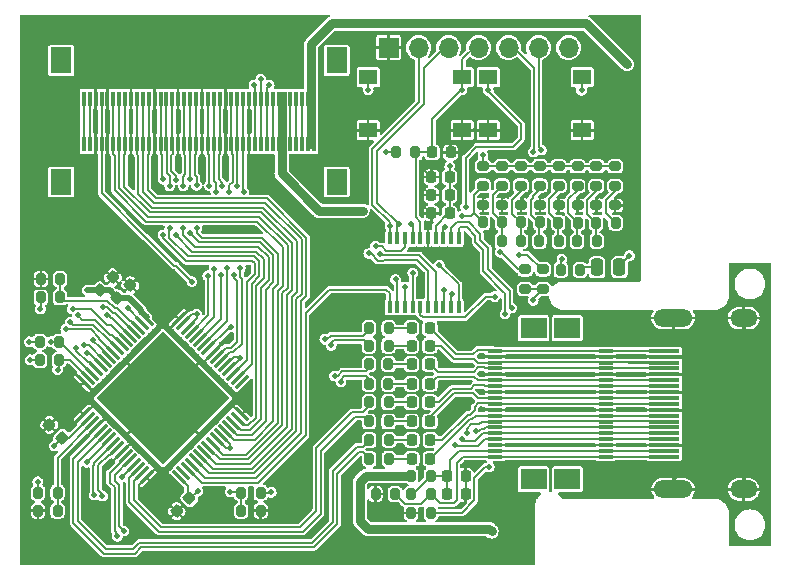
<source format=gbr>
%TF.GenerationSoftware,KiCad,Pcbnew,(6.0.7)*%
%TF.CreationDate,2022-10-26T00:08:39+02:00*%
%TF.ProjectId,TTL_to_HDMI,54544c5f-746f-45f4-9844-4d492e6b6963,rev?*%
%TF.SameCoordinates,Original*%
%TF.FileFunction,Copper,L1,Top*%
%TF.FilePolarity,Positive*%
%FSLAX46Y46*%
G04 Gerber Fmt 4.6, Leading zero omitted, Abs format (unit mm)*
G04 Created by KiCad (PCBNEW (6.0.7)) date 2022-10-26 00:08:39*
%MOMM*%
%LPD*%
G01*
G04 APERTURE LIST*
G04 Aperture macros list*
%AMRoundRect*
0 Rectangle with rounded corners*
0 $1 Rounding radius*
0 $2 $3 $4 $5 $6 $7 $8 $9 X,Y pos of 4 corners*
0 Add a 4 corners polygon primitive as box body*
4,1,4,$2,$3,$4,$5,$6,$7,$8,$9,$2,$3,0*
0 Add four circle primitives for the rounded corners*
1,1,$1+$1,$2,$3*
1,1,$1+$1,$4,$5*
1,1,$1+$1,$6,$7*
1,1,$1+$1,$8,$9*
0 Add four rect primitives between the rounded corners*
20,1,$1+$1,$2,$3,$4,$5,0*
20,1,$1+$1,$4,$5,$6,$7,0*
20,1,$1+$1,$6,$7,$8,$9,0*
20,1,$1+$1,$8,$9,$2,$3,0*%
%AMRotRect*
0 Rectangle, with rotation*
0 The origin of the aperture is its center*
0 $1 length*
0 $2 width*
0 $3 Rotation angle, in degrees counterclockwise*
0 Add horizontal line*
21,1,$1,$2,0,0,$3*%
G04 Aperture macros list end*
%TA.AperFunction,SMDPad,CuDef*%
%ADD10RoundRect,0.200000X-0.275000X0.200000X-0.275000X-0.200000X0.275000X-0.200000X0.275000X0.200000X0*%
%TD*%
%TA.AperFunction,SMDPad,CuDef*%
%ADD11RoundRect,0.200000X-0.200000X-0.275000X0.200000X-0.275000X0.200000X0.275000X-0.200000X0.275000X0*%
%TD*%
%TA.AperFunction,SMDPad,CuDef*%
%ADD12RoundRect,0.250000X0.250000X0.475000X-0.250000X0.475000X-0.250000X-0.475000X0.250000X-0.475000X0*%
%TD*%
%TA.AperFunction,SMDPad,CuDef*%
%ADD13RoundRect,0.225000X-0.225000X-0.250000X0.225000X-0.250000X0.225000X0.250000X-0.225000X0.250000X0*%
%TD*%
%TA.AperFunction,SMDPad,CuDef*%
%ADD14R,1.300000X0.300000*%
%TD*%
%TA.AperFunction,SMDPad,CuDef*%
%ADD15R,2.200000X1.800000*%
%TD*%
%TA.AperFunction,SMDPad,CuDef*%
%ADD16RoundRect,0.200000X0.200000X0.275000X-0.200000X0.275000X-0.200000X-0.275000X0.200000X-0.275000X0*%
%TD*%
%TA.AperFunction,SMDPad,CuDef*%
%ADD17RoundRect,0.225000X0.225000X0.250000X-0.225000X0.250000X-0.225000X-0.250000X0.225000X-0.250000X0*%
%TD*%
%TA.AperFunction,SMDPad,CuDef*%
%ADD18RoundRect,0.225000X0.017678X-0.335876X0.335876X-0.017678X-0.017678X0.335876X-0.335876X0.017678X0*%
%TD*%
%TA.AperFunction,SMDPad,CuDef*%
%ADD19R,0.400000X1.000000*%
%TD*%
%TA.AperFunction,SMDPad,CuDef*%
%ADD20R,0.300000X1.300000*%
%TD*%
%TA.AperFunction,SMDPad,CuDef*%
%ADD21R,1.800000X2.200000*%
%TD*%
%TA.AperFunction,SMDPad,CuDef*%
%ADD22R,1.550000X1.300000*%
%TD*%
%TA.AperFunction,SMDPad,CuDef*%
%ADD23R,2.600000X0.300000*%
%TD*%
%TA.AperFunction,ComponentPad*%
%ADD24O,3.300000X1.500000*%
%TD*%
%TA.AperFunction,ComponentPad*%
%ADD25O,2.300000X1.500000*%
%TD*%
%TA.AperFunction,SMDPad,CuDef*%
%ADD26RoundRect,0.225000X-0.017678X0.335876X-0.335876X0.017678X0.017678X-0.335876X0.335876X-0.017678X0*%
%TD*%
%TA.AperFunction,SMDPad,CuDef*%
%ADD27RoundRect,0.225000X-0.335876X-0.017678X-0.017678X-0.335876X0.335876X0.017678X0.017678X0.335876X0*%
%TD*%
%TA.AperFunction,ComponentPad*%
%ADD28R,1.700000X1.700000*%
%TD*%
%TA.AperFunction,ComponentPad*%
%ADD29O,1.700000X1.700000*%
%TD*%
%TA.AperFunction,SMDPad,CuDef*%
%ADD30RotRect,1.500000X0.300000X315.000000*%
%TD*%
%TA.AperFunction,SMDPad,CuDef*%
%ADD31RotRect,1.500000X0.300000X45.000000*%
%TD*%
%TA.AperFunction,ComponentPad*%
%ADD32C,0.600000*%
%TD*%
%TA.AperFunction,SMDPad,CuDef*%
%ADD33RotRect,8.000000X8.000000X135.000000*%
%TD*%
%TA.AperFunction,ViaPad*%
%ADD34C,0.500000*%
%TD*%
%TA.AperFunction,ViaPad*%
%ADD35C,0.800000*%
%TD*%
%TA.AperFunction,Conductor*%
%ADD36C,0.200000*%
%TD*%
%TA.AperFunction,Conductor*%
%ADD37C,0.250000*%
%TD*%
%TA.AperFunction,Conductor*%
%ADD38C,0.500000*%
%TD*%
%TA.AperFunction,Conductor*%
%ADD39C,0.800000*%
%TD*%
G04 APERTURE END LIST*
D10*
%TO.P,R32,1*%
%TO.N,Net-(R30-Pad2)*%
X115200000Y-86675000D03*
%TO.P,R32,2*%
%TO.N,GND*%
X115200000Y-88325000D03*
%TD*%
D11*
%TO.P,R3,1*%
%TO.N,Net-(R2-Pad2)*%
X89925000Y-114200000D03*
%TO.P,R3,2*%
%TO.N,GND*%
X91575000Y-114200000D03*
%TD*%
D12*
%TO.P,D1,1,K*%
%TO.N,Net-(D1-Pad1)*%
X121950000Y-93600000D03*
%TO.P,D1,2,A*%
%TO.N,Net-(D1-Pad2)*%
X120050000Y-93600000D03*
%TD*%
D13*
%TO.P,C14,1*%
%TO.N,Net-(C14-Pad1)*%
X104350000Y-103450000D03*
%TO.P,C14,2*%
%TO.N,/D1-*%
X105900000Y-103450000D03*
%TD*%
D10*
%TO.P,R38,1*%
%TO.N,Net-(R36-Pad2)*%
X116800000Y-86700000D03*
%TO.P,R38,2*%
%TO.N,GND*%
X116800000Y-88350000D03*
%TD*%
D14*
%TO.P,J6,1,Pin_1*%
%TO.N,/5V_HotPlug*%
X111434000Y-109656000D03*
%TO.P,J6,2,Pin_2*%
%TO.N,+5VD*%
X111434000Y-109156000D03*
%TO.P,J6,3,Pin_3*%
%TO.N,GND*%
X111434000Y-108656000D03*
%TO.P,J6,4,Pin_4*%
%TO.N,SDA*%
X111434000Y-108156000D03*
%TO.P,J6,5,Pin_5*%
%TO.N,SCL*%
X111434000Y-107656000D03*
%TO.P,J6,6,Pin_6*%
%TO.N,/UTILITY*%
X111434000Y-107156000D03*
%TO.P,J6,7,Pin_7*%
%TO.N,/13*%
X111434000Y-106656000D03*
%TO.P,J6,8,Pin_8*%
%TO.N,/CK-*%
X111434000Y-106156000D03*
%TO.P,J6,9,Pin_9*%
%TO.N,GND*%
X111434000Y-105656000D03*
%TO.P,J6,10,Pin_10*%
%TO.N,/CK+*%
X111434000Y-105156000D03*
%TO.P,J6,11,Pin_11*%
%TO.N,/D0-*%
X111434000Y-104656000D03*
%TO.P,J6,12,Pin_12*%
%TO.N,GND*%
X111434000Y-104156000D03*
%TO.P,J6,13,Pin_13*%
%TO.N,/D0+*%
X111434000Y-103656000D03*
%TO.P,J6,14,Pin_14*%
%TO.N,/D1-*%
X111434000Y-103156000D03*
%TO.P,J6,15,Pin_15*%
%TO.N,GND*%
X111434000Y-102656000D03*
%TO.P,J6,16,Pin_16*%
%TO.N,/D1+*%
X111434000Y-102156000D03*
%TO.P,J6,17,Pin_17*%
%TO.N,/D2-*%
X111434000Y-101656000D03*
%TO.P,J6,18,Pin_18*%
%TO.N,GND*%
X111434000Y-101156000D03*
%TO.P,J6,19,Pin_19*%
%TO.N,/D2+*%
X111434000Y-100656000D03*
D15*
%TO.P,J6,MP*%
%TO.N,N/C*%
X114684000Y-98756000D03*
X114684000Y-111556000D03*
%TD*%
D11*
%TO.P,R39,1*%
%TO.N,Net-(R36-Pad2)*%
X116775000Y-89825000D03*
%TO.P,R39,2*%
%TO.N,Net-(R39-Pad2)*%
X118425000Y-89825000D03*
%TD*%
%TO.P,R22,1*%
%TO.N,/TX2-*%
X100750000Y-106650000D03*
%TO.P,R22,2*%
%TO.N,Net-(C15-Pad1)*%
X102400000Y-106650000D03*
%TD*%
D13*
%TO.P,C15,1*%
%TO.N,Net-(C15-Pad1)*%
X104356000Y-106650000D03*
%TO.P,C15,2*%
%TO.N,/D0-*%
X105906000Y-106650000D03*
%TD*%
D16*
%TO.P,R12,1*%
%TO.N,Net-(R11-Pad2)*%
X74600000Y-94600000D03*
%TO.P,R12,2*%
%TO.N,GND*%
X72950000Y-94600000D03*
%TD*%
D11*
%TO.P,R19,1*%
%TO.N,/TX1+*%
X100744000Y-101800000D03*
%TO.P,R19,2*%
%TO.N,Net-(C10-Pad1)*%
X102394000Y-101800000D03*
%TD*%
%TO.P,R18,1*%
%TO.N,/TX0-*%
X100750000Y-100225000D03*
%TO.P,R18,2*%
%TO.N,Net-(C13-Pad1)*%
X102400000Y-100225000D03*
%TD*%
D10*
%TO.P,R16,1*%
%TO.N,Net-(R10-Pad2)*%
X112000000Y-86675000D03*
%TO.P,R16,2*%
%TO.N,GND*%
X112000000Y-88325000D03*
%TD*%
D11*
%TO.P,R28,1*%
%TO.N,GND*%
X104325000Y-114375000D03*
%TO.P,R28,2*%
%TO.N,/UTILITY*%
X105975000Y-114375000D03*
%TD*%
%TO.P,R6,1*%
%TO.N,VCC*%
X72725000Y-112675000D03*
%TO.P,R6,2*%
%TO.N,Net-(R5-Pad1)*%
X74375000Y-112675000D03*
%TD*%
D10*
%TO.P,R26,1*%
%TO.N,VCC*%
X113600000Y-85025000D03*
%TO.P,R26,2*%
%TO.N,Net-(R25-Pad2)*%
X113600000Y-86675000D03*
%TD*%
D17*
%TO.P,C18,1*%
%TO.N,GND*%
X108925000Y-111250000D03*
%TO.P,C18,2*%
%TO.N,+5VD*%
X107375000Y-111250000D03*
%TD*%
D18*
%TO.P,C8,1*%
%TO.N,GND*%
X84451992Y-114248008D03*
%TO.P,C8,2*%
%TO.N,VCC*%
X85548008Y-113151992D03*
%TD*%
D17*
%TO.P,C2,1*%
%TO.N,GND*%
X107650000Y-83875000D03*
%TO.P,C2,2*%
%TO.N,DBGrst*%
X106100000Y-83875000D03*
%TD*%
D10*
%TO.P,R27,1*%
%TO.N,Net-(R25-Pad2)*%
X113600000Y-86675000D03*
%TO.P,R27,2*%
%TO.N,GND*%
X113600000Y-88325000D03*
%TD*%
D16*
%TO.P,R5,1*%
%TO.N,Net-(R5-Pad1)*%
X74375000Y-114200000D03*
%TO.P,R5,2*%
%TO.N,GND*%
X72725000Y-114200000D03*
%TD*%
D10*
%TO.P,R33,1*%
%TO.N,UART2tx*%
X113975000Y-93775000D03*
%TO.P,R33,2*%
%TO.N,/13*%
X113975000Y-95425000D03*
%TD*%
%TO.P,R8,1*%
%TO.N,VCC*%
X110380000Y-85025000D03*
%TO.P,R8,2*%
%TO.N,CONFIG*%
X110380000Y-86675000D03*
%TD*%
D19*
%TO.P,U1,1,PB7/I2C1clk*%
%TO.N,SCL*%
X108350000Y-91150000D03*
%TO.P,U1,2,PC14/I2C1sda*%
%TO.N,SDA*%
X107700000Y-91150000D03*
%TO.P,U1,3,PC15*%
%TO.N,Net-(SW1-Pad2)*%
X107050000Y-91150000D03*
%TO.P,U1,4,VCC*%
%TO.N,VCC*%
X106400000Y-91150000D03*
%TO.P,U1,5,GND*%
%TO.N,GND*%
X105750000Y-91150000D03*
%TO.P,U1,6,NRST*%
%TO.N,DBGrst*%
X105100000Y-91150000D03*
%TO.P,U1,7,PA0*%
%TO.N,CONFIG*%
X104450000Y-91150000D03*
%TO.P,U1,8,PA1*%
%TO.N,EDGE*%
X103800000Y-91150000D03*
%TO.P,U1,9,PA2/UART2tx*%
%TO.N,UART2tx*%
X103150000Y-91150000D03*
%TO.P,U1,10,PA3/UART2rx*%
%TO.N,UART2rx*%
X102500000Y-91150000D03*
%TO.P,U1,11,PA4*%
%TO.N,DKEN*%
X102500000Y-96950000D03*
%TO.P,U1,12,PA5*%
%TO.N,MSEN*%
X103150000Y-96950000D03*
%TO.P,U1,13,PA6*%
%TO.N,nPD*%
X103800000Y-96950000D03*
%TO.P,U1,14,PA7*%
%TO.N,nRST*%
X104450000Y-96950000D03*
%TO.P,U1,15,PB0/TIM1ch1*%
%TO.N,Net-(D1-Pad1)*%
X105100000Y-96950000D03*
%TO.P,U1,16,PA11*%
%TO.N,CTL1*%
X105750000Y-96950000D03*
%TO.P,U1,17,PA12*%
%TO.N,CTL2*%
X106400000Y-96950000D03*
%TO.P,U1,18,PA13/SWdio*%
%TO.N,DBGdio*%
X107050000Y-96950000D03*
%TO.P,U1,19,PA14/SWclk*%
%TO.N,DBGclk*%
X107700000Y-96950000D03*
%TO.P,U1,20,PB3*%
%TO.N,CTL3*%
X108350000Y-96950000D03*
%TD*%
D11*
%TO.P,R4,1*%
%TO.N,VCC*%
X116975000Y-93800000D03*
%TO.P,R4,2*%
%TO.N,Net-(D1-Pad2)*%
X118625000Y-93800000D03*
%TD*%
D13*
%TO.P,C13,1*%
%TO.N,Net-(C13-Pad1)*%
X104350000Y-100225000D03*
%TO.P,C13,2*%
%TO.N,/D2-*%
X105900000Y-100225000D03*
%TD*%
D11*
%TO.P,R14,1*%
%TO.N,+5V*%
X104325000Y-111250000D03*
%TO.P,R14,2*%
%TO.N,+5VD*%
X105975000Y-111250000D03*
%TD*%
%TO.P,R35,1*%
%TO.N,+5VD*%
X104325000Y-112775000D03*
%TO.P,R35,2*%
%TO.N,/5V_HotPlug*%
X105975000Y-112775000D03*
%TD*%
D20*
%TO.P,J2,1,Pin_1*%
%TO.N,Net-(J1-Pad40)*%
X76600000Y-83125000D03*
%TO.P,J2,2,Pin_2*%
%TO.N,Net-(J1-Pad39)*%
X77100000Y-83125000D03*
%TO.P,J2,3,Pin_3*%
%TO.N,GND*%
X77600000Y-83125000D03*
%TO.P,J2,4,Pin_4*%
%TO.N,CLK*%
X78100000Y-83125000D03*
%TO.P,J2,5,Pin_5*%
%TO.N,GND*%
X78600000Y-83125000D03*
%TO.P,J2,6,Pin_6*%
%TO.N,R0*%
X79100000Y-83125000D03*
%TO.P,J2,7,Pin_7*%
%TO.N,R1*%
X79600000Y-83125000D03*
%TO.P,J2,8,Pin_8*%
%TO.N,R2*%
X80100000Y-83125000D03*
%TO.P,J2,9,Pin_9*%
%TO.N,GND*%
X80600000Y-83125000D03*
%TO.P,J2,10,Pin_10*%
%TO.N,R3*%
X81100000Y-83125000D03*
%TO.P,J2,11,Pin_11*%
%TO.N,R4*%
X81600000Y-83125000D03*
%TO.P,J2,12,Pin_12*%
%TO.N,R5*%
X82100000Y-83125000D03*
%TO.P,J2,13,Pin_13*%
%TO.N,GND*%
X82600000Y-83125000D03*
%TO.P,J2,14,Pin_14*%
%TO.N,G0*%
X83100000Y-83125000D03*
%TO.P,J2,15,Pin_15*%
%TO.N,G1*%
X83600000Y-83125000D03*
%TO.P,J2,16,Pin_16*%
%TO.N,G2*%
X84100000Y-83125000D03*
%TO.P,J2,17,Pin_17*%
%TO.N,GND*%
X84600000Y-83125000D03*
%TO.P,J2,18,Pin_18*%
%TO.N,G3*%
X85100000Y-83125000D03*
%TO.P,J2,19,Pin_19*%
%TO.N,G4*%
X85600000Y-83125000D03*
%TO.P,J2,20,Pin_20*%
%TO.N,G5*%
X86100000Y-83125000D03*
%TO.P,J2,21,Pin_21*%
%TO.N,GND*%
X86600000Y-83125000D03*
%TO.P,J2,22,Pin_22*%
%TO.N,B0*%
X87100000Y-83125000D03*
%TO.P,J2,23,Pin_23*%
%TO.N,B1*%
X87600000Y-83125000D03*
%TO.P,J2,24,Pin_24*%
%TO.N,B2*%
X88100000Y-83125000D03*
%TO.P,J2,25,Pin_25*%
%TO.N,GND*%
X88600000Y-83125000D03*
%TO.P,J2,26,Pin_26*%
%TO.N,B3*%
X89100000Y-83125000D03*
%TO.P,J2,27,Pin_27*%
%TO.N,B4*%
X89600000Y-83125000D03*
%TO.P,J2,28,Pin_28*%
%TO.N,B5*%
X90100000Y-83125000D03*
%TO.P,J2,29,Pin_29*%
%TO.N,GND*%
X90600000Y-83125000D03*
%TO.P,J2,30,Pin_30*%
%TO.N,Net-(J1-Pad11)*%
X91100000Y-83125000D03*
%TO.P,J2,31,Pin_31*%
%TO.N,Net-(J1-Pad10)*%
X91600000Y-83125000D03*
%TO.P,J2,32,Pin_32*%
%TO.N,Net-(J1-Pad9)*%
X92100000Y-83125000D03*
%TO.P,J2,33,Pin_33*%
%TO.N,Net-(J1-Pad8)*%
X92600000Y-83125000D03*
%TO.P,J2,34,Pin_34*%
%TO.N,VCC*%
X93100000Y-83125000D03*
%TO.P,J2,35,Pin_35*%
X93600000Y-83125000D03*
%TO.P,J2,36,Pin_36*%
%TO.N,Net-(J1-Pad5)*%
X94100000Y-83125000D03*
%TO.P,J2,37,Pin_37*%
%TO.N,Net-(J1-Pad4)*%
X94600000Y-83125000D03*
%TO.P,J2,38,Pin_38*%
%TO.N,Net-(J1-Pad3)*%
X95100000Y-83125000D03*
%TO.P,J2,39,Pin_39*%
%TO.N,+5V*%
X95600000Y-83125000D03*
%TO.P,J2,40,Pin_40*%
X96100000Y-83125000D03*
D21*
%TO.P,J2,MP*%
%TO.N,N/C*%
X98000000Y-86375000D03*
X74700000Y-86375000D03*
%TD*%
D10*
%TO.P,R31,1*%
%TO.N,VCC*%
X115200000Y-85025000D03*
%TO.P,R31,2*%
%TO.N,Net-(R30-Pad2)*%
X115200000Y-86675000D03*
%TD*%
D22*
%TO.P,SW2,1,A*%
%TO.N,GND*%
X100673000Y-82006000D03*
X108623000Y-82006000D03*
%TO.P,SW2,2,B*%
%TO.N,DBGrst*%
X100673000Y-77506000D03*
X108623000Y-77506000D03*
%TD*%
D16*
%TO.P,R2,1*%
%TO.N,VCC*%
X91575000Y-112675000D03*
%TO.P,R2,2*%
%TO.N,Net-(R2-Pad2)*%
X89925000Y-112675000D03*
%TD*%
D10*
%TO.P,R46,1*%
%TO.N,VCC*%
X121600000Y-85050000D03*
%TO.P,R46,2*%
%TO.N,Net-(R45-Pad2)*%
X121600000Y-86700000D03*
%TD*%
D11*
%TO.P,R25,1*%
%TO.N,Net-(R10-Pad2)*%
X111975000Y-91350000D03*
%TO.P,R25,2*%
%TO.N,Net-(R25-Pad2)*%
X113625000Y-91350000D03*
%TD*%
D10*
%TO.P,R34,1*%
%TO.N,UART2rx*%
X115500000Y-93775000D03*
%TO.P,R34,2*%
%TO.N,/13*%
X115500000Y-95425000D03*
%TD*%
%TO.P,R44,1*%
%TO.N,Net-(R42-Pad2)*%
X120000000Y-86700000D03*
%TO.P,R44,2*%
%TO.N,GND*%
X120000000Y-88350000D03*
%TD*%
%TO.P,R9,1*%
%TO.N,CONFIG*%
X110380000Y-86675000D03*
%TO.P,R9,2*%
%TO.N,GND*%
X110380000Y-88325000D03*
%TD*%
D11*
%TO.P,R13,1*%
%TO.N,VCC*%
X72875000Y-99900000D03*
%TO.P,R13,2*%
%TO.N,SDA*%
X74525000Y-99900000D03*
%TD*%
D13*
%TO.P,C4,1*%
%TO.N,GND*%
X106025000Y-89025000D03*
%TO.P,C4,2*%
%TO.N,VCC*%
X107575000Y-89025000D03*
%TD*%
D11*
%TO.P,R20,1*%
%TO.N,/TX1-*%
X100744000Y-103450000D03*
%TO.P,R20,2*%
%TO.N,Net-(C14-Pad1)*%
X102394000Y-103450000D03*
%TD*%
%TO.P,R30,1*%
%TO.N,Net-(R25-Pad2)*%
X113575000Y-89800000D03*
%TO.P,R30,2*%
%TO.N,Net-(R30-Pad2)*%
X115225000Y-89800000D03*
%TD*%
%TO.P,R1,1*%
%TO.N,VCC*%
X103025000Y-83875000D03*
%TO.P,R1,2*%
%TO.N,DBGrst*%
X104675000Y-83875000D03*
%TD*%
D23*
%TO.P,J4,1,D2+*%
%TO.N,/D2+*%
X125747000Y-100656000D03*
%TO.P,J4,2,D2S*%
%TO.N,GND*%
X125747000Y-101156000D03*
%TO.P,J4,3,D2-*%
%TO.N,/D2-*%
X125747000Y-101656000D03*
%TO.P,J4,4,D1+*%
%TO.N,/D1+*%
X125747000Y-102156000D03*
%TO.P,J4,5,D1S*%
%TO.N,GND*%
X125747000Y-102656000D03*
%TO.P,J4,6,D1-*%
%TO.N,/D1-*%
X125747000Y-103156000D03*
%TO.P,J4,7,D0+*%
%TO.N,/D0+*%
X125747000Y-103656000D03*
%TO.P,J4,8,D0S*%
%TO.N,GND*%
X125747000Y-104156000D03*
%TO.P,J4,9,D0-*%
%TO.N,/D0-*%
X125747000Y-104656000D03*
%TO.P,J4,10,CK+*%
%TO.N,/CK+*%
X125747000Y-105156000D03*
%TO.P,J4,11,CKS*%
%TO.N,GND*%
X125747000Y-105656000D03*
%TO.P,J4,12,CK-*%
%TO.N,/CK-*%
X125747000Y-106156000D03*
%TO.P,J4,13,CEC*%
%TO.N,/13*%
X125747000Y-106656000D03*
%TO.P,J4,14,UTILITY/HEAC+*%
%TO.N,/UTILITY*%
X125747000Y-107156000D03*
%TO.P,J4,15,SCL*%
%TO.N,SCL*%
X125747000Y-107656000D03*
%TO.P,J4,16,SDA*%
%TO.N,SDA*%
X125747000Y-108156000D03*
%TO.P,J4,17,GND*%
%TO.N,GND*%
X125747000Y-108656000D03*
%TO.P,J4,18,+5V*%
%TO.N,+5VD*%
X125747000Y-109156000D03*
%TO.P,J4,19,HPD/HEAC-*%
%TO.N,/5V_HotPlug*%
X125747000Y-109656000D03*
D24*
%TO.P,J4,SH,SH*%
%TO.N,GND*%
X126507000Y-97906000D03*
X126507000Y-112406000D03*
D25*
X132467000Y-97906000D03*
X132467000Y-112406000D03*
%TD*%
D26*
%TO.P,C7,1*%
%TO.N,GND*%
X80548008Y-95101992D03*
%TO.P,C7,2*%
%TO.N,VCC*%
X79451992Y-96198008D03*
%TD*%
D13*
%TO.P,C9,1*%
%TO.N,Net-(C9-Pad1)*%
X104350000Y-98750000D03*
%TO.P,C9,2*%
%TO.N,/D2+*%
X105900000Y-98750000D03*
%TD*%
D10*
%TO.P,R37,1*%
%TO.N,VCC*%
X116800000Y-85050000D03*
%TO.P,R37,2*%
%TO.N,Net-(R36-Pad2)*%
X116800000Y-86700000D03*
%TD*%
D11*
%TO.P,R17,1*%
%TO.N,/TX0+*%
X100750000Y-98750000D03*
%TO.P,R17,2*%
%TO.N,Net-(C9-Pad1)*%
X102400000Y-98750000D03*
%TD*%
D14*
%TO.P,J5,1,Pin_1*%
%TO.N,/D2+*%
X120783000Y-100656000D03*
%TO.P,J5,2,Pin_2*%
%TO.N,GND*%
X120783000Y-101156000D03*
%TO.P,J5,3,Pin_3*%
%TO.N,/D2-*%
X120783000Y-101656000D03*
%TO.P,J5,4,Pin_4*%
%TO.N,/D1+*%
X120783000Y-102156000D03*
%TO.P,J5,5,Pin_5*%
%TO.N,GND*%
X120783000Y-102656000D03*
%TO.P,J5,6,Pin_6*%
%TO.N,/D1-*%
X120783000Y-103156000D03*
%TO.P,J5,7,Pin_7*%
%TO.N,/D0+*%
X120783000Y-103656000D03*
%TO.P,J5,8,Pin_8*%
%TO.N,GND*%
X120783000Y-104156000D03*
%TO.P,J5,9,Pin_9*%
%TO.N,/D0-*%
X120783000Y-104656000D03*
%TO.P,J5,10,Pin_10*%
%TO.N,/CK+*%
X120783000Y-105156000D03*
%TO.P,J5,11,Pin_11*%
%TO.N,GND*%
X120783000Y-105656000D03*
%TO.P,J5,12,Pin_12*%
%TO.N,/CK-*%
X120783000Y-106156000D03*
%TO.P,J5,13,Pin_13*%
%TO.N,/13*%
X120783000Y-106656000D03*
%TO.P,J5,14,Pin_14*%
%TO.N,/UTILITY*%
X120783000Y-107156000D03*
%TO.P,J5,15,Pin_15*%
%TO.N,SCL*%
X120783000Y-107656000D03*
%TO.P,J5,16,Pin_16*%
%TO.N,SDA*%
X120783000Y-108156000D03*
%TO.P,J5,17,Pin_17*%
%TO.N,GND*%
X120783000Y-108656000D03*
%TO.P,J5,18,Pin_18*%
%TO.N,+5VD*%
X120783000Y-109156000D03*
%TO.P,J5,19,Pin_19*%
%TO.N,/5V_HotPlug*%
X120783000Y-109656000D03*
D15*
%TO.P,J5,MP*%
%TO.N,N/C*%
X117533000Y-111556000D03*
X117533000Y-98756000D03*
%TD*%
D13*
%TO.P,C1,1*%
%TO.N,GND*%
X106025000Y-85975000D03*
%TO.P,C1,2*%
%TO.N,VCC*%
X107575000Y-85975000D03*
%TD*%
D27*
%TO.P,C6,1*%
%TO.N,GND*%
X73676992Y-106926992D03*
%TO.P,C6,2*%
%TO.N,VCC*%
X74773008Y-108023008D03*
%TD*%
D28*
%TO.P,J3,1,Pin_1*%
%TO.N,GND*%
X102400000Y-75000000D03*
D29*
%TO.P,J3,2,Pin_2*%
%TO.N,UART2rx*%
X104940000Y-75000000D03*
%TO.P,J3,3,Pin_3*%
%TO.N,UART2tx*%
X107480000Y-75000000D03*
%TO.P,J3,4,Pin_4*%
%TO.N,DBGrst*%
X110020000Y-75000000D03*
%TO.P,J3,5,Pin_5*%
%TO.N,DBGdio*%
X112560000Y-75000000D03*
%TO.P,J3,6,Pin_6*%
%TO.N,DBGclk*%
X115100000Y-75000000D03*
%TO.P,J3,7,Pin_7*%
%TO.N,VCC*%
X117640000Y-75000000D03*
%TD*%
D22*
%TO.P,SW1,1,A*%
%TO.N,GND*%
X118783000Y-82006000D03*
X110833000Y-82006000D03*
%TO.P,SW1,2,B*%
%TO.N,Net-(SW1-Pad2)*%
X118783000Y-77506000D03*
X110833000Y-77506000D03*
%TD*%
D11*
%TO.P,R23,1*%
%TO.N,/TXC+*%
X100775000Y-108204000D03*
%TO.P,R23,2*%
%TO.N,Net-(C12-Pad1)*%
X102425000Y-108204000D03*
%TD*%
D20*
%TO.P,J1,1,Pin_1*%
%TO.N,+5V*%
X96100000Y-79325000D03*
%TO.P,J1,2,Pin_2*%
X95600000Y-79325000D03*
%TO.P,J1,3,Pin_3*%
%TO.N,Net-(J1-Pad3)*%
X95100000Y-79325000D03*
%TO.P,J1,4,Pin_4*%
%TO.N,Net-(J1-Pad4)*%
X94600000Y-79325000D03*
%TO.P,J1,5,Pin_5*%
%TO.N,Net-(J1-Pad5)*%
X94100000Y-79325000D03*
%TO.P,J1,6,Pin_6*%
%TO.N,VCC*%
X93600000Y-79325000D03*
%TO.P,J1,7,Pin_7*%
X93100000Y-79325000D03*
%TO.P,J1,8,Pin_8*%
%TO.N,Net-(J1-Pad8)*%
X92600000Y-79325000D03*
%TO.P,J1,9,Pin_9*%
%TO.N,Net-(J1-Pad9)*%
X92100000Y-79325000D03*
%TO.P,J1,10,Pin_10*%
%TO.N,Net-(J1-Pad10)*%
X91600000Y-79325000D03*
%TO.P,J1,11,Pin_11*%
%TO.N,Net-(J1-Pad11)*%
X91100000Y-79325000D03*
%TO.P,J1,12,Pin_12*%
%TO.N,GND*%
X90600000Y-79325000D03*
%TO.P,J1,13,Pin_13*%
%TO.N,B5*%
X90100000Y-79325000D03*
%TO.P,J1,14,Pin_14*%
%TO.N,B4*%
X89600000Y-79325000D03*
%TO.P,J1,15,Pin_15*%
%TO.N,B3*%
X89100000Y-79325000D03*
%TO.P,J1,16,Pin_16*%
%TO.N,GND*%
X88600000Y-79325000D03*
%TO.P,J1,17,Pin_17*%
%TO.N,B2*%
X88100000Y-79325000D03*
%TO.P,J1,18,Pin_18*%
%TO.N,B1*%
X87600000Y-79325000D03*
%TO.P,J1,19,Pin_19*%
%TO.N,B0*%
X87100000Y-79325000D03*
%TO.P,J1,20,Pin_20*%
%TO.N,GND*%
X86600000Y-79325000D03*
%TO.P,J1,21,Pin_21*%
%TO.N,G5*%
X86100000Y-79325000D03*
%TO.P,J1,22,Pin_22*%
%TO.N,G4*%
X85600000Y-79325000D03*
%TO.P,J1,23,Pin_23*%
%TO.N,G3*%
X85100000Y-79325000D03*
%TO.P,J1,24,Pin_24*%
%TO.N,GND*%
X84600000Y-79325000D03*
%TO.P,J1,25,Pin_25*%
%TO.N,G2*%
X84100000Y-79325000D03*
%TO.P,J1,26,Pin_26*%
%TO.N,G1*%
X83600000Y-79325000D03*
%TO.P,J1,27,Pin_27*%
%TO.N,G0*%
X83100000Y-79325000D03*
%TO.P,J1,28,Pin_28*%
%TO.N,GND*%
X82600000Y-79325000D03*
%TO.P,J1,29,Pin_29*%
%TO.N,R5*%
X82100000Y-79325000D03*
%TO.P,J1,30,Pin_30*%
%TO.N,R4*%
X81600000Y-79325000D03*
%TO.P,J1,31,Pin_31*%
%TO.N,R3*%
X81100000Y-79325000D03*
%TO.P,J1,32,Pin_32*%
%TO.N,GND*%
X80600000Y-79325000D03*
%TO.P,J1,33,Pin_33*%
%TO.N,R2*%
X80100000Y-79325000D03*
%TO.P,J1,34,Pin_34*%
%TO.N,R1*%
X79600000Y-79325000D03*
%TO.P,J1,35,Pin_35*%
%TO.N,R0*%
X79100000Y-79325000D03*
%TO.P,J1,36,Pin_36*%
%TO.N,GND*%
X78600000Y-79325000D03*
%TO.P,J1,37,Pin_37*%
%TO.N,CLK*%
X78100000Y-79325000D03*
%TO.P,J1,38,Pin_38*%
%TO.N,GND*%
X77600000Y-79325000D03*
%TO.P,J1,39,Pin_39*%
%TO.N,Net-(J1-Pad39)*%
X77100000Y-79325000D03*
%TO.P,J1,40,Pin_40*%
%TO.N,Net-(J1-Pad40)*%
X76600000Y-79325000D03*
D21*
%TO.P,J1,MP*%
%TO.N,N/C*%
X98000000Y-76075000D03*
X74700000Y-76075000D03*
%TD*%
D17*
%TO.P,C17,1*%
%TO.N,GND*%
X108925000Y-112775000D03*
%TO.P,C17,2*%
%TO.N,+5VD*%
X107375000Y-112775000D03*
%TD*%
D13*
%TO.P,C11,1*%
%TO.N,Net-(C11-Pad1)*%
X104350000Y-105000000D03*
%TO.P,C11,2*%
%TO.N,/D0+*%
X105900000Y-105000000D03*
%TD*%
D10*
%TO.P,R43,1*%
%TO.N,VCC*%
X120000000Y-85050000D03*
%TO.P,R43,2*%
%TO.N,Net-(R42-Pad2)*%
X120000000Y-86700000D03*
%TD*%
D13*
%TO.P,C16,1*%
%TO.N,Net-(C16-Pad1)*%
X104381000Y-109800000D03*
%TO.P,C16,2*%
%TO.N,/CK-*%
X105931000Y-109800000D03*
%TD*%
D11*
%TO.P,R29,1*%
%TO.N,GND*%
X101300000Y-112775000D03*
%TO.P,R29,2*%
%TO.N,/5V_HotPlug*%
X102950000Y-112775000D03*
%TD*%
D13*
%TO.P,C10,1*%
%TO.N,Net-(C10-Pad1)*%
X104350000Y-101800000D03*
%TO.P,C10,2*%
%TO.N,/D1+*%
X105900000Y-101800000D03*
%TD*%
D11*
%TO.P,R45,1*%
%TO.N,Net-(R42-Pad2)*%
X119975000Y-89825000D03*
%TO.P,R45,2*%
%TO.N,Net-(R45-Pad2)*%
X121625000Y-89825000D03*
%TD*%
%TO.P,R11,1*%
%TO.N,VCC*%
X72950000Y-96150000D03*
%TO.P,R11,2*%
%TO.N,Net-(R11-Pad2)*%
X74600000Y-96150000D03*
%TD*%
%TO.P,R7,1*%
%TO.N,VCC*%
X72875000Y-101425000D03*
%TO.P,R7,2*%
%TO.N,SCL*%
X74525000Y-101425000D03*
%TD*%
D13*
%TO.P,C12,1*%
%TO.N,Net-(C12-Pad1)*%
X104381000Y-108204000D03*
%TO.P,C12,2*%
%TO.N,/CK+*%
X105931000Y-108204000D03*
%TD*%
D11*
%TO.P,R21,1*%
%TO.N,/TX2+*%
X100750000Y-105000000D03*
%TO.P,R21,2*%
%TO.N,Net-(C11-Pad1)*%
X102400000Y-105000000D03*
%TD*%
D26*
%TO.P,C5,1*%
%TO.N,GND*%
X79048008Y-94451992D03*
%TO.P,C5,2*%
%TO.N,VCC*%
X77951992Y-95548008D03*
%TD*%
D30*
%TO.P,U2,1,DVDD*%
%TO.N,VCC*%
X81917142Y-97990841D03*
%TO.P,U2,2,DE*%
%TO.N,Net-(J1-Pad9)*%
X81563588Y-98344394D03*
%TO.P,U2,3,VREF*%
%TO.N,Net-(R11-Pad2)*%
X81210035Y-98697948D03*
%TO.P,U2,4,HSYNC*%
%TO.N,Net-(J1-Pad11)*%
X80856482Y-99051501D03*
%TO.P,U2,5,VSYNC*%
%TO.N,Net-(J1-Pad10)*%
X80502928Y-99405054D03*
%TO.P,U2,6,CTL3/A3/DK3*%
%TO.N,CTL3*%
X80149375Y-99758608D03*
%TO.P,U2,7,CTL2/A2/DK2*%
%TO.N,CTL2*%
X79795821Y-100112161D03*
%TO.P,U2,8,CTL1/A1/DK1*%
%TO.N,CTL1*%
X79442268Y-100465715D03*
%TO.P,U2,9,EDGE/HTPLG*%
%TO.N,EDGE*%
X79088715Y-100819268D03*
%TO.P,U2,10,~PD*%
%TO.N,nPD*%
X78735161Y-101172821D03*
%TO.P,U2,11,MSEN/PO1*%
%TO.N,MSEN*%
X78381608Y-101526375D03*
%TO.P,U2,12,DVDD*%
%TO.N,VCC*%
X78028054Y-101879928D03*
%TO.P,U2,13,ISEL/~RST*%
%TO.N,nRST*%
X77674501Y-102233482D03*
%TO.P,U2,14,DSEL/SDA*%
%TO.N,SDA*%
X77320948Y-102587035D03*
%TO.P,U2,15,BSEL/SCL*%
%TO.N,SCL*%
X76967394Y-102940588D03*
%TO.P,U2,16,DGND*%
%TO.N,GND*%
X76613841Y-103294142D03*
D31*
%TO.P,U2,17,PGND*%
X76613841Y-106051858D03*
%TO.P,U2,18,PVDD*%
%TO.N,VCC*%
X76967394Y-106405412D03*
%TO.P,U2,19,TFADJ*%
%TO.N,Net-(R5-Pad1)*%
X77320948Y-106758965D03*
%TO.P,U2,20,TGND*%
%TO.N,GND*%
X77674501Y-107112518D03*
%TO.P,U2,21,TXC-*%
%TO.N,/TXC-*%
X78028054Y-107466072D03*
%TO.P,U2,22,TXC+*%
%TO.N,/TXC+*%
X78381608Y-107819625D03*
%TO.P,U2,23,TVDD*%
%TO.N,VCC*%
X78735161Y-108173179D03*
%TO.P,U2,24,TX0-*%
%TO.N,/TX0-*%
X79088715Y-108526732D03*
%TO.P,U2,25,TX0+*%
%TO.N,/TX0+*%
X79442268Y-108880285D03*
%TO.P,U2,26,TGND*%
%TO.N,GND*%
X79795821Y-109233839D03*
%TO.P,U2,27,TX1-*%
%TO.N,/TX1-*%
X80149375Y-109587392D03*
%TO.P,U2,28,TX1+*%
%TO.N,/TX1+*%
X80502928Y-109940946D03*
%TO.P,U2,29,TVDD*%
%TO.N,VCC*%
X80856482Y-110294499D03*
%TO.P,U2,30,TX2-*%
%TO.N,/TX2-*%
X81210035Y-110648052D03*
%TO.P,U2,31,TX2+*%
%TO.N,/TX2+*%
X81563588Y-111001606D03*
%TO.P,U2,32,TGND*%
%TO.N,GND*%
X81917142Y-111355159D03*
D30*
%TO.P,U2,33,DVDD*%
%TO.N,VCC*%
X84674858Y-111355159D03*
%TO.P,U2,34,RESERVED*%
%TO.N,unconnected-(U2-Pad34)*%
X85028412Y-111001606D03*
%TO.P,U2,35,DKEN*%
%TO.N,DKEN*%
X85381965Y-110648052D03*
%TO.P,U2,36,DATA23*%
%TO.N,R5*%
X85735518Y-110294499D03*
%TO.P,U2,37,DATA22*%
%TO.N,R4*%
X86089072Y-109940946D03*
%TO.P,U2,38,DATA21*%
%TO.N,R3*%
X86442625Y-109587392D03*
%TO.P,U2,39,DATA20*%
%TO.N,R2*%
X86796179Y-109233839D03*
%TO.P,U2,40,DATA19*%
%TO.N,R1*%
X87149732Y-108880285D03*
%TO.P,U2,41,DATA18*%
%TO.N,R0*%
X87503285Y-108526732D03*
%TO.P,U2,42,DATA17*%
%TO.N,Net-(R2-Pad2)*%
X87856839Y-108173179D03*
%TO.P,U2,43,DATA16*%
X88210392Y-107819625D03*
%TO.P,U2,44,DATA15*%
%TO.N,G5*%
X88563946Y-107466072D03*
%TO.P,U2,45,DATA14*%
%TO.N,G4*%
X88917499Y-107112518D03*
%TO.P,U2,46,DATA13*%
%TO.N,G3*%
X89271052Y-106758965D03*
%TO.P,U2,47,DATA12*%
%TO.N,G2*%
X89624606Y-106405412D03*
%TO.P,U2,48,DGND*%
%TO.N,GND*%
X89978159Y-106051858D03*
D31*
%TO.P,U2,49,NC*%
%TO.N,unconnected-(U2-Pad49)*%
X89978159Y-103294142D03*
%TO.P,U2,50,DATA11*%
%TO.N,G1*%
X89624606Y-102940588D03*
%TO.P,U2,51,DATA10*%
%TO.N,G0*%
X89271052Y-102587035D03*
%TO.P,U2,52,DATA9*%
%TO.N,Net-(R2-Pad2)*%
X88917499Y-102233482D03*
%TO.P,U2,53,DATA8*%
X88563946Y-101879928D03*
%TO.P,U2,54,DATA7*%
%TO.N,B5*%
X88210392Y-101526375D03*
%TO.P,U2,55,DATA6*%
%TO.N,B4*%
X87856839Y-101172821D03*
%TO.P,U2,56,IDCK-*%
%TO.N,GND*%
X87503285Y-100819268D03*
%TO.P,U2,57,IDCK+*%
%TO.N,CLK*%
X87149732Y-100465715D03*
%TO.P,U2,58,DATA5*%
%TO.N,B3*%
X86796179Y-100112161D03*
%TO.P,U2,59,DATA4*%
%TO.N,B2*%
X86442625Y-99758608D03*
%TO.P,U2,60,DATA3*%
%TO.N,B1*%
X86089072Y-99405054D03*
%TO.P,U2,61,DATA2*%
%TO.N,B0*%
X85735518Y-99051501D03*
%TO.P,U2,62,DATA1*%
%TO.N,Net-(R2-Pad2)*%
X85381965Y-98697948D03*
%TO.P,U2,63,DATA0*%
X85028412Y-98344394D03*
%TO.P,U2,64,DGND*%
%TO.N,GND*%
X84674858Y-97990841D03*
D32*
%TO.P,U2,65,EP*%
X83296000Y-104673000D03*
X80467573Y-104673000D03*
X84710214Y-106087214D03*
D33*
X83296000Y-104673000D03*
D32*
X86124427Y-104673000D03*
X83296000Y-109622747D03*
X78346253Y-104673000D03*
X85770874Y-102198126D03*
X81881786Y-103258786D03*
X85770874Y-107147874D03*
X80821126Y-102198126D03*
X83296000Y-99723253D03*
X83296000Y-107501427D03*
X88245747Y-104673000D03*
X83296000Y-101844573D03*
X80821126Y-107147874D03*
X84710214Y-103258786D03*
X81881786Y-106087214D03*
%TD*%
D10*
%TO.P,R41,1*%
%TO.N,Net-(R39-Pad2)*%
X118400000Y-86700000D03*
%TO.P,R41,2*%
%TO.N,GND*%
X118400000Y-88350000D03*
%TD*%
D11*
%TO.P,R42,1*%
%TO.N,Net-(R39-Pad2)*%
X118375000Y-91350000D03*
%TO.P,R42,2*%
%TO.N,Net-(R42-Pad2)*%
X120025000Y-91350000D03*
%TD*%
%TO.P,R10,1*%
%TO.N,CONFIG*%
X110375000Y-89800000D03*
%TO.P,R10,2*%
%TO.N,Net-(R10-Pad2)*%
X112025000Y-89800000D03*
%TD*%
%TO.P,R36,1*%
%TO.N,Net-(R30-Pad2)*%
X115175000Y-91350000D03*
%TO.P,R36,2*%
%TO.N,Net-(R36-Pad2)*%
X116825000Y-91350000D03*
%TD*%
%TO.P,R24,1*%
%TO.N,/TXC-*%
X100775000Y-109800000D03*
%TO.P,R24,2*%
%TO.N,Net-(C16-Pad1)*%
X102425000Y-109800000D03*
%TD*%
D10*
%TO.P,R15,1*%
%TO.N,VCC*%
X112000000Y-85025000D03*
%TO.P,R15,2*%
%TO.N,Net-(R10-Pad2)*%
X112000000Y-86675000D03*
%TD*%
D13*
%TO.P,C3,1*%
%TO.N,GND*%
X106025000Y-87500000D03*
%TO.P,C3,2*%
%TO.N,VCC*%
X107575000Y-87500000D03*
%TD*%
D10*
%TO.P,R47,1*%
%TO.N,Net-(R45-Pad2)*%
X121600000Y-86700000D03*
%TO.P,R47,2*%
%TO.N,GND*%
X121600000Y-88350000D03*
%TD*%
%TO.P,R40,1*%
%TO.N,VCC*%
X118400000Y-85050000D03*
%TO.P,R40,2*%
%TO.N,Net-(R39-Pad2)*%
X118400000Y-86700000D03*
%TD*%
D34*
%TO.N,GND*%
X78400000Y-110600000D03*
X81225000Y-94475000D03*
X110550000Y-87524500D03*
X121901306Y-87575806D03*
X86600000Y-84325000D03*
X118728938Y-87547257D03*
X80501116Y-115449020D03*
X110228056Y-102626000D03*
X89052420Y-99368358D03*
X86825980Y-90527900D03*
X96482119Y-99225683D03*
X110179563Y-101126500D03*
X78400000Y-112200000D03*
X98859789Y-103809789D03*
X101300000Y-113700000D03*
X82775500Y-90299498D03*
X110236000Y-105625000D03*
X120075000Y-82000000D03*
X75075000Y-109900000D03*
X108575000Y-83875000D03*
X122000000Y-72800000D03*
X97340211Y-102290211D03*
X86552489Y-93744610D03*
X123200000Y-72800000D03*
X92500000Y-113950500D03*
X98000717Y-100741660D03*
X83750000Y-113600000D03*
X85350000Y-96884509D03*
X72700000Y-115150000D03*
X76784933Y-112967354D03*
X112150000Y-87524500D03*
X79725000Y-93850000D03*
X120356594Y-87545518D03*
X82775500Y-86690719D03*
X117075000Y-87549500D03*
X78659500Y-84400000D03*
X90659500Y-84350000D03*
X84636405Y-84322710D03*
X110236000Y-104125500D03*
X90849503Y-87202900D03*
X73025000Y-106275000D03*
X77560500Y-84375000D03*
X105750000Y-90150000D03*
X105249500Y-88300000D03*
X75722847Y-106872847D03*
X99425000Y-82000000D03*
X123200000Y-74000000D03*
X115489347Y-87524342D03*
X108975000Y-110250000D03*
X109744000Y-82006000D03*
X105249500Y-86775000D03*
X90425000Y-105625000D03*
X86650000Y-87175000D03*
X85060521Y-94917992D03*
X88607600Y-84462098D03*
X84650000Y-85300000D03*
X78973914Y-116883577D03*
X80600000Y-84425000D03*
X90481801Y-93976021D03*
X82625000Y-84400000D03*
X103450000Y-114375000D03*
X75600000Y-102500000D03*
X114056860Y-87498520D03*
X81425000Y-112875000D03*
X105250000Y-85200000D03*
X88650000Y-85950000D03*
X72975000Y-93625000D03*
%TO.N,DBGrst*%
X100675000Y-78575000D03*
X108600000Y-78550000D03*
%TO.N,VCC*%
X86250000Y-112525000D03*
X72700000Y-111750000D03*
X74100000Y-108700000D03*
X79849020Y-111371954D03*
X72050000Y-101425000D03*
X72000000Y-99900000D03*
X107575000Y-85025000D03*
X76875000Y-110100000D03*
X92475000Y-112650000D03*
X110400000Y-84125000D03*
X117075000Y-92900000D03*
X72925000Y-97125000D03*
X100200000Y-88800000D03*
X102175000Y-83850000D03*
X76883938Y-95541062D03*
X76896059Y-100853941D03*
%TO.N,Net-(D1-Pad1)*%
X111375000Y-96075000D03*
X122800000Y-92600000D03*
D35*
%TO.N,+5V*%
X111125000Y-115951000D03*
X122600000Y-76400000D03*
D34*
%TO.N,Net-(J1-Pad9)*%
X92300000Y-78175000D03*
X80300000Y-97050000D03*
%TO.N,Net-(J1-Pad10)*%
X91600000Y-77675000D03*
X78525942Y-97674058D03*
%TO.N,Net-(J1-Pad11)*%
X78225000Y-96957904D03*
X91000000Y-78150000D03*
%TO.N,B5*%
X89849520Y-93650000D03*
X90150000Y-87202900D03*
%TO.N,B4*%
X89560500Y-86750000D03*
X89299989Y-94225000D03*
%TO.N,B3*%
X88900500Y-87202900D03*
X88750520Y-93650000D03*
%TO.N,B2*%
X88200989Y-94250000D03*
X88325000Y-86700000D03*
%TO.N,B1*%
X87775500Y-87202900D03*
X87651489Y-93700000D03*
%TO.N,B0*%
X87225989Y-86675000D03*
X87101989Y-94300000D03*
%TO.N,G5*%
X86150000Y-90299498D03*
X86150000Y-86650000D03*
%TO.N,G4*%
X85560500Y-86150000D03*
X85571483Y-90692717D03*
%TO.N,G3*%
X84992967Y-90299498D03*
X85025500Y-86693139D03*
%TO.N,G2*%
X84400000Y-90875000D03*
X84425000Y-86175000D03*
%TO.N,G1*%
X83875500Y-90299498D03*
X83875500Y-86700000D03*
%TO.N,G0*%
X83300989Y-90855925D03*
X83326000Y-86146737D03*
%TO.N,CLK*%
X89052420Y-98668855D03*
X85750000Y-94800000D03*
%TO.N,/13*%
X114649500Y-96400000D03*
X109051842Y-107593403D03*
%TO.N,/UTILITY*%
X110931500Y-110490000D03*
X109847444Y-107434444D03*
%TO.N,SCL*%
X74375000Y-102250000D03*
X108602970Y-108129889D03*
X112268000Y-97536000D03*
%TO.N,SDA*%
X112817500Y-97028000D03*
X73800000Y-99900000D03*
X108053470Y-108679389D03*
%TO.N,Net-(R2-Pad2)*%
X89000000Y-112600000D03*
X88975000Y-108900000D03*
X86150000Y-97575000D03*
X89841218Y-101239758D03*
%TO.N,UART2tx*%
X103325000Y-89950000D03*
X111875000Y-92325000D03*
%TO.N,UART2rx*%
X113488556Y-92511444D03*
X102525000Y-90100000D03*
%TO.N,CONFIG*%
X104325000Y-89925000D03*
X108600000Y-89250980D03*
%TO.N,Net-(SW1-Pad2)*%
X107166906Y-90141727D03*
X108925000Y-88525000D03*
X118750000Y-78600000D03*
X110850000Y-78625000D03*
%TO.N,EDGE*%
X75075000Y-98825000D03*
X101300000Y-91825000D03*
%TO.N,MSEN*%
X103000000Y-94624500D03*
X76645550Y-100200836D03*
%TO.N,nPD*%
X103775000Y-95250000D03*
X77367234Y-99774883D03*
%TO.N,nRST*%
X75975000Y-100400000D03*
X104450000Y-94075000D03*
%TO.N,CTL1*%
X75457330Y-98224224D03*
X100725000Y-92425500D03*
%TO.N,CTL2*%
X76091659Y-97674713D03*
X101701056Y-92473944D03*
%TO.N,DBGdio*%
X107100000Y-95525000D03*
X114667155Y-83826743D03*
%TO.N,DBGclk*%
X107750000Y-95850000D03*
X115350000Y-83675000D03*
%TO.N,CTL3*%
X106700000Y-93400000D03*
X75652325Y-97125213D03*
%TO.N,/TX0+*%
X97009834Y-99684834D03*
X78174499Y-112957260D03*
%TO.N,/TX0-*%
X97540166Y-100215166D03*
X77479128Y-112881346D03*
%TO.N,/TX1+*%
X97834834Y-102784834D03*
X79973033Y-115907746D03*
%TO.N,/TX1-*%
X79444813Y-116366317D03*
X98365166Y-103315166D03*
%TD*%
D36*
%TO.N,GND*%
X81249520Y-112025480D02*
X81249520Y-112775000D01*
D37*
X125747000Y-105656000D02*
X132354000Y-105656000D01*
D36*
X85350000Y-96884509D02*
X85350000Y-97315699D01*
X116164000Y-101150000D02*
X111200000Y-101150000D01*
X116014000Y-108650000D02*
X125363000Y-108650000D01*
X79123008Y-94451992D02*
X79725000Y-93850000D01*
D37*
X125747000Y-104156000D02*
X132330000Y-104156000D01*
D36*
X101300000Y-112775000D02*
X101300000Y-113700000D01*
X84451992Y-114248008D02*
X84398008Y-114248008D01*
X80598008Y-95101992D02*
X81225000Y-94475000D01*
X116064000Y-105650000D02*
X125413000Y-105650000D01*
X79048008Y-94451992D02*
X79123008Y-94451992D01*
X89052420Y-99368358D02*
X88470778Y-99950000D01*
X88600000Y-84454498D02*
X88607600Y-84462098D01*
X108925000Y-110300000D02*
X108975000Y-110250000D01*
D37*
X129032000Y-108968000D02*
X126507000Y-111493000D01*
D36*
X72950000Y-93650000D02*
X72975000Y-93625000D01*
X76613841Y-106051858D02*
X76543836Y-106051858D01*
X80600000Y-79325000D02*
X80600000Y-83125000D01*
X77674501Y-107112518D02*
X75075000Y-109712019D01*
X75800000Y-102475000D02*
X76613841Y-103288841D01*
X106025000Y-85975000D02*
X105250000Y-85200000D01*
X110400000Y-87674500D02*
X110400000Y-88325000D01*
X112150000Y-87524500D02*
X112025000Y-87649500D01*
X107650000Y-83875000D02*
X108575000Y-83875000D01*
X78600000Y-79325000D02*
X78600000Y-83125000D01*
X86600000Y-83125000D02*
X86600000Y-84325000D01*
X118400000Y-87876195D02*
X118400000Y-88350000D01*
X116014000Y-102650000D02*
X111050000Y-102650000D01*
X106025000Y-87500000D02*
X105974500Y-87500000D01*
D37*
X132410000Y-101156000D02*
X132467000Y-101213000D01*
D36*
X86600000Y-79325000D02*
X86600000Y-83125000D01*
X88470778Y-99950000D02*
X88375000Y-99950000D01*
X72725000Y-115125000D02*
X72700000Y-115150000D01*
X89998142Y-106051858D02*
X90425000Y-105625000D01*
X75075000Y-109712019D02*
X75075000Y-109900000D01*
X111434000Y-102656000D02*
X110258056Y-102656000D01*
X116014000Y-108650000D02*
X111050000Y-108650000D01*
X82600000Y-83125000D02*
X82600000Y-84375000D01*
X75625000Y-102475000D02*
X75800000Y-102475000D01*
D37*
X129032000Y-101632000D02*
X129032000Y-108968000D01*
D36*
X116800000Y-87824500D02*
X116800000Y-88350000D01*
X111434000Y-104156000D02*
X110266500Y-104156000D01*
X81917142Y-111355159D02*
X81917142Y-111357858D01*
X113600000Y-87955380D02*
X113600000Y-88325000D01*
X78600000Y-84340500D02*
X78659500Y-84400000D01*
X80600000Y-83125000D02*
X80600000Y-84425000D01*
X115489347Y-87524342D02*
X115200000Y-87813689D01*
X116064000Y-105650000D02*
X111100000Y-105650000D01*
X90600000Y-79325000D02*
X90600000Y-83125000D01*
X106025000Y-89025000D02*
X105974500Y-89025000D01*
X73676992Y-106926992D02*
X73025000Y-106275000D01*
X72950000Y-94600000D02*
X72950000Y-93650000D01*
X104325000Y-114375000D02*
X103450000Y-114375000D01*
X110258056Y-102656000D02*
X110228056Y-102626000D01*
D37*
X132386000Y-102656000D02*
X132467000Y-102737000D01*
D36*
X78429660Y-110600000D02*
X79795821Y-109233839D01*
X81349520Y-112875000D02*
X81425000Y-112875000D01*
D37*
X132330000Y-104156000D02*
X132467000Y-104019000D01*
D36*
X114056860Y-87498520D02*
X113600000Y-87955380D01*
D37*
X132402000Y-108656000D02*
X132467000Y-108591000D01*
X126507000Y-111493000D02*
X126507000Y-112406000D01*
D36*
X111215000Y-105625000D02*
X110236000Y-105625000D01*
D37*
X126507000Y-99107000D02*
X129032000Y-101632000D01*
D36*
X121550000Y-87927112D02*
X121550000Y-88350000D01*
D37*
X125747000Y-102656000D02*
X132386000Y-102656000D01*
D36*
X105974500Y-89025000D02*
X105249500Y-88300000D01*
X118783000Y-82006000D02*
X120069000Y-82006000D01*
X84398008Y-114248008D02*
X83750000Y-113600000D01*
X99431000Y-82006000D02*
X99425000Y-82000000D01*
X116014000Y-104150000D02*
X111050000Y-104150000D01*
D37*
X125747000Y-108656000D02*
X132402000Y-108656000D01*
D36*
X108925000Y-111250000D02*
X108925000Y-112775000D01*
D37*
X132467000Y-112406000D02*
X132467000Y-108591000D01*
X126507000Y-97906000D02*
X126507000Y-99107000D01*
D36*
X90600000Y-84290500D02*
X90659500Y-84350000D01*
X120069000Y-82006000D02*
X120075000Y-82000000D01*
X84600000Y-84286305D02*
X84636405Y-84322710D01*
X89978159Y-106051858D02*
X89998142Y-106051858D01*
X88375000Y-99950000D02*
X87505732Y-100819268D01*
X117075000Y-87549500D02*
X116800000Y-87824500D01*
X90600000Y-83125000D02*
X90600000Y-84290500D01*
X72725000Y-114200000D02*
X72725000Y-115125000D01*
D37*
X132354000Y-105656000D02*
X132467000Y-105543000D01*
D36*
X80548008Y-95101992D02*
X80598008Y-95101992D01*
D37*
X132467000Y-108591000D02*
X132467000Y-105543000D01*
X132467000Y-105543000D02*
X132467000Y-104019000D01*
D36*
X108623000Y-82006000D02*
X110833000Y-82006000D01*
X92250500Y-114200000D02*
X92500000Y-113950500D01*
X110266500Y-104156000D02*
X110236000Y-104125500D01*
X84600000Y-83125000D02*
X84600000Y-84286305D01*
X82600000Y-84375000D02*
X82625000Y-84400000D01*
X105974500Y-87500000D02*
X105249500Y-86775000D01*
X110550000Y-87524500D02*
X110400000Y-87674500D01*
D37*
X132467000Y-101213000D02*
X132467000Y-97906000D01*
D36*
X105750000Y-91150000D02*
X105750000Y-90150000D01*
X108925000Y-111250000D02*
X108925000Y-110300000D01*
X78400000Y-110600000D02*
X78429660Y-110600000D01*
X100673000Y-82006000D02*
X99431000Y-82006000D01*
X120356594Y-87545518D02*
X120000000Y-87902112D01*
X85350000Y-97315699D02*
X84674858Y-97990841D01*
D37*
X125747000Y-101156000D02*
X132410000Y-101156000D01*
D36*
X88600000Y-83125000D02*
X88600000Y-84454498D01*
D37*
X132467000Y-104019000D02*
X132467000Y-102737000D01*
D36*
X110179563Y-101126500D02*
X111404500Y-101126500D01*
X115200000Y-87813689D02*
X115200000Y-88325000D01*
X84600000Y-83125000D02*
X84600000Y-79325000D01*
X116014000Y-102650000D02*
X125363000Y-102650000D01*
X77600000Y-83125000D02*
X77600000Y-84335500D01*
X118728938Y-87547257D02*
X118400000Y-87876195D01*
D37*
X132467000Y-102737000D02*
X132467000Y-101213000D01*
D36*
X75600000Y-102500000D02*
X75625000Y-102475000D01*
X77600000Y-83125000D02*
X77600000Y-79325000D01*
X76543836Y-106051858D02*
X75722847Y-106872847D01*
X91575000Y-114200000D02*
X92250500Y-114200000D01*
X112025000Y-87649500D02*
X112025000Y-88325000D01*
X81917142Y-111357858D02*
X81249520Y-112025480D01*
X88600000Y-79325000D02*
X88600000Y-83125000D01*
X87505732Y-100819268D02*
X87503285Y-100819268D01*
X77600000Y-84335500D02*
X77560500Y-84375000D01*
X120000000Y-87902112D02*
X120000000Y-88375000D01*
X76613841Y-103288841D02*
X76613841Y-103294142D01*
X121901306Y-87575806D02*
X121550000Y-87927112D01*
X82600000Y-79325000D02*
X82600000Y-83125000D01*
X116164000Y-101150000D02*
X125513000Y-101150000D01*
X81249520Y-112775000D02*
X81349520Y-112875000D01*
X78600000Y-83125000D02*
X78600000Y-84340500D01*
X111404500Y-101126500D02*
X111434000Y-101156000D01*
X116014000Y-104150000D02*
X125363000Y-104150000D01*
%TO.N,DBGrst*%
X108600000Y-77529000D02*
X108623000Y-77506000D01*
X108600000Y-78550000D02*
X108600000Y-77529000D01*
X100673000Y-78573000D02*
X100675000Y-78575000D01*
X106100000Y-83875000D02*
X106100000Y-81025000D01*
X104675000Y-83875000D02*
X106100000Y-83875000D01*
X100673000Y-77506000D02*
X100673000Y-78573000D01*
X108623000Y-75997000D02*
X110045000Y-74575000D01*
X106100000Y-81025000D02*
X108623000Y-78502000D01*
X104700000Y-89325000D02*
X104700000Y-83900000D01*
X108623000Y-78502000D02*
X108623000Y-77506000D01*
X105100000Y-89725000D02*
X104700000Y-89325000D01*
X104700000Y-83900000D02*
X104675000Y-83875000D01*
X108623000Y-77506000D02*
X108623000Y-75997000D01*
X105100000Y-91150000D02*
X105100000Y-89725000D01*
D38*
%TO.N,VCC*%
X81917142Y-97792142D02*
X81475000Y-97350000D01*
D36*
X107450000Y-89025000D02*
X107575000Y-89025000D01*
D38*
X77951992Y-95548008D02*
X76890884Y-95548008D01*
D36*
X72875000Y-101425000D02*
X72050000Y-101425000D01*
X81917142Y-97990841D02*
X81917142Y-97792142D01*
X110380000Y-85025000D02*
X110380000Y-84145000D01*
X106400000Y-90075000D02*
X107450000Y-89025000D01*
X85425000Y-112100000D02*
X85425000Y-113028984D01*
D38*
X81475000Y-97235741D02*
X80437267Y-96198008D01*
D36*
X76967394Y-106405412D02*
X75349798Y-108023008D01*
X72725000Y-112675000D02*
X72725000Y-111775000D01*
X77002067Y-100853941D02*
X78028054Y-101879928D01*
D38*
X81475000Y-97350000D02*
X81475000Y-97235741D01*
D36*
X84674858Y-111355159D02*
X84680159Y-111355159D01*
D39*
X96500000Y-88800000D02*
X93350000Y-85650000D01*
D36*
X85548008Y-113151992D02*
X85623008Y-113151992D01*
X92450000Y-112675000D02*
X92475000Y-112650000D01*
X93600000Y-79325000D02*
X93600000Y-83125000D01*
X74773008Y-108023008D02*
X74773008Y-108026992D01*
D38*
X80437267Y-96198008D02*
X79451992Y-96198008D01*
D36*
X102200000Y-83875000D02*
X102175000Y-83850000D01*
X107575000Y-85975000D02*
X107575000Y-85025000D01*
X93100000Y-79325000D02*
X93100000Y-83125000D01*
X85623008Y-113151992D02*
X86250000Y-112525000D01*
D39*
X100200000Y-88800000D02*
X96500000Y-88800000D01*
D36*
X117025000Y-92950000D02*
X117075000Y-92900000D01*
X72950000Y-96150000D02*
X72950000Y-97100000D01*
X103025000Y-83875000D02*
X102200000Y-83875000D01*
X110380000Y-84145000D02*
X110400000Y-84125000D01*
X91575000Y-112675000D02*
X92450000Y-112675000D01*
X117025000Y-93775000D02*
X117025000Y-92950000D01*
X106400000Y-91150000D02*
X106400000Y-90075000D01*
X78735161Y-108239839D02*
X76875000Y-110100000D01*
D38*
X76890884Y-95548008D02*
X76883938Y-95541062D01*
D36*
X107575000Y-89025000D02*
X107575000Y-87500000D01*
X74773008Y-108026992D02*
X74100000Y-108700000D01*
D38*
X79451992Y-96198008D02*
X78801992Y-95548008D01*
D36*
X85425000Y-113028984D02*
X85548008Y-113151992D01*
X84680159Y-111355159D02*
X85425000Y-112100000D01*
X80856482Y-110294499D02*
X80856482Y-110364492D01*
X78735161Y-108173179D02*
X78735161Y-108239839D01*
X107575000Y-87500000D02*
X107575000Y-85975000D01*
X72875000Y-99900000D02*
X72000000Y-99900000D01*
D38*
X78801992Y-95548008D02*
X77951992Y-95548008D01*
D36*
X110405000Y-85050000D02*
X110380000Y-85025000D01*
X72950000Y-97100000D02*
X72925000Y-97125000D01*
X76896059Y-100853941D02*
X77002067Y-100853941D01*
D39*
X93350000Y-85650000D02*
X93350000Y-79100000D01*
D36*
X80856482Y-110364492D02*
X79849020Y-111371954D01*
X72725000Y-111775000D02*
X72700000Y-111750000D01*
X75349798Y-108023008D02*
X74773008Y-108023008D01*
X121600000Y-85050000D02*
X110405000Y-85050000D01*
%TO.N,Net-(C9-Pad1)*%
X104350000Y-98750000D02*
X102400000Y-98750000D01*
%TO.N,Net-(C10-Pad1)*%
X104350000Y-101800000D02*
X102394000Y-101800000D01*
%TO.N,Net-(C11-Pad1)*%
X104350000Y-105000000D02*
X102400000Y-105000000D01*
%TO.N,Net-(C12-Pad1)*%
X102425000Y-108204000D02*
X104381000Y-108204000D01*
%TO.N,Net-(C13-Pad1)*%
X104350000Y-100225000D02*
X102400000Y-100225000D01*
%TO.N,Net-(C14-Pad1)*%
X104350000Y-103450000D02*
X102394000Y-103450000D01*
%TO.N,Net-(C15-Pad1)*%
X102400000Y-106650000D02*
X104356000Y-106650000D01*
%TO.N,Net-(C16-Pad1)*%
X102425000Y-109800000D02*
X104381000Y-109800000D01*
%TO.N,+5VD*%
X107375000Y-112775000D02*
X107375000Y-111250000D01*
X108375000Y-109125000D02*
X107600000Y-109900000D01*
X107600000Y-109900000D02*
X107600000Y-111025000D01*
X111215000Y-109125000D02*
X108375000Y-109125000D01*
X107600000Y-111025000D02*
X107375000Y-111250000D01*
X107375000Y-111250000D02*
X105975000Y-111250000D01*
X104450000Y-112775000D02*
X105975000Y-111250000D01*
X116014000Y-109150000D02*
X125363000Y-109150000D01*
X116014000Y-109150000D02*
X111050000Y-109150000D01*
X104325000Y-112775000D02*
X104450000Y-112775000D01*
%TO.N,Net-(D1-Pad1)*%
X108475000Y-97825000D02*
X108875000Y-97825000D01*
X108875000Y-97825000D02*
X110625000Y-96075000D01*
X121950000Y-93600000D02*
X121950000Y-93450000D01*
X105100000Y-96950000D02*
X105100000Y-97599022D01*
X105325978Y-97825000D02*
X108475000Y-97825000D01*
X121950000Y-93450000D02*
X122800000Y-92600000D01*
X105100000Y-97599022D02*
X105325978Y-97825000D01*
X110625000Y-96075000D02*
X111375000Y-96075000D01*
%TO.N,Net-(D1-Pad2)*%
X120050000Y-93600000D02*
X118825000Y-93600000D01*
X118825000Y-93600000D02*
X118625000Y-93800000D01*
D39*
%TO.N,+5V*%
X99975000Y-115075000D02*
X99975000Y-111750000D01*
D36*
X95600000Y-79325000D02*
X95600000Y-83125000D01*
D39*
X122600000Y-76400000D02*
X119150000Y-72950000D01*
X110949000Y-115775000D02*
X100675000Y-115775000D01*
X99975000Y-111750000D02*
X100475000Y-111250000D01*
X97600000Y-72950000D02*
X95850000Y-74700000D01*
D36*
X95850000Y-83125000D02*
X95600000Y-83125000D01*
X96100000Y-79325000D02*
X96100000Y-83125000D01*
D39*
X95850000Y-74700000D02*
X95850000Y-83125000D01*
X100675000Y-115775000D02*
X99975000Y-115075000D01*
D36*
X96100000Y-83125000D02*
X95850000Y-83125000D01*
D39*
X111125000Y-115951000D02*
X110949000Y-115775000D01*
X119150000Y-72950000D02*
X97600000Y-72950000D01*
X100475000Y-111250000D02*
X104325000Y-111250000D01*
D36*
%TO.N,Net-(J1-Pad3)*%
X95100000Y-79325000D02*
X95100000Y-83125000D01*
%TO.N,Net-(J1-Pad4)*%
X94600000Y-79325000D02*
X94600000Y-83125000D01*
%TO.N,Net-(J1-Pad5)*%
X94100000Y-79325000D02*
X94100000Y-83125000D01*
%TO.N,Net-(J1-Pad8)*%
X92600000Y-79325000D02*
X92600000Y-83125000D01*
%TO.N,Net-(J1-Pad9)*%
X92300000Y-78175000D02*
X92100000Y-78375000D01*
X81563588Y-98313588D02*
X80300000Y-97050000D01*
X92100000Y-79325000D02*
X92100000Y-83125000D01*
X81563588Y-98344394D02*
X81563588Y-98313588D01*
X92100000Y-78375000D02*
X92100000Y-79325000D01*
%TO.N,Net-(J1-Pad10)*%
X78997872Y-97899998D02*
X80502928Y-99405054D01*
X78944986Y-97899998D02*
X78997872Y-97899998D01*
X91600000Y-79325000D02*
X91600000Y-83125000D01*
X78719046Y-97674058D02*
X78944986Y-97899998D01*
X91600000Y-79325000D02*
X91600000Y-77675000D01*
X78525942Y-97674058D02*
X78719046Y-97674058D01*
%TO.N,Net-(J1-Pad11)*%
X91000000Y-78150000D02*
X91100000Y-78250000D01*
X91100000Y-79325000D02*
X91100000Y-83125000D01*
X79262904Y-97457923D02*
X80856482Y-99051501D01*
X91100000Y-78250000D02*
X91100000Y-79325000D01*
X78586900Y-96957904D02*
X79086919Y-97457923D01*
X79086919Y-97457923D02*
X79262904Y-97457923D01*
X78225000Y-96957904D02*
X78586900Y-96957904D01*
%TO.N,B5*%
X90100000Y-79325000D02*
X90100000Y-83125000D01*
X89849520Y-93650000D02*
X89849520Y-94452596D01*
X89849520Y-94452596D02*
X90001440Y-94604516D01*
X90110000Y-87162900D02*
X90110000Y-83130000D01*
X89249520Y-100800480D02*
X88936287Y-100800480D01*
X90001440Y-94604516D02*
X90001440Y-100048560D01*
X90001440Y-100048560D02*
X89249520Y-100800480D01*
X90150000Y-87202900D02*
X90110000Y-87162900D01*
X88936287Y-100800480D02*
X88210392Y-101526375D01*
%TO.N,B4*%
X89299989Y-94225000D02*
X89299989Y-94468071D01*
X89610000Y-83130000D02*
X89610000Y-86700500D01*
X89601920Y-99883074D02*
X89084034Y-100400960D01*
X89600000Y-79325000D02*
X89600000Y-83125000D01*
X89299989Y-94468071D02*
X89601920Y-94770002D01*
X89610000Y-86700500D02*
X89560500Y-86750000D01*
X89084034Y-100400960D02*
X88628700Y-100400960D01*
X88628700Y-100400960D02*
X87856839Y-101172821D01*
X89601920Y-94770002D02*
X89601920Y-99883074D01*
%TO.N,B3*%
X89200000Y-84079511D02*
X89200000Y-86333373D01*
X89200000Y-86333373D02*
X88900500Y-86632873D01*
X89110000Y-83989511D02*
X89200000Y-84079511D01*
X89110000Y-83130000D02*
X89110000Y-83989511D01*
X89100000Y-79325000D02*
X89100000Y-83125000D01*
X88750520Y-93650000D02*
X88750489Y-93650031D01*
X88900500Y-86632873D02*
X88900500Y-87202900D01*
X88750489Y-98157851D02*
X86796179Y-100112161D01*
X88750489Y-93650031D02*
X88750489Y-98157851D01*
%TO.N,B2*%
X88200989Y-94250000D02*
X88200989Y-98000244D01*
X88110000Y-83130000D02*
X88110000Y-83979031D01*
X88200989Y-98000244D02*
X86442625Y-99758608D01*
X88009520Y-84079511D02*
X88009520Y-86116398D01*
X88100000Y-79325000D02*
X88100000Y-83125000D01*
X88110000Y-83979031D02*
X88009520Y-84079511D01*
X88009520Y-86116398D02*
X88325000Y-86431878D01*
X88325000Y-86431878D02*
X88325000Y-86700000D01*
%TO.N,B1*%
X87775500Y-86447384D02*
X87610000Y-86281884D01*
X87651489Y-97842637D02*
X86089072Y-99405054D01*
X87610000Y-86281884D02*
X87610000Y-83130000D01*
X87775500Y-87202900D02*
X87775500Y-86447384D01*
X87651489Y-93700000D02*
X87651489Y-97842637D01*
X87600000Y-79325000D02*
X87600000Y-83125000D01*
%TO.N,B0*%
X87225989Y-86675000D02*
X87210480Y-86659491D01*
X87110000Y-83974031D02*
X87110000Y-83130000D01*
X87210480Y-86659491D02*
X87210480Y-84074511D01*
X87100000Y-79325000D02*
X87100000Y-83125000D01*
X87210480Y-84074511D02*
X87110000Y-83974031D01*
X87101989Y-94300000D02*
X87151989Y-94350000D01*
X87151989Y-94350000D02*
X87151989Y-97635030D01*
X87151989Y-97635030D02*
X85735518Y-99051501D01*
%TO.N,G5*%
X86150000Y-86650000D02*
X86150000Y-85962373D01*
X86100000Y-79325000D02*
X86100000Y-83125000D01*
X93052880Y-92427880D02*
X91702400Y-91077400D01*
X88563946Y-107466072D02*
X89284206Y-108186332D01*
X91702400Y-91077400D02*
X86577400Y-91077400D01*
X93052880Y-95007084D02*
X93052880Y-92427880D01*
X85999040Y-85811413D02*
X85999040Y-84074511D01*
X92602400Y-95457564D02*
X93052880Y-95007084D01*
X89284206Y-108186332D02*
X91063668Y-108186332D01*
X86577400Y-91077400D02*
X86150000Y-90650000D01*
X85999040Y-84074511D02*
X86110000Y-83963551D01*
X92602400Y-106647600D02*
X92602400Y-95457564D01*
X86150000Y-90650000D02*
X86150000Y-90299498D01*
X86150000Y-85962373D02*
X85999040Y-85811413D01*
X91063668Y-108186332D02*
X92602400Y-106647600D01*
X86110000Y-83963551D02*
X86110000Y-83130000D01*
%TO.N,G4*%
X89591794Y-107786813D02*
X90857463Y-107786812D01*
X85599520Y-83140480D02*
X85610000Y-83130000D01*
X91999040Y-95495918D02*
X91999040Y-98999040D01*
X86355686Y-91476920D02*
X91536914Y-91476920D01*
X90857463Y-107786812D02*
X91999040Y-106645235D01*
X85600000Y-79325000D02*
X85600000Y-83125000D01*
X85560500Y-86150000D02*
X85599520Y-86110980D01*
X91999040Y-99000960D02*
X92000000Y-99000000D01*
X85571483Y-90692717D02*
X86355686Y-91476920D01*
X85599520Y-86110980D02*
X85599520Y-83140480D01*
X91536914Y-91476920D02*
X92653360Y-92593366D01*
X92653360Y-92593366D02*
X92653360Y-94841598D01*
X92653360Y-94841598D02*
X91999040Y-95495918D01*
X91999040Y-98999040D02*
X92000000Y-99000000D01*
X91999040Y-106645235D02*
X91999040Y-99000960D01*
X88917499Y-107112518D02*
X89591794Y-107786813D01*
%TO.N,G3*%
X84992967Y-90299498D02*
X84992967Y-90891328D01*
X85978079Y-91876440D02*
X91371428Y-91876440D01*
X91371428Y-91876440D02*
X92253840Y-92758852D01*
X85010989Y-85922400D02*
X85010989Y-86678628D01*
X85110000Y-84044037D02*
X85200000Y-84134037D01*
X84992967Y-90891328D02*
X85978079Y-91876440D01*
X91599521Y-95330431D02*
X91599519Y-106479750D01*
X92253840Y-94676112D02*
X91599521Y-95330431D01*
X91599519Y-106479750D02*
X90691976Y-107387293D01*
X85200000Y-84134037D02*
X85200000Y-85733389D01*
X85100000Y-83125000D02*
X85100000Y-79325000D01*
X90691976Y-107387293D02*
X89899380Y-107387293D01*
X89899380Y-107387293D02*
X89271052Y-106758965D01*
X85200000Y-85733389D02*
X85010989Y-85922400D01*
X85110000Y-83130000D02*
X85110000Y-84044037D01*
X92253840Y-92758852D02*
X92253840Y-94676112D01*
X85010989Y-86678628D02*
X85025500Y-86693139D01*
%TO.N,G2*%
X90206968Y-106987774D02*
X90526489Y-106987774D01*
X91854320Y-94510626D02*
X91854320Y-92924338D01*
X89624606Y-106405412D02*
X90206968Y-106987774D01*
X84100000Y-79325000D02*
X84100000Y-83125000D01*
X91199999Y-95164947D02*
X91854320Y-94510626D01*
X91205942Y-92275960D02*
X85800960Y-92275960D01*
X85800960Y-92275960D02*
X84400000Y-90875000D01*
X84009520Y-85469514D02*
X84009520Y-84079511D01*
X84425000Y-86175000D02*
X84425000Y-85884994D01*
X84425000Y-85884994D02*
X84009520Y-85469514D01*
X90526489Y-106987774D02*
X91199999Y-106314264D01*
X84110000Y-83979031D02*
X84110000Y-83130000D01*
X84009520Y-84079511D02*
X84110000Y-83979031D01*
X91199999Y-106314264D02*
X91199999Y-95164947D01*
X91854320Y-92924338D02*
X91205942Y-92275960D01*
%TO.N,G1*%
X91454800Y-94345140D02*
X90800480Y-94999460D01*
X83600000Y-79325000D02*
X83600000Y-83125000D01*
X90800480Y-101764714D02*
X89624606Y-102940588D01*
X90800480Y-94999460D02*
X90800480Y-101764714D01*
X85415486Y-92675480D02*
X91040456Y-92675480D01*
X83875500Y-90299498D02*
X83850489Y-90324509D01*
X91040456Y-92675480D02*
X91454800Y-93089824D01*
X91454800Y-93089824D02*
X91454800Y-94345140D01*
X83610000Y-85635000D02*
X83610000Y-83130000D01*
X83875500Y-86700000D02*
X83875500Y-85900500D01*
X83850489Y-90324509D02*
X83850489Y-91110483D01*
X83850489Y-91110483D02*
X85415486Y-92675480D01*
X83875500Y-85900500D02*
X83610000Y-85635000D01*
%TO.N,G0*%
X83100000Y-79325000D02*
X83100000Y-83125000D01*
X85580973Y-93074999D02*
X90874970Y-93075000D01*
X85250000Y-93075000D02*
X85580973Y-93074999D01*
X83326000Y-86146737D02*
X83210480Y-86031217D01*
X83210480Y-84074511D02*
X83110000Y-83974031D01*
X91055280Y-93255310D02*
X91055280Y-94179654D01*
X90400960Y-101457127D02*
X89271052Y-102587035D01*
X91055280Y-94179654D02*
X90400960Y-94833974D01*
X83210480Y-86031217D02*
X83210480Y-84074511D01*
X90400960Y-94833974D02*
X90400960Y-101457127D01*
X83300989Y-90855925D02*
X83300989Y-91125989D01*
X83300989Y-91125989D02*
X85250000Y-93075000D01*
X90874970Y-93075000D02*
X91055280Y-93255310D01*
X83110000Y-83974031D02*
X83110000Y-83130000D01*
%TO.N,R5*%
X94999520Y-96450480D02*
X94999519Y-107640517D01*
X86888617Y-111447598D02*
X85735518Y-110294499D01*
X82702400Y-87752400D02*
X92127400Y-87752400D01*
X82100000Y-79325000D02*
X82100000Y-83125000D01*
X95450000Y-96000000D02*
X94999520Y-96450480D01*
X91192438Y-111447598D02*
X86888617Y-111447598D01*
X94999519Y-107640517D02*
X91192438Y-111447598D01*
X95450000Y-91075000D02*
X95450000Y-96000000D01*
X82009520Y-87059520D02*
X82702400Y-87752400D01*
X92127400Y-87752400D02*
X95450000Y-91075000D01*
X82110000Y-83130000D02*
X82110000Y-83974031D01*
X82009520Y-84074511D02*
X82009520Y-87059520D01*
X82110000Y-83974031D02*
X82009520Y-84074511D01*
%TO.N,R4*%
X94600000Y-107475030D02*
X94600001Y-96284993D01*
X95050480Y-95834514D02*
X95050480Y-91240486D01*
X81610000Y-87225006D02*
X81610000Y-83130000D01*
X81600000Y-79325000D02*
X81600000Y-83125000D01*
X91026952Y-111048078D02*
X94600000Y-107475030D01*
X86089072Y-109940946D02*
X87196204Y-111048078D01*
X82536913Y-88151919D02*
X81610000Y-87225006D01*
X91961913Y-88151919D02*
X82536913Y-88151919D01*
X87196204Y-111048078D02*
X91026952Y-111048078D01*
X95050480Y-91240486D02*
X91961913Y-88151919D01*
X94600001Y-96284993D02*
X95050480Y-95834514D01*
%TO.N,R3*%
X94200482Y-96119506D02*
X94650960Y-95669028D01*
X82371426Y-88551438D02*
X81210480Y-87390492D01*
X81110000Y-84034022D02*
X81110000Y-83130000D01*
X90861465Y-110648559D02*
X94200480Y-107309544D01*
X91796426Y-88551438D02*
X82371426Y-88551438D01*
X94200480Y-107309544D02*
X94200482Y-96119506D01*
X81210480Y-84134502D02*
X81110000Y-84034022D01*
X86442625Y-109587392D02*
X87503792Y-110648559D01*
X94650960Y-91405972D02*
X91796426Y-88551438D01*
X87503792Y-110648559D02*
X90861465Y-110648559D01*
X94650960Y-95669028D02*
X94650960Y-91405972D01*
X81210480Y-87390492D02*
X81210480Y-84134502D01*
X81100000Y-79325000D02*
X81100000Y-83125000D01*
%TO.N,R2*%
X80009520Y-86754538D02*
X80009520Y-84074511D01*
X87811380Y-110249040D02*
X90695978Y-110249040D01*
X94251440Y-91571458D02*
X91630942Y-88950960D01*
X80100000Y-79325000D02*
X80100000Y-83125000D01*
X91630942Y-88950960D02*
X82205942Y-88950960D01*
X93800960Y-107144058D02*
X93800960Y-95954022D01*
X94251440Y-95503542D02*
X94251440Y-91571458D01*
X82205942Y-88950960D02*
X80009520Y-86754538D01*
X93800960Y-95954022D02*
X94251440Y-95503542D01*
X80009520Y-84074511D02*
X80110000Y-83974031D01*
X80110000Y-83974031D02*
X80110000Y-83130000D01*
X86796179Y-109233839D02*
X87811380Y-110249040D01*
X90695978Y-110249040D02*
X93800960Y-107144058D01*
%TO.N,R1*%
X90530492Y-109849520D02*
X93401440Y-106978572D01*
X91465455Y-89350479D02*
X82040455Y-89350479D01*
X93851920Y-91736944D02*
X91465455Y-89350479D01*
X93401441Y-95788535D02*
X93851920Y-95338056D01*
X79600000Y-79325000D02*
X79600000Y-83125000D01*
X87149732Y-108880285D02*
X88118967Y-109849520D01*
X82040455Y-89350479D02*
X79610000Y-86920024D01*
X88118967Y-109849520D02*
X90530492Y-109849520D01*
X79610000Y-86920024D02*
X79610000Y-83130000D01*
X93851920Y-95338056D02*
X93851920Y-91736944D01*
X93401440Y-106978572D02*
X93401441Y-95788535D01*
%TO.N,R0*%
X90365006Y-109450000D02*
X93001920Y-106813086D01*
X87503285Y-108526732D02*
X88426553Y-109450000D01*
X93001920Y-106813086D02*
X93001922Y-95623048D01*
X88426553Y-109450000D02*
X90365006Y-109450000D01*
X79100000Y-79325000D02*
X79100000Y-83125000D01*
X79110000Y-84034022D02*
X79110000Y-83130000D01*
X93452400Y-91902430D02*
X91299968Y-89749998D01*
X91299968Y-89749998D02*
X81874968Y-89749998D01*
X93001922Y-95623048D02*
X93452400Y-95172570D01*
X93452400Y-95172570D02*
X93452400Y-91902430D01*
X81874968Y-89749998D02*
X79210480Y-87085510D01*
X79210480Y-84134502D02*
X79110000Y-84034022D01*
X79210480Y-87085510D02*
X79210480Y-84134502D01*
%TO.N,CLK*%
X81875000Y-91075000D02*
X84250000Y-93450000D01*
X78110000Y-87335000D02*
X81850000Y-91075000D01*
X88902428Y-98818847D02*
X88796600Y-98818847D01*
X81850000Y-91075000D02*
X81875000Y-91075000D01*
X78100000Y-79325000D02*
X78100000Y-83125000D01*
X89052420Y-98668855D02*
X88902428Y-98818847D01*
X78110000Y-83130000D02*
X78110000Y-87335000D01*
X84250000Y-93450000D02*
X84400000Y-93450000D01*
X84400000Y-93450000D02*
X85750000Y-94800000D01*
X88796600Y-98818847D02*
X87149732Y-100465715D01*
%TO.N,Net-(J1-Pad39)*%
X77100000Y-79325000D02*
X77100000Y-83125000D01*
%TO.N,Net-(J1-Pad40)*%
X76600000Y-79325000D02*
X76600000Y-83125000D01*
%TO.N,/13*%
X116064000Y-106650000D02*
X125413000Y-106650000D01*
X114649500Y-96400000D02*
X114649500Y-96275500D01*
X110317261Y-106656000D02*
X111434000Y-106656000D01*
X109051842Y-107593403D02*
X109051842Y-107244844D01*
X114649500Y-96275500D02*
X115500000Y-95425000D01*
X109051842Y-107244844D02*
X109422924Y-106873762D01*
X115500000Y-95425000D02*
X113975000Y-95425000D01*
X109422924Y-106873762D02*
X110099499Y-106873762D01*
X110099499Y-106873762D02*
X110317261Y-106656000D01*
X111434000Y-106656000D02*
X110768000Y-106656000D01*
X116064000Y-106650000D02*
X111100000Y-106650000D01*
%TO.N,/UTILITY*%
X110615000Y-107125000D02*
X111215000Y-107125000D01*
X109847444Y-107434444D02*
X110058871Y-107434444D01*
X110058871Y-107434444D02*
X110237315Y-107256000D01*
X110600000Y-110500000D02*
X109674520Y-111425480D01*
X110921500Y-110500000D02*
X110600000Y-110500000D01*
X110484000Y-107256000D02*
X110615000Y-107125000D01*
X109674520Y-113325480D02*
X108625000Y-114375000D01*
X109674520Y-111425480D02*
X109674520Y-113325480D01*
X116014000Y-107150000D02*
X111050000Y-107150000D01*
X108625000Y-114375000D02*
X105975000Y-114375000D01*
X110237315Y-107256000D02*
X110484000Y-107256000D01*
X116014000Y-107150000D02*
X125363000Y-107150000D01*
X110931500Y-110490000D02*
X110921500Y-110500000D01*
%TO.N,SCL*%
X109009994Y-90200000D02*
X108475000Y-90200000D01*
X108350000Y-90325000D02*
X108350000Y-91150000D01*
X116014000Y-107650000D02*
X111050000Y-107650000D01*
X110425000Y-92115006D02*
X109750480Y-91440486D01*
X109734000Y-108325000D02*
X110403000Y-107656000D01*
X110425000Y-93940755D02*
X110425000Y-92115006D01*
X109750480Y-91440486D02*
X109750481Y-90940487D01*
X112268000Y-95783756D02*
X112128122Y-95643878D01*
X116014000Y-107650000D02*
X125363000Y-107650000D01*
X110403000Y-107656000D02*
X111434000Y-107656000D01*
X108602970Y-108129889D02*
X108798081Y-108325000D01*
X109750481Y-90940487D02*
X109009994Y-90200000D01*
X112268000Y-97536000D02*
X112268000Y-95783756D01*
X74525000Y-102100000D02*
X74375000Y-102250000D01*
X108475000Y-90200000D02*
X108350000Y-90325000D01*
X108798081Y-108325000D02*
X109734000Y-108325000D01*
X75451806Y-101425000D02*
X74525000Y-101425000D01*
X76967394Y-102940588D02*
X75451806Y-101425000D01*
X74525000Y-101425000D02*
X74525000Y-102100000D01*
X112128122Y-95643878D02*
X110425000Y-93940755D01*
%TO.N,SDA*%
X110150000Y-91275000D02*
X110150000Y-90775000D01*
X116014000Y-108150000D02*
X125363000Y-108150000D01*
X77287035Y-102587035D02*
X77320948Y-102587035D01*
X110825000Y-91950000D02*
X110150000Y-91275000D01*
X108099081Y-108725000D02*
X108053470Y-108679389D01*
X112668000Y-95618070D02*
X110825000Y-93775069D01*
X110534000Y-108156000D02*
X109965000Y-108725000D01*
X74600000Y-99900000D02*
X77287035Y-102587035D01*
X109965000Y-108725000D02*
X108099081Y-108725000D01*
X112817500Y-97028000D02*
X112668000Y-96878500D01*
X73800000Y-99900000D02*
X74600000Y-99900000D01*
X111434000Y-108156000D02*
X110534000Y-108156000D01*
X116014000Y-108150000D02*
X111050000Y-108150000D01*
X73800000Y-99900000D02*
X74525000Y-99900000D01*
X108174520Y-89800480D02*
X107700000Y-90275000D01*
X112668000Y-96878500D02*
X112668000Y-95618070D01*
X107700000Y-90275000D02*
X107700000Y-91150000D01*
X110825000Y-93775069D02*
X110825000Y-91950000D01*
X109175480Y-89800480D02*
X108174520Y-89800480D01*
X110150000Y-90775000D02*
X109175480Y-89800480D01*
%TO.N,/5V_HotPlug*%
X105150000Y-113600000D02*
X105975000Y-112775000D01*
X111215000Y-109625000D02*
X108675000Y-109625000D01*
X108675000Y-109625000D02*
X108175480Y-110124520D01*
X102975000Y-112775000D02*
X103800000Y-113600000D01*
X103800000Y-113600000D02*
X105150000Y-113600000D01*
X108175480Y-110124520D02*
X108175480Y-113324520D01*
X108175480Y-113324520D02*
X107950000Y-113550000D01*
X102950000Y-112775000D02*
X102975000Y-112775000D01*
X116114000Y-109650000D02*
X111150000Y-109650000D01*
X107950000Y-113550000D02*
X106750000Y-113550000D01*
X116114000Y-109650000D02*
X125463000Y-109650000D01*
X106750000Y-113550000D02*
X105975000Y-112775000D01*
%TO.N,Net-(R2-Pad2)*%
X86150000Y-97925000D02*
X85381965Y-98693035D01*
X89841218Y-101358782D02*
X88966518Y-102233482D01*
X89801460Y-101200000D02*
X89275000Y-101200000D01*
X89275000Y-101200000D02*
X88595072Y-101879928D01*
X88975000Y-108900000D02*
X88950000Y-108925000D01*
X89841218Y-101239758D02*
X89801460Y-101200000D01*
X89000000Y-112600000D02*
X89850000Y-112600000D01*
X89841218Y-101239758D02*
X89841218Y-101358782D01*
X88600000Y-108925000D02*
X87856839Y-108181839D01*
X88966518Y-102233482D02*
X88917499Y-102233482D01*
X88975000Y-108584233D02*
X88210392Y-107819625D01*
X88595072Y-101879928D02*
X88563946Y-101879928D01*
X86150000Y-97575000D02*
X86150000Y-97925000D01*
X88950000Y-108925000D02*
X88600000Y-108925000D01*
X89925000Y-113400000D02*
X89925000Y-112675000D01*
X89925000Y-113400000D02*
X89925000Y-114200000D01*
X85381965Y-98693035D02*
X85381965Y-98697948D01*
X88975000Y-108900000D02*
X88975000Y-108584233D01*
X89850000Y-112600000D02*
X89925000Y-112675000D01*
X85797806Y-97575000D02*
X85028412Y-98344394D01*
X87856839Y-108181839D02*
X87856839Y-108173179D01*
X86150000Y-97575000D02*
X85797806Y-97575000D01*
%TO.N,Net-(R5-Pad1)*%
X77320948Y-106758965D02*
X74375000Y-109704913D01*
X74375000Y-109704913D02*
X74375000Y-112675000D01*
X74375000Y-112675000D02*
X74375000Y-114200000D01*
%TO.N,Net-(R10-Pad2)*%
X111225480Y-87449520D02*
X111225480Y-89000480D01*
X111225480Y-89000480D02*
X112025000Y-89800000D01*
X111975000Y-89850000D02*
X112025000Y-89800000D01*
X112000000Y-86675000D02*
X111225480Y-87449520D01*
X111975000Y-91350000D02*
X111975000Y-89850000D01*
%TO.N,UART2tx*%
X101425000Y-83740006D02*
X105364520Y-79800486D01*
X111900000Y-92325000D02*
X113350000Y-93775000D01*
X107505000Y-74620000D02*
X107505000Y-74575000D01*
X105364520Y-76760480D02*
X107505000Y-74620000D01*
X105364520Y-79800486D02*
X105364520Y-76760480D01*
X103150000Y-90125000D02*
X103325000Y-89950000D01*
X111875000Y-92325000D02*
X111900000Y-92325000D01*
X103150000Y-91150000D02*
X103150000Y-90125000D01*
X113350000Y-93775000D02*
X113975000Y-93775000D01*
X103250000Y-89950000D02*
X101425000Y-88125000D01*
X101425000Y-88125000D02*
X101425000Y-83740006D01*
X103325000Y-89950000D02*
X103250000Y-89950000D01*
%TO.N,UART2rx*%
X102525000Y-89790006D02*
X102525000Y-90100000D01*
X115400000Y-93775000D02*
X115500000Y-93775000D01*
X101025480Y-88290486D02*
X102525000Y-89790006D01*
X104965000Y-79635000D02*
X101025480Y-83574520D01*
X104965000Y-74575000D02*
X104965000Y-79635000D01*
X114150000Y-92525000D02*
X115400000Y-93775000D01*
X113502112Y-92525000D02*
X114150000Y-92525000D01*
X102500000Y-91150000D02*
X102500000Y-90125000D01*
X101025480Y-83574520D02*
X101025480Y-88290486D01*
X113488556Y-92511444D02*
X113502112Y-92525000D01*
X102500000Y-90125000D02*
X102525000Y-90100000D01*
%TO.N,Net-(R11-Pad2)*%
X74600000Y-96150000D02*
X74600000Y-94600000D01*
X81210035Y-98697948D02*
X80627672Y-98115585D01*
X79252406Y-97058404D02*
X78602406Y-96408404D01*
X78602406Y-96408404D02*
X74858404Y-96408404D01*
X80627672Y-98115585D02*
X80485572Y-98115585D01*
X74858404Y-96408404D02*
X74600000Y-96150000D01*
X79428391Y-97058404D02*
X79252406Y-97058404D01*
X80485572Y-98115585D02*
X79428391Y-97058404D01*
%TO.N,Net-(R25-Pad2)*%
X113600000Y-87143573D02*
X112825480Y-87918093D01*
X113575000Y-89800000D02*
X113575000Y-91300000D01*
X113600000Y-86675000D02*
X113600000Y-87143573D01*
X112825480Y-87918093D02*
X112825480Y-89050480D01*
X112825480Y-89050480D02*
X113575000Y-89800000D01*
X113575000Y-91300000D02*
X113625000Y-91350000D01*
%TO.N,Net-(R39-Pad2)*%
X117625480Y-87849520D02*
X117625480Y-88981907D01*
X118400000Y-87075000D02*
X117625480Y-87849520D01*
X118400000Y-86606427D02*
X118400000Y-87075000D01*
X117625480Y-88981907D02*
X118375000Y-89731427D01*
X118375000Y-89731427D02*
X118375000Y-91231427D01*
%TO.N,Net-(R30-Pad2)*%
X115175000Y-89881427D02*
X115175000Y-91381427D01*
X114606371Y-87593629D02*
X114606371Y-87726136D01*
X114425480Y-87907027D02*
X114425480Y-89131907D01*
X114606371Y-87726136D02*
X114425480Y-87907027D01*
X115200000Y-87000000D02*
X114606371Y-87593629D01*
X115200000Y-86756427D02*
X115200000Y-87000000D01*
X114425480Y-89131907D02*
X115175000Y-89881427D01*
%TO.N,Net-(R42-Pad2)*%
X119975000Y-86681427D02*
X119975000Y-87150000D01*
X119200480Y-87924520D02*
X119200480Y-89056907D01*
X119975000Y-87150000D02*
X119200480Y-87924520D01*
X119950000Y-89806427D02*
X119950000Y-91306427D01*
X119200480Y-89056907D02*
X119950000Y-89806427D01*
%TO.N,Net-(R45-Pad2)*%
X120800480Y-87899520D02*
X120800480Y-89031907D01*
X121575000Y-87125000D02*
X120800480Y-87899520D01*
X120800480Y-89031907D02*
X121550000Y-89781427D01*
X121575000Y-86656427D02*
X121575000Y-87125000D01*
%TO.N,Net-(R36-Pad2)*%
X116025480Y-89031907D02*
X116775000Y-89781427D01*
X116800000Y-86656427D02*
X116800000Y-87000000D01*
X116800000Y-87000000D02*
X116025480Y-87774520D01*
X116025480Y-87774520D02*
X116025480Y-89031907D01*
X116775000Y-89781427D02*
X116775000Y-91281427D01*
%TO.N,CONFIG*%
X109384980Y-89250980D02*
X109605480Y-89030480D01*
X109605480Y-89030480D02*
X110375000Y-89800000D01*
X108600000Y-89250980D02*
X109384980Y-89250980D01*
X110380000Y-86675000D02*
X109605480Y-87449520D01*
X104450000Y-91150000D02*
X104450000Y-90050000D01*
X109605480Y-87449520D02*
X109605480Y-89030480D01*
X104450000Y-90050000D02*
X104325000Y-89925000D01*
%TO.N,Net-(SW1-Pad2)*%
X118750000Y-77539000D02*
X118783000Y-77506000D01*
X110833000Y-78608000D02*
X110850000Y-78625000D01*
X110850000Y-78700000D02*
X113625000Y-81475000D01*
X112975000Y-83400000D02*
X113625000Y-82750000D01*
X113625000Y-82750000D02*
X113625000Y-81475000D01*
X110833000Y-77506000D02*
X110833000Y-78608000D01*
X107050000Y-91150000D02*
X107050000Y-90258633D01*
X108925000Y-84302127D02*
X109827127Y-83400000D01*
X110850000Y-78625000D02*
X110850000Y-78700000D01*
X118750000Y-78600000D02*
X118750000Y-77539000D01*
X108925000Y-88525000D02*
X108925000Y-84302127D01*
X107050000Y-90258633D02*
X107166906Y-90141727D01*
X109827127Y-83400000D02*
X112975000Y-83400000D01*
%TO.N,EDGE*%
X77916745Y-99647298D02*
X79088715Y-100819268D01*
X101300000Y-91825000D02*
X101850000Y-91825000D01*
X75075000Y-98825000D02*
X75093122Y-98843122D01*
X77916745Y-99547267D02*
X77916745Y-99647298D01*
X101850000Y-91825000D02*
X102200000Y-92175000D01*
X102200000Y-92175000D02*
X103475000Y-92175000D01*
X75093122Y-98843122D02*
X77212600Y-98843122D01*
X77212600Y-98843122D02*
X77916745Y-99547267D01*
X103475000Y-92175000D02*
X103800000Y-91850000D01*
X103800000Y-91850000D02*
X103800000Y-91150000D01*
%TO.N,DKEN*%
X95399040Y-107806002D02*
X95399040Y-97475960D01*
X95399040Y-97475960D02*
X97400000Y-95475000D01*
X97400000Y-95475000D02*
X102175000Y-95475000D01*
X87852883Y-111850000D02*
X91355042Y-111850000D01*
X85381965Y-110648052D02*
X86581030Y-111847117D01*
X102500000Y-95800000D02*
X102500000Y-96950000D01*
X91355042Y-111850000D02*
X95399040Y-107806002D01*
X102175000Y-95475000D02*
X102500000Y-95800000D01*
X86581030Y-111847117D02*
X87850000Y-111847117D01*
X87850000Y-111847117D02*
X87852883Y-111850000D01*
%TO.N,MSEN*%
X103000000Y-94624500D02*
X103150000Y-94774500D01*
X76645550Y-100200836D02*
X77020081Y-100200836D01*
X103150000Y-94774500D02*
X103150000Y-96950000D01*
X77020081Y-100200836D02*
X78345620Y-101526375D01*
X78345620Y-101526375D02*
X78381608Y-101526375D01*
%TO.N,nPD*%
X77937586Y-100368341D02*
X77937586Y-100375246D01*
X77367234Y-99774883D02*
X77367234Y-99797989D01*
X103775000Y-96925000D02*
X103800000Y-96950000D01*
X103775000Y-95250000D02*
X103775000Y-96925000D01*
X77367234Y-99797989D02*
X77937586Y-100368341D01*
X77937586Y-100375246D02*
X78735161Y-101172821D01*
%TO.N,nRST*%
X75975000Y-100400000D02*
X75975000Y-100709994D01*
X75975000Y-100709994D02*
X76916125Y-101651119D01*
X76916125Y-101651119D02*
X77092138Y-101651119D01*
X104450000Y-94075000D02*
X104450000Y-96950000D01*
X77092138Y-101651119D02*
X77674501Y-102233482D01*
%TO.N,CTL1*%
X78666283Y-99689730D02*
X79442268Y-100465715D01*
X100875500Y-92425500D02*
X101473455Y-93023455D01*
X101473455Y-93023455D02*
X101928672Y-93023455D01*
X75676708Y-98443602D02*
X77378086Y-98443602D01*
X100725000Y-92425500D02*
X100875500Y-92425500D01*
X105750000Y-93875000D02*
X105750000Y-96950000D01*
X75457330Y-98224224D02*
X75676708Y-98443602D01*
X101928672Y-93023455D02*
X101977607Y-92974520D01*
X78624214Y-99689730D02*
X78666283Y-99689730D01*
X77378086Y-98443602D02*
X78624214Y-99689730D01*
X101977607Y-92974520D02*
X104849520Y-92974520D01*
X104849520Y-92974520D02*
X105750000Y-93875000D01*
%TO.N,CTL2*%
X78973870Y-99290210D02*
X79795821Y-100112161D01*
X77543572Y-98044082D02*
X78789700Y-99290210D01*
X76091659Y-97674713D02*
X76461028Y-98044082D01*
X105015006Y-92575000D02*
X106400000Y-93959994D01*
X76461028Y-98044082D02*
X77543572Y-98044082D01*
X78789700Y-99290210D02*
X78973870Y-99290210D01*
X106400000Y-93959994D02*
X106400000Y-96950000D01*
X101802112Y-92575000D02*
X105015006Y-92575000D01*
X101701056Y-92473944D02*
X101802112Y-92575000D01*
%TO.N,DBGdio*%
X114725480Y-76715480D02*
X112585000Y-74575000D01*
X107100000Y-95525000D02*
X107100000Y-96900000D01*
X114667155Y-83826743D02*
X114725480Y-83768418D01*
X107100000Y-96900000D02*
X107050000Y-96950000D01*
X114725480Y-83768418D02*
X114725480Y-76715480D01*
%TO.N,DBGclk*%
X107700000Y-95900000D02*
X107750000Y-95850000D01*
X107700000Y-96950000D02*
X107700000Y-95900000D01*
X115125000Y-83450000D02*
X115125000Y-74575000D01*
X115350000Y-83675000D02*
X115125000Y-83450000D01*
%TO.N,CTL3*%
X106700000Y-93400000D02*
X108350000Y-95050000D01*
X78896019Y-98505252D02*
X80149375Y-99758608D01*
X77189709Y-97125213D02*
X78569748Y-98505252D01*
X75652325Y-97125213D02*
X77189709Y-97125213D01*
X78569748Y-98505252D02*
X78896019Y-98505252D01*
X108350000Y-95050000D02*
X108350000Y-96950000D01*
%TO.N,/D2+*%
X111215000Y-100625000D02*
X111166500Y-100576500D01*
X120783000Y-100656000D02*
X111434000Y-100656000D01*
X111166500Y-100576500D02*
X109951745Y-100576500D01*
X108115000Y-100965000D02*
X105900000Y-98750000D01*
X120783000Y-100656000D02*
X125747000Y-100656000D01*
X109563245Y-100965000D02*
X108115000Y-100965000D01*
X109951745Y-100576500D02*
X109563245Y-100965000D01*
%TO.N,/D2-*%
X111163500Y-101676500D02*
X109951745Y-101676500D01*
X125747000Y-101656000D02*
X122754000Y-101656000D01*
X107949314Y-101365000D02*
X106809314Y-100225000D01*
X106809314Y-100225000D02*
X105900000Y-100225000D01*
X111215000Y-101625000D02*
X111163500Y-101676500D01*
X109951745Y-101676500D02*
X109640245Y-101365000D01*
X109640245Y-101365000D02*
X107949314Y-101365000D01*
X116164000Y-101650000D02*
X111200000Y-101650000D01*
X116164000Y-101650000D02*
X125513000Y-101650000D01*
%TO.N,/D1+*%
X116064000Y-102150000D02*
X111100000Y-102150000D01*
X106550001Y-102450001D02*
X105900000Y-101800000D01*
X109626237Y-102450001D02*
X106550001Y-102450001D01*
X110584000Y-102125000D02*
X110535000Y-102076000D01*
X110535000Y-102076000D02*
X110000238Y-102076000D01*
X122754000Y-102156000D02*
X125747000Y-102156000D01*
X111215000Y-102125000D02*
X110584000Y-102125000D01*
X110000238Y-102076000D02*
X109626237Y-102450001D01*
X116064000Y-102150000D02*
X125413000Y-102150000D01*
%TO.N,/D0+*%
X109657500Y-103575500D02*
X109366000Y-103867000D01*
X110584000Y-103625000D02*
X110534500Y-103575500D01*
X109366000Y-103867000D02*
X107784315Y-103867000D01*
X116014000Y-103650000D02*
X125363000Y-103650000D01*
X110534500Y-103575500D02*
X109657500Y-103575500D01*
X107784315Y-103867000D02*
X106651314Y-105000000D01*
X122754000Y-103656000D02*
X125747000Y-103656000D01*
X106651314Y-105000000D02*
X105900000Y-105000000D01*
X111215000Y-103625000D02*
X110584000Y-103625000D01*
X116014000Y-103650000D02*
X111050000Y-103650000D01*
%TO.N,/CK+*%
X110008182Y-105075000D02*
X109686000Y-105397182D01*
X122754000Y-105156000D02*
X125747000Y-105156000D01*
X116064000Y-105150000D02*
X111100000Y-105150000D01*
X109091552Y-106073762D02*
X106961314Y-108204000D01*
X110463818Y-105075000D02*
X110008182Y-105075000D01*
X109318238Y-106073762D02*
X109091552Y-106073762D01*
X111215000Y-105125000D02*
X110513818Y-105125000D01*
X106961314Y-108204000D02*
X105931000Y-108204000D01*
X116064000Y-105150000D02*
X125413000Y-105150000D01*
X109686000Y-105706000D02*
X109318238Y-106073762D01*
X109686000Y-105397182D02*
X109686000Y-105706000D01*
X110513818Y-105125000D02*
X110463818Y-105075000D01*
%TO.N,/D1-*%
X106499999Y-102850001D02*
X105900000Y-103450000D01*
X111215000Y-103125000D02*
X111164500Y-103175500D01*
X122754000Y-103156000D02*
X125747000Y-103156000D01*
X111164500Y-103175500D02*
X109999738Y-103175500D01*
X116014000Y-103150000D02*
X125363000Y-103150000D01*
X116014000Y-103150000D02*
X111050000Y-103150000D01*
X109674239Y-102850001D02*
X106499999Y-102850001D01*
X109999738Y-103175500D02*
X109674239Y-102850001D01*
%TO.N,/D0-*%
X107950000Y-104267000D02*
X105906000Y-106311000D01*
X116114000Y-104650000D02*
X111150000Y-104650000D01*
X105906000Y-106311000D02*
X105906000Y-106650000D01*
X111215000Y-104625000D02*
X111165000Y-104675000D01*
X109942000Y-104675000D02*
X109534000Y-104267000D01*
X122754000Y-104656000D02*
X125747000Y-104656000D01*
X109534000Y-104267000D02*
X107950000Y-104267000D01*
X111165000Y-104675000D02*
X109942000Y-104675000D01*
X116114000Y-104650000D02*
X125463000Y-104650000D01*
%TO.N,/CK-*%
X109257238Y-106473762D02*
X109483924Y-106473762D01*
X116064000Y-106150000D02*
X111100000Y-106150000D01*
X111415000Y-106175000D02*
X111434000Y-106156000D01*
X105931000Y-109800000D02*
X109257238Y-106473762D01*
X109483924Y-106473762D02*
X109782686Y-106175000D01*
X122754000Y-106156000D02*
X125747000Y-106156000D01*
X116064000Y-106150000D02*
X125413000Y-106150000D01*
X109782686Y-106175000D02*
X111415000Y-106175000D01*
%TO.N,/TX0+*%
X97221967Y-99684834D02*
X97009834Y-99684834D01*
X97531321Y-99375480D02*
X97221967Y-99684834D01*
X100224520Y-99375480D02*
X97531321Y-99375480D01*
X100750000Y-98850000D02*
X100224520Y-99375480D01*
X77800000Y-112425091D02*
X77800000Y-110518504D01*
X77800000Y-110518504D02*
X77825000Y-110493504D01*
X77825000Y-110356133D02*
X78718005Y-109463128D01*
X77825000Y-110493504D02*
X77825000Y-110356133D01*
X78174499Y-112957260D02*
X78174499Y-112799590D01*
X100750000Y-98750000D02*
X100750000Y-98850000D01*
X78859425Y-109463128D02*
X79442268Y-108880285D01*
X78718005Y-109463128D02*
X78859425Y-109463128D01*
X78174499Y-112799590D02*
X77800000Y-112425091D01*
%TO.N,/TX0-*%
X77479128Y-112881346D02*
X77400000Y-112802218D01*
X77400000Y-110352818D02*
X77425000Y-110327818D01*
X77425000Y-110327818D02*
X77425000Y-110190447D01*
X77425000Y-110190447D02*
X79088715Y-108526732D01*
X100750000Y-100225000D02*
X100300000Y-99775000D01*
X100300000Y-99775000D02*
X97768199Y-99775000D01*
X97768199Y-99775000D02*
X97540166Y-100003033D01*
X97540166Y-100003033D02*
X97540166Y-100215166D01*
X77400000Y-112802218D02*
X77400000Y-110352818D01*
%TO.N,/TX1+*%
X79200000Y-111656496D02*
X79200000Y-111208520D01*
X79600000Y-112056496D02*
X79200000Y-111656496D01*
X80467574Y-109940946D02*
X80502928Y-109940946D01*
X79973033Y-115907746D02*
X79600000Y-115534713D01*
X79600000Y-115534713D02*
X79600000Y-112056496D01*
X97834834Y-102784834D02*
X98118359Y-102784834D01*
X98118359Y-102784834D02*
X98502713Y-102400480D01*
X100494799Y-102400480D02*
X100744000Y-102151279D01*
X98502713Y-102400480D02*
X100494799Y-102400480D01*
X79200000Y-111208520D02*
X80467574Y-109940946D01*
X100744000Y-102151279D02*
X100744000Y-101800000D01*
%TO.N,/TX2+*%
X80850000Y-111679840D02*
X81528234Y-111001606D01*
X80850000Y-113300000D02*
X80850000Y-111679840D01*
X100199425Y-105850575D02*
X99349425Y-105850575D01*
X96275000Y-114206800D02*
X94881800Y-115600000D01*
X99349425Y-105850575D02*
X96275000Y-108925000D01*
X100750000Y-105000000D02*
X100750000Y-105300000D01*
X100750000Y-105300000D02*
X100199425Y-105850575D01*
X81528234Y-111001606D02*
X81563588Y-111001606D01*
X96275000Y-108925000D02*
X96275000Y-114206800D01*
X83150000Y-115600000D02*
X80850000Y-113300000D01*
X94881800Y-115600000D02*
X83150000Y-115600000D01*
%TO.N,/TX2-*%
X81210035Y-110683407D02*
X80450480Y-111442962D01*
X80450480Y-113465486D02*
X82984994Y-116000000D01*
X82984994Y-116000000D02*
X95118200Y-116000000D01*
X80450480Y-111442962D02*
X80450480Y-113465486D01*
X95118200Y-116000000D02*
X96675000Y-114443200D01*
X100350095Y-106250095D02*
X100750000Y-106650000D01*
X99549905Y-106250095D02*
X100350095Y-106250095D01*
X96675000Y-114443200D02*
X96675000Y-109125000D01*
X81210035Y-110648052D02*
X81210035Y-110683407D01*
X96675000Y-109125000D02*
X99549905Y-106250095D01*
%TO.N,/TXC+*%
X78355375Y-107819625D02*
X78381608Y-107819625D01*
X97675000Y-110831800D02*
X97675000Y-115131800D01*
X95906800Y-116900000D02*
X81300000Y-116900000D01*
X81300000Y-116900000D02*
X80766912Y-117433088D01*
X76100000Y-115081800D02*
X76100000Y-110075000D01*
X100775000Y-108204000D02*
X100202001Y-108776999D01*
X97675000Y-115131800D02*
X95906800Y-116900000D01*
X100202001Y-108776999D02*
X99729801Y-108776999D01*
X76100000Y-110075000D02*
X78355375Y-107819625D01*
X78451288Y-117433088D02*
X76100000Y-115081800D01*
X80766912Y-117433088D02*
X78451288Y-117433088D01*
X99729801Y-108776999D02*
X97675000Y-110831800D01*
%TO.N,/TXC-*%
X75700480Y-115247286D02*
X75700480Y-109793646D01*
X96072286Y-117299520D02*
X81465486Y-117299520D01*
X75700480Y-109793646D02*
X78028054Y-107466072D01*
X100202001Y-109227001D02*
X99916199Y-109227001D01*
X81465486Y-117299520D02*
X80932399Y-117832607D01*
X80932399Y-117832607D02*
X78285801Y-117832607D01*
X99916199Y-109227001D02*
X98074520Y-111068680D01*
X98074519Y-115297287D02*
X96072286Y-117299520D01*
X100775000Y-109800000D02*
X100202001Y-109227001D01*
X78285801Y-117832607D02*
X75700480Y-115247286D01*
X98074520Y-111068680D02*
X98074519Y-115297287D01*
%TO.N,/TX1-*%
X78800000Y-111822182D02*
X78800000Y-110977818D01*
X100451135Y-102800000D02*
X100744000Y-103092865D01*
X98365166Y-103315166D02*
X98365166Y-103103033D01*
X79444813Y-116156653D02*
X79200000Y-115911840D01*
X98668199Y-102800000D02*
X100451135Y-102800000D01*
X98365166Y-103103033D02*
X98668199Y-102800000D01*
X78800000Y-110977818D02*
X80149375Y-109628443D01*
X79200000Y-115911840D02*
X79200000Y-112222182D01*
X79200000Y-112222182D02*
X78800000Y-111822182D01*
X79444813Y-116366317D02*
X79444813Y-116156653D01*
X80149375Y-109628443D02*
X80149375Y-109587392D01*
X100744000Y-103092865D02*
X100744000Y-103450000D01*
%TD*%
%TA.AperFunction,Conductor*%
%TO.N,GND*%
G36*
X97400754Y-72219407D02*
G01*
X97436718Y-72268907D01*
X97436718Y-72330093D01*
X97400754Y-72379593D01*
X97380448Y-72390964D01*
X97297159Y-72425464D01*
X97171718Y-72521718D01*
X97167764Y-72526871D01*
X97151502Y-72548064D01*
X97142964Y-72557801D01*
X95457801Y-74242964D01*
X95448064Y-74251502D01*
X95421718Y-74271718D01*
X95383309Y-74321774D01*
X95325464Y-74397159D01*
X95264956Y-74543238D01*
X95244318Y-74700000D01*
X95245165Y-74706433D01*
X95248653Y-74732927D01*
X95249500Y-74745849D01*
X95249500Y-78375500D01*
X95230593Y-78433691D01*
X95181093Y-78469655D01*
X95150500Y-78474500D01*
X94930252Y-78474500D01*
X94871769Y-78486133D01*
X94871113Y-78482836D01*
X94828336Y-78486203D01*
X94828231Y-78486133D01*
X94769748Y-78474500D01*
X94430252Y-78474500D01*
X94371769Y-78486133D01*
X94371113Y-78482836D01*
X94328336Y-78486203D01*
X94328231Y-78486133D01*
X94269748Y-78474500D01*
X93930252Y-78474500D01*
X93871769Y-78486133D01*
X93871113Y-78482836D01*
X93828336Y-78486203D01*
X93828231Y-78486133D01*
X93769748Y-78474500D01*
X93430252Y-78474500D01*
X93371769Y-78486133D01*
X93371113Y-78482836D01*
X93328336Y-78486203D01*
X93328231Y-78486133D01*
X93269748Y-78474500D01*
X92930252Y-78474500D01*
X92871769Y-78486133D01*
X92871113Y-78482836D01*
X92828336Y-78486203D01*
X92828231Y-78486133D01*
X92791194Y-78478766D01*
X92737810Y-78448869D01*
X92712194Y-78393305D01*
X92721414Y-78338502D01*
X92730512Y-78319724D01*
X92730512Y-78319723D01*
X92733588Y-78313375D01*
X92754997Y-78186120D01*
X92755133Y-78175000D01*
X92736839Y-78047259D01*
X92683428Y-77929788D01*
X92599193Y-77832028D01*
X92593276Y-77828193D01*
X92593274Y-77828191D01*
X92496824Y-77765677D01*
X92490906Y-77761841D01*
X92484150Y-77759821D01*
X92484149Y-77759820D01*
X92422006Y-77741235D01*
X92367273Y-77724866D01*
X92290644Y-77724398D01*
X92245282Y-77724121D01*
X92238231Y-77724078D01*
X92178200Y-77741235D01*
X92117055Y-77739046D01*
X92068873Y-77701335D01*
X92052996Y-77660080D01*
X92037839Y-77554244D01*
X92036839Y-77547259D01*
X91983428Y-77429788D01*
X91899193Y-77332028D01*
X91893276Y-77328193D01*
X91893274Y-77328191D01*
X91796824Y-77265677D01*
X91790906Y-77261841D01*
X91784150Y-77259821D01*
X91784149Y-77259820D01*
X91730134Y-77243666D01*
X91667273Y-77224866D01*
X91590644Y-77224398D01*
X91545282Y-77224121D01*
X91538231Y-77224078D01*
X91531454Y-77226015D01*
X91531453Y-77226015D01*
X91420935Y-77257601D01*
X91420933Y-77257602D01*
X91414155Y-77259539D01*
X91305019Y-77328399D01*
X91219596Y-77425122D01*
X91164754Y-77541932D01*
X91163669Y-77548902D01*
X91153218Y-77616023D01*
X91125584Y-77670612D01*
X91071140Y-77698532D01*
X91054795Y-77699790D01*
X90968236Y-77699261D01*
X90945282Y-77699121D01*
X90938231Y-77699078D01*
X90931454Y-77701015D01*
X90931453Y-77701015D01*
X90820935Y-77732601D01*
X90820933Y-77732602D01*
X90814155Y-77734539D01*
X90705019Y-77803399D01*
X90619596Y-77900122D01*
X90564754Y-78016932D01*
X90544901Y-78144440D01*
X90561633Y-78272394D01*
X90564472Y-78278846D01*
X90564473Y-78278850D01*
X90589676Y-78336129D01*
X90595806Y-78397006D01*
X90564982Y-78449860D01*
X90508978Y-78474502D01*
X90499060Y-78475000D01*
X90435160Y-78475000D01*
X90425538Y-78475948D01*
X90371964Y-78486604D01*
X90371277Y-78483151D01*
X90328779Y-78486499D01*
X90328231Y-78486133D01*
X90269748Y-78474500D01*
X89930252Y-78474500D01*
X89871769Y-78486133D01*
X89871113Y-78482836D01*
X89828336Y-78486203D01*
X89828231Y-78486133D01*
X89769748Y-78474500D01*
X89430252Y-78474500D01*
X89371769Y-78486133D01*
X89371113Y-78482836D01*
X89328336Y-78486203D01*
X89328231Y-78486133D01*
X89269748Y-78474500D01*
X88930252Y-78474500D01*
X88871769Y-78486133D01*
X88871157Y-78483056D01*
X88828067Y-78486449D01*
X88828036Y-78486604D01*
X88827487Y-78486495D01*
X88826229Y-78486594D01*
X88823456Y-78485693D01*
X88774462Y-78475948D01*
X88764840Y-78475000D01*
X88715680Y-78475000D01*
X88702995Y-78479122D01*
X88700000Y-78483243D01*
X88700000Y-80159320D01*
X88704122Y-80172005D01*
X88708370Y-80175092D01*
X88715486Y-80176219D01*
X88714936Y-80179691D01*
X88758691Y-80193907D01*
X88794655Y-80243407D01*
X88799500Y-80274000D01*
X88799500Y-82176000D01*
X88780593Y-82234191D01*
X88731093Y-82270155D01*
X88730116Y-82270310D01*
X88702995Y-82279122D01*
X88700000Y-82283243D01*
X88700000Y-83959320D01*
X88704122Y-83972005D01*
X88708243Y-83975000D01*
X88715901Y-83975000D01*
X88774092Y-83993907D01*
X88810056Y-84043407D01*
X88811467Y-84048550D01*
X88811774Y-84056719D01*
X88815380Y-84065113D01*
X88815381Y-84065116D01*
X88816317Y-84067294D01*
X88822683Y-84088245D01*
X88824791Y-84099564D01*
X88838768Y-84122239D01*
X88845452Y-84135107D01*
X88851341Y-84148813D01*
X88855964Y-84159574D01*
X88859978Y-84164460D01*
X88864345Y-84168827D01*
X88878610Y-84186874D01*
X88883267Y-84194429D01*
X88883534Y-84194862D01*
X88880583Y-84196681D01*
X88898922Y-84237498D01*
X88899500Y-84248180D01*
X88899500Y-86167894D01*
X88880593Y-86226085D01*
X88870504Y-86237898D01*
X88765612Y-86342790D01*
X88711095Y-86370567D01*
X88650663Y-86360996D01*
X88611003Y-86321336D01*
X88610209Y-86321825D01*
X88608147Y-86318480D01*
X88596232Y-86299149D01*
X88589548Y-86286282D01*
X88581795Y-86268236D01*
X88581794Y-86268235D01*
X88579036Y-86261815D01*
X88575022Y-86256929D01*
X88570658Y-86252565D01*
X88556387Y-86234510D01*
X88556264Y-86234311D01*
X88551468Y-86226530D01*
X88528231Y-86208860D01*
X88518161Y-86200068D01*
X88339016Y-86020923D01*
X88311239Y-85966406D01*
X88310020Y-85950919D01*
X88310020Y-84244990D01*
X88328927Y-84186799D01*
X88339016Y-84174986D01*
X88342248Y-84171754D01*
X88344793Y-84168044D01*
X88348229Y-84164131D01*
X88362185Y-84149086D01*
X88368401Y-84142385D01*
X88372666Y-84131695D01*
X88382980Y-84112379D01*
X88384321Y-84110424D01*
X88384322Y-84110421D01*
X88389492Y-84102885D01*
X88395641Y-84076972D01*
X88400014Y-84063147D01*
X88409883Y-84038410D01*
X88412502Y-84039455D01*
X88438228Y-83997774D01*
X88471689Y-83979104D01*
X88497006Y-83970878D01*
X88500000Y-83966757D01*
X88500000Y-82290680D01*
X88495878Y-82277995D01*
X88491630Y-82274908D01*
X88484514Y-82273781D01*
X88485064Y-82270309D01*
X88441309Y-82256093D01*
X88405345Y-82206593D01*
X88400500Y-82176000D01*
X88400500Y-80274000D01*
X88419407Y-80215809D01*
X88468907Y-80179845D01*
X88469884Y-80179690D01*
X88497005Y-80170878D01*
X88500000Y-80166757D01*
X88500000Y-78490680D01*
X88495878Y-78477995D01*
X88491757Y-78475000D01*
X88435160Y-78475000D01*
X88425538Y-78475948D01*
X88371964Y-78486604D01*
X88371277Y-78483151D01*
X88328779Y-78486499D01*
X88328231Y-78486133D01*
X88269748Y-78474500D01*
X87930252Y-78474500D01*
X87871769Y-78486133D01*
X87871113Y-78482836D01*
X87828336Y-78486203D01*
X87828231Y-78486133D01*
X87769748Y-78474500D01*
X87430252Y-78474500D01*
X87371769Y-78486133D01*
X87371113Y-78482836D01*
X87328336Y-78486203D01*
X87328231Y-78486133D01*
X87269748Y-78474500D01*
X86930252Y-78474500D01*
X86871769Y-78486133D01*
X86871157Y-78483056D01*
X86828067Y-78486449D01*
X86828036Y-78486604D01*
X86827487Y-78486495D01*
X86826229Y-78486594D01*
X86823456Y-78485693D01*
X86774462Y-78475948D01*
X86764840Y-78475000D01*
X86715680Y-78475000D01*
X86702995Y-78479122D01*
X86700000Y-78483243D01*
X86700000Y-80159320D01*
X86704122Y-80172005D01*
X86708370Y-80175092D01*
X86715486Y-80176219D01*
X86714936Y-80179691D01*
X86758691Y-80193907D01*
X86794655Y-80243407D01*
X86799500Y-80274000D01*
X86799500Y-82176000D01*
X86780593Y-82234191D01*
X86731093Y-82270155D01*
X86730116Y-82270310D01*
X86702995Y-82279122D01*
X86700000Y-82283243D01*
X86700000Y-83959320D01*
X86704122Y-83972005D01*
X86708243Y-83975000D01*
X86719389Y-83975000D01*
X86777580Y-83993907D01*
X86811763Y-84040956D01*
X86811774Y-84041239D01*
X86815026Y-84048808D01*
X86815027Y-84048812D01*
X86816317Y-84051814D01*
X86822683Y-84072765D01*
X86824791Y-84084084D01*
X86830899Y-84093993D01*
X86838768Y-84106759D01*
X86845452Y-84119627D01*
X86853082Y-84137385D01*
X86855964Y-84144094D01*
X86859978Y-84148980D01*
X86864342Y-84153344D01*
X86878613Y-84171399D01*
X86883532Y-84179379D01*
X86885837Y-84181132D01*
X86909401Y-84233566D01*
X86909980Y-84244257D01*
X86909980Y-86314750D01*
X86891073Y-86372941D01*
X86885184Y-86380284D01*
X86845585Y-86425122D01*
X86790743Y-86541932D01*
X86787911Y-86560121D01*
X86760277Y-86614710D01*
X86705833Y-86642630D01*
X86645376Y-86633217D01*
X86601998Y-86590066D01*
X86592090Y-86558925D01*
X86587839Y-86529243D01*
X86586839Y-86522259D01*
X86533428Y-86404788D01*
X86474501Y-86336399D01*
X86450840Y-86279975D01*
X86450500Y-86271777D01*
X86450500Y-86015886D01*
X86450803Y-86011757D01*
X86452426Y-86007031D01*
X86450570Y-85957596D01*
X86450500Y-85953882D01*
X86450500Y-85934425D01*
X86449675Y-85929995D01*
X86449339Y-85924809D01*
X86448569Y-85904298D01*
X86448569Y-85904297D01*
X86448226Y-85895165D01*
X86444620Y-85886771D01*
X86444619Y-85886768D01*
X86443683Y-85884590D01*
X86437317Y-85863639D01*
X86435209Y-85852320D01*
X86421230Y-85829642D01*
X86414550Y-85816782D01*
X86406792Y-85798725D01*
X86406791Y-85798724D01*
X86404036Y-85792311D01*
X86400023Y-85787424D01*
X86395657Y-85783058D01*
X86381385Y-85765002D01*
X86381264Y-85764805D01*
X86381263Y-85764804D01*
X86376468Y-85757025D01*
X86353243Y-85739365D01*
X86343164Y-85730565D01*
X86328536Y-85715937D01*
X86300759Y-85661420D01*
X86299540Y-85645933D01*
X86299540Y-84239990D01*
X86318447Y-84181799D01*
X86328536Y-84169986D01*
X86342248Y-84156274D01*
X86344793Y-84152564D01*
X86348229Y-84148651D01*
X86360793Y-84135107D01*
X86368401Y-84126905D01*
X86372666Y-84116215D01*
X86382980Y-84096899D01*
X86384321Y-84094944D01*
X86384322Y-84094941D01*
X86389492Y-84087405D01*
X86395641Y-84061492D01*
X86400014Y-84047667D01*
X86404144Y-84037315D01*
X86443268Y-83990273D01*
X86470261Y-83982469D01*
X86469408Y-83979845D01*
X86497005Y-83970878D01*
X86500000Y-83966757D01*
X86500000Y-82290680D01*
X86495878Y-82277995D01*
X86491630Y-82274908D01*
X86484514Y-82273781D01*
X86485064Y-82270309D01*
X86441309Y-82256093D01*
X86405345Y-82206593D01*
X86400500Y-82176000D01*
X86400500Y-80274000D01*
X86419407Y-80215809D01*
X86468907Y-80179845D01*
X86469884Y-80179690D01*
X86497005Y-80170878D01*
X86500000Y-80166757D01*
X86500000Y-78490680D01*
X86495878Y-78477995D01*
X86491757Y-78475000D01*
X86435160Y-78475000D01*
X86425538Y-78475948D01*
X86371964Y-78486604D01*
X86371277Y-78483151D01*
X86328779Y-78486499D01*
X86328231Y-78486133D01*
X86269748Y-78474500D01*
X85930252Y-78474500D01*
X85871769Y-78486133D01*
X85871113Y-78482836D01*
X85828336Y-78486203D01*
X85828231Y-78486133D01*
X85769748Y-78474500D01*
X85430252Y-78474500D01*
X85371769Y-78486133D01*
X85371113Y-78482836D01*
X85328336Y-78486203D01*
X85328231Y-78486133D01*
X85269748Y-78474500D01*
X84930252Y-78474500D01*
X84871769Y-78486133D01*
X84871157Y-78483056D01*
X84828067Y-78486449D01*
X84828036Y-78486604D01*
X84827487Y-78486495D01*
X84826229Y-78486594D01*
X84823456Y-78485693D01*
X84774462Y-78475948D01*
X84764840Y-78475000D01*
X84715680Y-78475000D01*
X84702995Y-78479122D01*
X84700000Y-78483243D01*
X84700000Y-80159320D01*
X84704122Y-80172005D01*
X84708370Y-80175092D01*
X84715486Y-80176219D01*
X84714936Y-80179691D01*
X84758691Y-80193907D01*
X84794655Y-80243407D01*
X84799500Y-80274000D01*
X84799500Y-82176000D01*
X84780593Y-82234191D01*
X84731093Y-82270155D01*
X84730116Y-82270310D01*
X84702995Y-82279122D01*
X84700000Y-82283243D01*
X84700000Y-83959320D01*
X84704122Y-83972005D01*
X84708243Y-83975000D01*
X84710686Y-83975000D01*
X84713441Y-83975895D01*
X84715486Y-83976219D01*
X84715435Y-83976543D01*
X84768877Y-83993907D01*
X84804841Y-84043407D01*
X84809267Y-84064901D01*
X84809500Y-84067425D01*
X84809500Y-84071985D01*
X84810325Y-84076415D01*
X84810661Y-84081608D01*
X84810998Y-84090580D01*
X84811420Y-84101804D01*
X84811774Y-84111245D01*
X84815380Y-84119639D01*
X84815381Y-84119642D01*
X84816317Y-84121820D01*
X84822683Y-84142771D01*
X84824791Y-84154090D01*
X84835428Y-84171347D01*
X84838768Y-84176765D01*
X84845451Y-84189632D01*
X84855964Y-84214100D01*
X84859978Y-84218986D01*
X84864345Y-84223353D01*
X84878610Y-84241400D01*
X84882305Y-84247394D01*
X84883534Y-84249388D01*
X84880583Y-84251207D01*
X84898922Y-84292024D01*
X84899500Y-84302706D01*
X84899500Y-85567910D01*
X84880593Y-85626101D01*
X84870504Y-85637914D01*
X84836338Y-85672080D01*
X84833209Y-85674780D01*
X84828720Y-85676975D01*
X84809780Y-85697393D01*
X84756344Y-85727195D01*
X84695596Y-85719896D01*
X84664508Y-85692290D01*
X84662404Y-85694198D01*
X84656264Y-85687426D01*
X84651468Y-85679646D01*
X84628231Y-85661976D01*
X84618161Y-85653184D01*
X84339016Y-85374039D01*
X84311239Y-85319522D01*
X84310020Y-85304035D01*
X84310020Y-84244990D01*
X84328927Y-84186799D01*
X84339016Y-84174986D01*
X84342248Y-84171754D01*
X84344793Y-84168044D01*
X84348229Y-84164131D01*
X84362185Y-84149086D01*
X84368401Y-84142385D01*
X84372666Y-84131695D01*
X84382980Y-84112379D01*
X84384321Y-84110424D01*
X84384322Y-84110421D01*
X84389492Y-84102885D01*
X84395641Y-84076972D01*
X84400014Y-84063147D01*
X84409883Y-84038410D01*
X84412502Y-84039455D01*
X84438228Y-83997774D01*
X84471689Y-83979104D01*
X84497006Y-83970878D01*
X84500000Y-83966757D01*
X84500000Y-82290680D01*
X84495878Y-82277995D01*
X84491630Y-82274908D01*
X84484514Y-82273781D01*
X84485064Y-82270309D01*
X84441309Y-82256093D01*
X84405345Y-82206593D01*
X84400500Y-82176000D01*
X84400500Y-80274000D01*
X84419407Y-80215809D01*
X84468907Y-80179845D01*
X84469884Y-80179690D01*
X84497005Y-80170878D01*
X84500000Y-80166757D01*
X84500000Y-78490680D01*
X84495878Y-78477995D01*
X84491757Y-78475000D01*
X84435160Y-78475000D01*
X84425538Y-78475948D01*
X84371964Y-78486604D01*
X84371277Y-78483151D01*
X84328779Y-78486499D01*
X84328231Y-78486133D01*
X84269748Y-78474500D01*
X83930252Y-78474500D01*
X83871769Y-78486133D01*
X83871113Y-78482836D01*
X83828336Y-78486203D01*
X83828231Y-78486133D01*
X83769748Y-78474500D01*
X83430252Y-78474500D01*
X83371769Y-78486133D01*
X83371113Y-78482836D01*
X83328336Y-78486203D01*
X83328231Y-78486133D01*
X83269748Y-78474500D01*
X82930252Y-78474500D01*
X82871769Y-78486133D01*
X82871157Y-78483056D01*
X82828067Y-78486449D01*
X82828036Y-78486604D01*
X82827487Y-78486495D01*
X82826229Y-78486594D01*
X82823456Y-78485693D01*
X82774462Y-78475948D01*
X82764840Y-78475000D01*
X82715680Y-78475000D01*
X82702995Y-78479122D01*
X82700000Y-78483243D01*
X82700000Y-80159320D01*
X82704122Y-80172005D01*
X82708370Y-80175092D01*
X82715486Y-80176219D01*
X82714936Y-80179691D01*
X82758691Y-80193907D01*
X82794655Y-80243407D01*
X82799500Y-80274000D01*
X82799500Y-82176000D01*
X82780593Y-82234191D01*
X82731093Y-82270155D01*
X82730116Y-82270310D01*
X82702995Y-82279122D01*
X82700000Y-82283243D01*
X82700000Y-83959320D01*
X82704122Y-83972005D01*
X82708243Y-83975000D01*
X82719389Y-83975000D01*
X82777580Y-83993907D01*
X82811763Y-84040956D01*
X82811774Y-84041239D01*
X82815026Y-84048808D01*
X82815027Y-84048812D01*
X82816317Y-84051814D01*
X82822683Y-84072765D01*
X82824791Y-84084084D01*
X82830899Y-84093993D01*
X82838768Y-84106759D01*
X82845452Y-84119627D01*
X82853082Y-84137385D01*
X82855964Y-84144094D01*
X82859978Y-84148980D01*
X82864342Y-84153344D01*
X82878613Y-84171399D01*
X82883532Y-84179379D01*
X82885837Y-84181132D01*
X82909401Y-84233566D01*
X82909980Y-84244257D01*
X82909980Y-85950634D01*
X82900595Y-85992707D01*
X82893752Y-86007283D01*
X82890754Y-86013669D01*
X82870901Y-86141177D01*
X82887633Y-86269131D01*
X82890471Y-86275582D01*
X82890472Y-86275584D01*
X82936764Y-86380791D01*
X82939605Y-86387247D01*
X82971442Y-86425122D01*
X83018100Y-86480629D01*
X83018103Y-86480631D01*
X83022639Y-86486028D01*
X83130060Y-86557533D01*
X83136788Y-86559635D01*
X83136790Y-86559636D01*
X83191262Y-86576654D01*
X83253233Y-86596015D01*
X83286124Y-86596618D01*
X83324186Y-86597316D01*
X83382020Y-86617287D01*
X83417071Y-86667438D01*
X83420675Y-86692681D01*
X83420401Y-86694440D01*
X83437133Y-86822394D01*
X83439971Y-86828845D01*
X83439972Y-86828847D01*
X83480480Y-86920909D01*
X83489105Y-86940510D01*
X83508945Y-86964112D01*
X83567600Y-87033892D01*
X83567603Y-87033894D01*
X83572139Y-87039291D01*
X83679560Y-87110796D01*
X83686288Y-87112898D01*
X83686290Y-87112899D01*
X83730283Y-87126643D01*
X83802733Y-87149278D01*
X83867244Y-87150460D01*
X83924702Y-87151514D01*
X83924704Y-87151514D01*
X83931755Y-87151643D01*
X83938558Y-87149788D01*
X83938560Y-87149788D01*
X83990900Y-87135518D01*
X84056255Y-87117700D01*
X84166224Y-87050179D01*
X84172542Y-87043199D01*
X84248090Y-86959735D01*
X84248090Y-86959734D01*
X84252822Y-86954507D01*
X84309088Y-86838375D01*
X84330497Y-86711120D01*
X84331709Y-86711324D01*
X84353805Y-86659579D01*
X84406319Y-86628179D01*
X84430195Y-86625707D01*
X84477339Y-86626571D01*
X84535173Y-86646541D01*
X84570223Y-86696692D01*
X84573688Y-86712717D01*
X84587133Y-86815533D01*
X84589971Y-86821984D01*
X84589972Y-86821986D01*
X84633499Y-86920909D01*
X84639105Y-86933649D01*
X84664712Y-86964112D01*
X84717600Y-87027031D01*
X84717603Y-87027033D01*
X84722139Y-87032430D01*
X84829560Y-87103935D01*
X84836288Y-87106037D01*
X84836290Y-87106038D01*
X84890881Y-87123093D01*
X84952733Y-87142417D01*
X85016453Y-87143585D01*
X85074702Y-87144653D01*
X85074704Y-87144653D01*
X85081755Y-87144782D01*
X85088558Y-87142927D01*
X85088560Y-87142927D01*
X85148287Y-87126643D01*
X85206255Y-87110839D01*
X85316224Y-87043318D01*
X85330966Y-87027031D01*
X85398090Y-86952874D01*
X85398090Y-86952873D01*
X85402822Y-86947646D01*
X85459088Y-86831514D01*
X85472299Y-86752988D01*
X85479863Y-86708030D01*
X85479863Y-86708025D01*
X85480497Y-86704259D01*
X85480564Y-86698770D01*
X85480740Y-86698250D01*
X85480886Y-86696623D01*
X85481279Y-86696658D01*
X85500180Y-86640814D01*
X85550115Y-86605456D01*
X85581372Y-86600994D01*
X85596065Y-86601264D01*
X85604193Y-86601413D01*
X85662026Y-86621385D01*
X85697075Y-86671537D01*
X85700539Y-86687559D01*
X85702354Y-86701437D01*
X85711633Y-86772394D01*
X85714471Y-86778845D01*
X85714472Y-86778847D01*
X85760764Y-86884054D01*
X85763605Y-86890510D01*
X85780295Y-86910365D01*
X85842100Y-86983892D01*
X85842103Y-86983894D01*
X85846639Y-86989291D01*
X85954060Y-87060796D01*
X85960788Y-87062898D01*
X85960790Y-87062899D01*
X86000033Y-87075159D01*
X86077233Y-87099278D01*
X86141744Y-87100460D01*
X86199202Y-87101514D01*
X86199204Y-87101514D01*
X86206255Y-87101643D01*
X86213058Y-87099788D01*
X86213060Y-87099788D01*
X86277779Y-87082143D01*
X86330755Y-87067700D01*
X86427625Y-87008222D01*
X86434711Y-87003871D01*
X86440724Y-87000179D01*
X86448516Y-86991571D01*
X86522590Y-86909735D01*
X86522590Y-86909734D01*
X86527322Y-86904507D01*
X86583588Y-86788375D01*
X86587826Y-86763185D01*
X86616126Y-86708938D01*
X86670906Y-86681685D01*
X86731244Y-86691836D01*
X86774091Y-86735514D01*
X86783618Y-86766774D01*
X86787622Y-86797394D01*
X86790460Y-86803845D01*
X86790461Y-86803847D01*
X86835637Y-86906518D01*
X86839594Y-86915510D01*
X86872389Y-86954524D01*
X86918089Y-87008892D01*
X86918092Y-87008894D01*
X86922628Y-87014291D01*
X87030049Y-87085796D01*
X87036777Y-87087898D01*
X87036779Y-87087899D01*
X87077363Y-87100578D01*
X87153222Y-87124278D01*
X87206500Y-87125255D01*
X87225937Y-87125611D01*
X87283771Y-87145581D01*
X87318822Y-87195732D01*
X87322286Y-87211757D01*
X87325626Y-87237295D01*
X87337133Y-87325294D01*
X87338369Y-87328104D01*
X87335882Y-87387412D01*
X87297875Y-87435361D01*
X87243092Y-87451900D01*
X82867879Y-87451900D01*
X82809688Y-87432993D01*
X82797875Y-87422904D01*
X82339016Y-86964045D01*
X82311239Y-86909528D01*
X82310020Y-86894041D01*
X82310020Y-84239990D01*
X82328927Y-84181799D01*
X82339016Y-84169986D01*
X82342248Y-84166754D01*
X82344793Y-84163044D01*
X82348229Y-84159131D01*
X82362185Y-84144086D01*
X82368401Y-84137385D01*
X82372666Y-84126695D01*
X82382980Y-84107379D01*
X82384321Y-84105424D01*
X82384322Y-84105421D01*
X82389492Y-84097885D01*
X82395641Y-84071972D01*
X82400014Y-84058148D01*
X82408366Y-84037213D01*
X82447489Y-83990170D01*
X82469725Y-83979742D01*
X82497006Y-83970878D01*
X82500000Y-83966757D01*
X82500000Y-82290680D01*
X82495878Y-82277995D01*
X82491630Y-82274908D01*
X82484514Y-82273781D01*
X82485064Y-82270309D01*
X82441309Y-82256093D01*
X82405345Y-82206593D01*
X82400500Y-82176000D01*
X82400500Y-80274000D01*
X82419407Y-80215809D01*
X82468907Y-80179845D01*
X82469884Y-80179690D01*
X82497005Y-80170878D01*
X82500000Y-80166757D01*
X82500000Y-78490680D01*
X82495878Y-78477995D01*
X82491757Y-78475000D01*
X82435160Y-78475000D01*
X82425538Y-78475948D01*
X82371964Y-78486604D01*
X82371277Y-78483151D01*
X82328779Y-78486499D01*
X82328231Y-78486133D01*
X82269748Y-78474500D01*
X81930252Y-78474500D01*
X81871769Y-78486133D01*
X81871113Y-78482836D01*
X81828336Y-78486203D01*
X81828231Y-78486133D01*
X81769748Y-78474500D01*
X81430252Y-78474500D01*
X81371769Y-78486133D01*
X81371113Y-78482836D01*
X81328336Y-78486203D01*
X81328231Y-78486133D01*
X81269748Y-78474500D01*
X80930252Y-78474500D01*
X80871769Y-78486133D01*
X80871157Y-78483056D01*
X80828067Y-78486449D01*
X80828036Y-78486604D01*
X80827487Y-78486495D01*
X80826229Y-78486594D01*
X80823456Y-78485693D01*
X80774462Y-78475948D01*
X80764840Y-78475000D01*
X80715680Y-78475000D01*
X80702995Y-78479122D01*
X80700000Y-78483243D01*
X80700000Y-80159320D01*
X80704122Y-80172005D01*
X80708370Y-80175092D01*
X80715486Y-80176219D01*
X80714936Y-80179691D01*
X80758691Y-80193907D01*
X80794655Y-80243407D01*
X80799500Y-80274000D01*
X80799500Y-82176000D01*
X80780593Y-82234191D01*
X80731093Y-82270155D01*
X80730116Y-82270310D01*
X80702995Y-82279122D01*
X80700000Y-82283243D01*
X80700000Y-83959320D01*
X80704122Y-83972005D01*
X80708243Y-83975000D01*
X80711610Y-83975000D01*
X80715244Y-83976181D01*
X80715486Y-83976219D01*
X80715480Y-83976257D01*
X80769801Y-83993907D01*
X80805765Y-84043407D01*
X80809500Y-84061532D01*
X80809500Y-84061970D01*
X80810324Y-84066397D01*
X80810661Y-84071593D01*
X80810863Y-84076973D01*
X80811372Y-84090510D01*
X80811774Y-84101230D01*
X80815380Y-84109624D01*
X80815381Y-84109627D01*
X80816317Y-84111805D01*
X80822683Y-84132756D01*
X80824791Y-84144075D01*
X80837356Y-84164460D01*
X80838768Y-84166750D01*
X80845451Y-84179617D01*
X80855964Y-84204085D01*
X80859978Y-84208971D01*
X80864342Y-84213335D01*
X80878613Y-84231390D01*
X80883532Y-84239370D01*
X80885837Y-84241123D01*
X80909401Y-84293557D01*
X80909980Y-84304248D01*
X80909980Y-86991019D01*
X80891073Y-87049210D01*
X80841573Y-87085174D01*
X80780387Y-87085174D01*
X80740976Y-87061023D01*
X80339016Y-86659063D01*
X80311239Y-86604546D01*
X80310020Y-86589059D01*
X80310020Y-84239990D01*
X80328927Y-84181799D01*
X80339016Y-84169986D01*
X80342248Y-84166754D01*
X80344793Y-84163044D01*
X80348229Y-84159131D01*
X80362185Y-84144086D01*
X80368401Y-84137385D01*
X80372666Y-84126695D01*
X80382980Y-84107379D01*
X80384321Y-84105424D01*
X80384322Y-84105421D01*
X80389492Y-84097885D01*
X80395641Y-84071972D01*
X80400014Y-84058148D01*
X80408366Y-84037213D01*
X80447489Y-83990170D01*
X80469725Y-83979742D01*
X80497006Y-83970878D01*
X80500000Y-83966757D01*
X80500000Y-82290680D01*
X80495878Y-82277995D01*
X80491630Y-82274908D01*
X80484514Y-82273781D01*
X80485064Y-82270309D01*
X80441309Y-82256093D01*
X80405345Y-82206593D01*
X80400500Y-82176000D01*
X80400500Y-80274000D01*
X80419407Y-80215809D01*
X80468907Y-80179845D01*
X80469884Y-80179690D01*
X80497005Y-80170878D01*
X80500000Y-80166757D01*
X80500000Y-78490680D01*
X80495878Y-78477995D01*
X80491757Y-78475000D01*
X80435160Y-78475000D01*
X80425538Y-78475948D01*
X80371964Y-78486604D01*
X80371277Y-78483151D01*
X80328779Y-78486499D01*
X80328231Y-78486133D01*
X80269748Y-78474500D01*
X79930252Y-78474500D01*
X79871769Y-78486133D01*
X79871113Y-78482836D01*
X79828336Y-78486203D01*
X79828231Y-78486133D01*
X79769748Y-78474500D01*
X79430252Y-78474500D01*
X79371769Y-78486133D01*
X79371113Y-78482836D01*
X79328336Y-78486203D01*
X79328231Y-78486133D01*
X79269748Y-78474500D01*
X78930252Y-78474500D01*
X78871769Y-78486133D01*
X78871157Y-78483056D01*
X78828067Y-78486449D01*
X78828036Y-78486604D01*
X78827487Y-78486495D01*
X78826229Y-78486594D01*
X78823456Y-78485693D01*
X78774462Y-78475948D01*
X78764840Y-78475000D01*
X78715680Y-78475000D01*
X78702995Y-78479122D01*
X78700000Y-78483243D01*
X78700000Y-80159320D01*
X78704122Y-80172005D01*
X78708370Y-80175092D01*
X78715486Y-80176219D01*
X78714936Y-80179691D01*
X78758691Y-80193907D01*
X78794655Y-80243407D01*
X78799500Y-80274000D01*
X78799500Y-82176000D01*
X78780593Y-82234191D01*
X78731093Y-82270155D01*
X78730116Y-82270310D01*
X78702995Y-82279122D01*
X78700000Y-82283243D01*
X78700000Y-83959320D01*
X78704122Y-83972005D01*
X78708243Y-83975000D01*
X78711610Y-83975000D01*
X78715244Y-83976181D01*
X78715486Y-83976219D01*
X78715480Y-83976257D01*
X78769801Y-83993907D01*
X78805765Y-84043407D01*
X78809500Y-84061532D01*
X78809500Y-84061970D01*
X78810324Y-84066397D01*
X78810661Y-84071593D01*
X78810863Y-84076973D01*
X78811372Y-84090510D01*
X78811774Y-84101230D01*
X78815380Y-84109624D01*
X78815381Y-84109627D01*
X78816317Y-84111805D01*
X78822683Y-84132756D01*
X78824791Y-84144075D01*
X78837356Y-84164460D01*
X78838768Y-84166750D01*
X78845451Y-84179617D01*
X78855964Y-84204085D01*
X78859978Y-84208971D01*
X78864342Y-84213335D01*
X78878613Y-84231390D01*
X78883532Y-84239370D01*
X78885837Y-84241123D01*
X78909401Y-84293557D01*
X78909980Y-84304248D01*
X78909980Y-87032002D01*
X78909677Y-87036127D01*
X78908055Y-87040852D01*
X78908883Y-87062899D01*
X78909910Y-87090271D01*
X78909980Y-87093984D01*
X78909980Y-87113458D01*
X78910805Y-87117888D01*
X78911141Y-87123081D01*
X78912254Y-87152718D01*
X78915860Y-87161112D01*
X78915861Y-87161115D01*
X78916797Y-87163293D01*
X78923163Y-87184244D01*
X78925271Y-87195563D01*
X78930068Y-87203345D01*
X78939248Y-87218238D01*
X78945931Y-87231105D01*
X78956444Y-87255573D01*
X78960458Y-87260459D01*
X78964822Y-87264823D01*
X78979093Y-87282878D01*
X78984012Y-87290858D01*
X79007249Y-87308528D01*
X79017319Y-87317320D01*
X81624648Y-89924649D01*
X81627348Y-89927778D01*
X81629543Y-89932267D01*
X81636246Y-89938485D01*
X81665790Y-89965891D01*
X81668466Y-89968467D01*
X81682245Y-89982246D01*
X81685955Y-89984791D01*
X81689868Y-89988227D01*
X81711614Y-90008399D01*
X81720102Y-90011786D01*
X81720103Y-90011786D01*
X81722304Y-90012664D01*
X81741620Y-90022978D01*
X81743575Y-90024319D01*
X81743578Y-90024320D01*
X81751114Y-90029490D01*
X81777026Y-90035639D01*
X81790852Y-90040012D01*
X81809100Y-90047292D01*
X81809102Y-90047292D01*
X81815590Y-90049881D01*
X81821883Y-90050498D01*
X81828052Y-90050498D01*
X81850911Y-90053173D01*
X81851141Y-90053228D01*
X81851143Y-90053228D01*
X81860034Y-90055338D01*
X81888956Y-90051402D01*
X81902305Y-90050498D01*
X83342953Y-90050498D01*
X83401144Y-90069405D01*
X83437108Y-90118905D01*
X83437519Y-90166004D01*
X83440254Y-90166430D01*
X83420401Y-90293938D01*
X83421316Y-90300935D01*
X83421233Y-90307719D01*
X83401615Y-90365674D01*
X83351679Y-90401030D01*
X83321636Y-90405506D01*
X83246272Y-90405046D01*
X83239220Y-90405003D01*
X83232443Y-90406940D01*
X83232442Y-90406940D01*
X83121924Y-90438526D01*
X83121922Y-90438527D01*
X83115144Y-90440464D01*
X83109180Y-90444227D01*
X83101073Y-90449342D01*
X83006008Y-90509324D01*
X82920585Y-90606047D01*
X82865743Y-90722857D01*
X82845890Y-90850365D01*
X82846805Y-90857362D01*
X82846805Y-90857363D01*
X82847033Y-90859107D01*
X82862622Y-90978319D01*
X82865460Y-90984770D01*
X82865461Y-90984772D01*
X82911753Y-91089979D01*
X82914594Y-91096435D01*
X82960065Y-91150529D01*
X82994747Y-91191789D01*
X83011327Y-91219852D01*
X83014106Y-91227054D01*
X83015780Y-91236042D01*
X83020577Y-91243824D01*
X83029757Y-91258717D01*
X83036440Y-91271584D01*
X83046953Y-91296052D01*
X83050967Y-91300938D01*
X83055331Y-91305302D01*
X83069602Y-91323357D01*
X83074521Y-91331337D01*
X83097758Y-91349007D01*
X83107828Y-91357799D01*
X84999679Y-93249650D01*
X85002382Y-93252782D01*
X85004576Y-93257270D01*
X85021596Y-93273058D01*
X85040831Y-93290901D01*
X85043507Y-93293478D01*
X85057277Y-93307248D01*
X85060992Y-93309797D01*
X85064886Y-93313215D01*
X85086647Y-93333401D01*
X85097330Y-93337663D01*
X85116648Y-93347977D01*
X85126146Y-93354493D01*
X85135037Y-93356603D01*
X85135040Y-93356604D01*
X85152060Y-93360642D01*
X85165890Y-93365016D01*
X85184126Y-93372292D01*
X85184133Y-93372294D01*
X85190623Y-93374883D01*
X85196916Y-93375500D01*
X85203085Y-93375500D01*
X85225941Y-93378175D01*
X85235066Y-93380340D01*
X85263989Y-93376404D01*
X85277338Y-93375500D01*
X85603153Y-93375499D01*
X87150271Y-93375499D01*
X87208461Y-93394406D01*
X87244426Y-93443906D01*
X87244426Y-93505091D01*
X87239886Y-93516572D01*
X87225424Y-93547376D01*
X87216243Y-93566932D01*
X87196390Y-93694440D01*
X87202038Y-93737629D01*
X87190836Y-93797779D01*
X87146418Y-93839858D01*
X87103269Y-93849463D01*
X87047271Y-93849121D01*
X87040220Y-93849078D01*
X87033443Y-93851015D01*
X87033442Y-93851015D01*
X86922924Y-93882601D01*
X86922922Y-93882602D01*
X86916144Y-93884539D01*
X86807008Y-93953399D01*
X86721585Y-94050122D01*
X86666743Y-94166932D01*
X86646890Y-94294440D01*
X86647805Y-94301437D01*
X86647805Y-94301438D01*
X86648016Y-94303050D01*
X86663622Y-94422394D01*
X86666460Y-94428845D01*
X86666461Y-94428847D01*
X86708989Y-94525500D01*
X86715594Y-94540510D01*
X86731819Y-94559812D01*
X86794089Y-94633892D01*
X86794092Y-94633894D01*
X86798628Y-94639291D01*
X86804498Y-94643198D01*
X86804502Y-94643202D01*
X86807345Y-94645094D01*
X86809101Y-94647314D01*
X86809758Y-94647901D01*
X86809656Y-94648015D01*
X86845309Y-94693077D01*
X86851489Y-94727506D01*
X86851489Y-97469551D01*
X86832582Y-97527742D01*
X86822493Y-97539555D01*
X86767868Y-97594180D01*
X86713351Y-97621957D01*
X86652919Y-97612386D01*
X86609654Y-97569121D01*
X86599864Y-97538210D01*
X86599850Y-97538113D01*
X86586839Y-97447259D01*
X86566685Y-97402932D01*
X86536349Y-97336212D01*
X86536348Y-97336211D01*
X86533428Y-97329788D01*
X86468177Y-97254060D01*
X86453798Y-97237372D01*
X86453797Y-97237371D01*
X86449193Y-97232028D01*
X86443276Y-97228193D01*
X86443274Y-97228191D01*
X86368361Y-97179636D01*
X86340906Y-97161841D01*
X86334150Y-97159821D01*
X86334149Y-97159820D01*
X86267512Y-97139891D01*
X86217273Y-97124866D01*
X86140644Y-97124398D01*
X86095282Y-97124121D01*
X86088231Y-97124078D01*
X86081454Y-97126015D01*
X86081453Y-97126015D01*
X85970935Y-97157601D01*
X85970933Y-97157602D01*
X85964155Y-97159539D01*
X85855019Y-97228399D01*
X85850352Y-97233683D01*
X85850350Y-97233685D01*
X85843839Y-97241057D01*
X85791146Y-97272155D01*
X85778739Y-97274101D01*
X85774417Y-97274500D01*
X85769858Y-97274500D01*
X85765427Y-97275325D01*
X85760235Y-97275661D01*
X85741104Y-97276379D01*
X85739732Y-97276431D01*
X85730597Y-97276774D01*
X85722200Y-97280382D01*
X85722199Y-97280382D01*
X85720018Y-97281319D01*
X85699069Y-97287683D01*
X85696742Y-97288116D01*
X85696737Y-97288118D01*
X85687753Y-97289791D01*
X85665078Y-97303768D01*
X85652210Y-97310452D01*
X85634164Y-97318205D01*
X85634163Y-97318206D01*
X85627743Y-97320964D01*
X85622857Y-97324978D01*
X85618493Y-97329342D01*
X85600438Y-97343613D01*
X85592458Y-97348532D01*
X85574788Y-97371769D01*
X85566000Y-97381834D01*
X85557686Y-97390149D01*
X85503171Y-97417930D01*
X85442738Y-97408362D01*
X85441938Y-97407781D01*
X85416523Y-97394832D01*
X85411492Y-97395628D01*
X84084903Y-98722217D01*
X84078849Y-98734100D01*
X84079645Y-98739131D01*
X84119663Y-98779149D01*
X84127145Y-98785289D01*
X84172558Y-98815633D01*
X84170603Y-98818559D01*
X84203022Y-98846252D01*
X84203149Y-98846890D01*
X84214738Y-98864234D01*
X84233577Y-98892429D01*
X84233580Y-98892432D01*
X84236277Y-98896469D01*
X84476337Y-99136529D01*
X84480374Y-99139226D01*
X84480377Y-99139229D01*
X84525916Y-99169657D01*
X84524049Y-99172451D01*
X84556678Y-99200322D01*
X84556702Y-99200444D01*
X84559489Y-99204615D01*
X84587130Y-99245983D01*
X84587133Y-99245986D01*
X84589830Y-99250023D01*
X84829890Y-99490083D01*
X84833927Y-99492780D01*
X84833930Y-99492783D01*
X84879469Y-99523211D01*
X84877601Y-99526007D01*
X84910229Y-99553868D01*
X84910255Y-99553997D01*
X84913040Y-99558165D01*
X84940683Y-99599536D01*
X84940686Y-99599539D01*
X84943383Y-99603576D01*
X85183443Y-99843636D01*
X85187480Y-99846333D01*
X85187483Y-99846336D01*
X85233022Y-99876764D01*
X85231155Y-99879558D01*
X85263786Y-99907432D01*
X85263809Y-99907550D01*
X85266598Y-99911724D01*
X85294237Y-99953089D01*
X85294240Y-99953092D01*
X85296937Y-99957129D01*
X85536997Y-100197189D01*
X85541034Y-100199886D01*
X85541037Y-100199889D01*
X85586576Y-100230317D01*
X85584709Y-100233111D01*
X85617338Y-100260982D01*
X85617362Y-100261104D01*
X85620149Y-100265275D01*
X85647790Y-100306643D01*
X85647793Y-100306646D01*
X85650490Y-100310683D01*
X85890550Y-100550743D01*
X85894587Y-100553440D01*
X85894590Y-100553443D01*
X85940129Y-100583871D01*
X85938262Y-100586665D01*
X85970893Y-100614539D01*
X85970916Y-100614657D01*
X85973705Y-100618831D01*
X86001344Y-100660196D01*
X86001347Y-100660199D01*
X86004044Y-100664236D01*
X86244104Y-100904296D01*
X86248141Y-100906993D01*
X86248144Y-100906996D01*
X86293683Y-100937424D01*
X86291816Y-100940218D01*
X86324445Y-100968089D01*
X86324469Y-100968211D01*
X86327256Y-100972382D01*
X86354897Y-101013750D01*
X86354900Y-101013753D01*
X86357597Y-101017790D01*
X86597657Y-101257850D01*
X86601694Y-101260547D01*
X86601697Y-101260550D01*
X86647236Y-101290978D01*
X86645493Y-101293587D01*
X86678361Y-101321656D01*
X86678493Y-101321568D01*
X86678805Y-101322035D01*
X86679765Y-101322855D01*
X86681087Y-101325450D01*
X86708837Y-101366981D01*
X86714977Y-101374463D01*
X86749737Y-101409223D01*
X86761620Y-101415277D01*
X86766651Y-101414481D01*
X88093240Y-100087892D01*
X88099294Y-100076009D01*
X88098473Y-100070822D01*
X88094237Y-100064992D01*
X88097081Y-100062926D01*
X88076196Y-100021936D01*
X88085767Y-99961504D01*
X88103973Y-99936445D01*
X88894071Y-99146347D01*
X88948588Y-99118570D01*
X88960352Y-99117422D01*
X88967712Y-99117145D01*
X88978648Y-99117819D01*
X88979653Y-99118133D01*
X88985476Y-99118240D01*
X88985480Y-99118240D01*
X89101622Y-99120369D01*
X89101624Y-99120369D01*
X89108675Y-99120498D01*
X89176381Y-99102039D01*
X89237494Y-99104974D01*
X89285212Y-99143271D01*
X89301420Y-99197553D01*
X89301420Y-99717595D01*
X89282513Y-99775786D01*
X89272424Y-99787599D01*
X88988559Y-100071464D01*
X88934042Y-100099241D01*
X88918555Y-100100460D01*
X88682208Y-100100460D01*
X88678083Y-100100157D01*
X88673358Y-100098535D01*
X88623938Y-100100390D01*
X88620225Y-100100460D01*
X88600752Y-100100460D01*
X88596322Y-100101285D01*
X88591129Y-100101621D01*
X88571998Y-100102339D01*
X88570626Y-100102391D01*
X88561491Y-100102734D01*
X88553094Y-100106342D01*
X88553093Y-100106342D01*
X88550912Y-100107279D01*
X88529963Y-100113643D01*
X88527636Y-100114076D01*
X88527631Y-100114078D01*
X88518647Y-100115751D01*
X88495972Y-100129728D01*
X88483105Y-100136411D01*
X88477458Y-100138837D01*
X88465058Y-100144165D01*
X88465057Y-100144166D01*
X88458637Y-100146924D01*
X88453751Y-100150938D01*
X88449387Y-100155302D01*
X88431332Y-100169573D01*
X88423352Y-100174492D01*
X88405682Y-100197729D01*
X88396893Y-100207795D01*
X88386112Y-100218577D01*
X88331597Y-100246357D01*
X88271164Y-100236789D01*
X88270362Y-100236206D01*
X88244950Y-100223259D01*
X88239919Y-100224055D01*
X86913330Y-101550644D01*
X86907276Y-101562527D01*
X86908072Y-101567558D01*
X86948090Y-101607576D01*
X86955572Y-101613716D01*
X87000985Y-101644060D01*
X86999030Y-101646986D01*
X87031449Y-101674679D01*
X87031576Y-101675317D01*
X87034634Y-101679893D01*
X87062004Y-101720856D01*
X87062007Y-101720859D01*
X87064704Y-101724896D01*
X87304764Y-101964956D01*
X87308801Y-101967653D01*
X87308804Y-101967656D01*
X87354343Y-101998084D01*
X87352476Y-102000878D01*
X87385105Y-102028749D01*
X87385129Y-102028871D01*
X87387916Y-102033042D01*
X87415557Y-102074410D01*
X87415560Y-102074413D01*
X87418257Y-102078450D01*
X87658317Y-102318510D01*
X87662354Y-102321207D01*
X87662357Y-102321210D01*
X87707896Y-102351638D01*
X87706029Y-102354432D01*
X87738660Y-102382306D01*
X87738683Y-102382424D01*
X87741472Y-102386598D01*
X87769111Y-102427963D01*
X87769112Y-102427964D01*
X87771811Y-102432003D01*
X88011871Y-102672063D01*
X88015908Y-102674760D01*
X88015911Y-102674763D01*
X88061450Y-102705191D01*
X88059583Y-102707985D01*
X88092212Y-102735856D01*
X88092236Y-102735978D01*
X88095023Y-102740149D01*
X88122664Y-102781517D01*
X88122667Y-102781520D01*
X88125364Y-102785557D01*
X88365424Y-103025617D01*
X88369461Y-103028314D01*
X88369464Y-103028317D01*
X88415003Y-103058745D01*
X88413135Y-103061541D01*
X88445763Y-103089402D01*
X88445789Y-103089531D01*
X88448574Y-103093699D01*
X88476217Y-103135070D01*
X88476220Y-103135073D01*
X88478917Y-103139110D01*
X88718977Y-103379170D01*
X88723014Y-103381867D01*
X88723017Y-103381870D01*
X88768556Y-103412298D01*
X88766689Y-103415092D01*
X88799320Y-103442966D01*
X88799343Y-103443084D01*
X88802132Y-103447258D01*
X88829771Y-103488623D01*
X88829774Y-103488626D01*
X88832471Y-103492663D01*
X89072531Y-103732723D01*
X89076568Y-103735420D01*
X89076571Y-103735423D01*
X89122110Y-103765851D01*
X89120243Y-103768645D01*
X89152872Y-103796516D01*
X89152896Y-103796638D01*
X89155683Y-103800809D01*
X89183324Y-103842177D01*
X89183327Y-103842180D01*
X89186024Y-103846217D01*
X89426084Y-104086277D01*
X89430121Y-104088974D01*
X89430124Y-104088977D01*
X89435171Y-104092349D01*
X89475663Y-104119405D01*
X89553895Y-104134966D01*
X89563457Y-104133064D01*
X89622564Y-104121307D01*
X89632126Y-104119405D01*
X89681706Y-104086277D01*
X90730495Y-103037488D01*
X90785012Y-103009711D01*
X90845444Y-103019282D01*
X90888709Y-103062547D01*
X90899499Y-103107492D01*
X90899499Y-106148785D01*
X90880592Y-106206976D01*
X90870503Y-106218789D01*
X90825288Y-106264004D01*
X90770771Y-106291781D01*
X90710339Y-106282210D01*
X90685280Y-106264004D01*
X90307443Y-105886167D01*
X90295560Y-105880113D01*
X90290529Y-105880909D01*
X90048163Y-106123275D01*
X89993646Y-106151052D01*
X89933214Y-106141481D01*
X89908155Y-106123275D01*
X89246783Y-105461903D01*
X89234900Y-105455849D01*
X89229869Y-105456645D01*
X89189851Y-105496663D01*
X89183711Y-105504145D01*
X89153367Y-105549558D01*
X89150441Y-105547603D01*
X89122748Y-105580022D01*
X89122110Y-105580149D01*
X89113316Y-105586025D01*
X89076571Y-105610577D01*
X89076568Y-105610580D01*
X89072531Y-105613277D01*
X88832471Y-105853337D01*
X88829774Y-105857374D01*
X88829771Y-105857377D01*
X88799343Y-105902916D01*
X88796549Y-105901049D01*
X88768678Y-105933678D01*
X88768556Y-105933702D01*
X88764385Y-105936489D01*
X88723017Y-105964130D01*
X88723014Y-105964133D01*
X88718977Y-105966830D01*
X88478917Y-106206890D01*
X88476220Y-106210927D01*
X88476217Y-106210930D01*
X88445789Y-106256469D01*
X88442993Y-106254601D01*
X88415132Y-106287229D01*
X88415003Y-106287255D01*
X88410835Y-106290040D01*
X88369464Y-106317683D01*
X88369461Y-106317686D01*
X88365424Y-106320383D01*
X88125364Y-106560443D01*
X88122667Y-106564480D01*
X88122664Y-106564483D01*
X88092236Y-106610022D01*
X88089442Y-106608155D01*
X88061568Y-106640786D01*
X88061450Y-106640809D01*
X88057276Y-106643598D01*
X88015911Y-106671237D01*
X88015908Y-106671240D01*
X88011871Y-106673937D01*
X87771811Y-106913997D01*
X87769114Y-106918034D01*
X87769111Y-106918037D01*
X87738683Y-106963576D01*
X87735889Y-106961709D01*
X87708018Y-106994338D01*
X87707896Y-106994362D01*
X87703725Y-106997149D01*
X87662357Y-107024790D01*
X87662354Y-107024793D01*
X87658317Y-107027490D01*
X87418257Y-107267550D01*
X87415560Y-107271587D01*
X87415557Y-107271590D01*
X87385129Y-107317129D01*
X87382335Y-107315262D01*
X87354461Y-107347893D01*
X87354343Y-107347916D01*
X87350169Y-107350705D01*
X87308804Y-107378344D01*
X87308801Y-107378347D01*
X87304764Y-107381044D01*
X87064704Y-107621104D01*
X87062007Y-107625141D01*
X87062004Y-107625144D01*
X87031576Y-107670683D01*
X87028782Y-107668816D01*
X87000911Y-107701445D01*
X87000789Y-107701469D01*
X86996618Y-107704256D01*
X86955250Y-107731897D01*
X86955247Y-107731900D01*
X86951210Y-107734597D01*
X86711150Y-107974657D01*
X86708453Y-107978694D01*
X86708450Y-107978697D01*
X86678022Y-108024236D01*
X86675226Y-108022368D01*
X86647365Y-108054996D01*
X86647236Y-108055022D01*
X86643068Y-108057807D01*
X86601697Y-108085450D01*
X86601694Y-108085453D01*
X86597657Y-108088150D01*
X86357597Y-108328210D01*
X86354900Y-108332247D01*
X86354897Y-108332250D01*
X86324469Y-108377789D01*
X86321675Y-108375922D01*
X86293801Y-108408553D01*
X86293683Y-108408576D01*
X86289509Y-108411365D01*
X86248144Y-108439004D01*
X86248141Y-108439007D01*
X86244104Y-108441704D01*
X86004044Y-108681764D01*
X86001347Y-108685801D01*
X86001344Y-108685804D01*
X85970916Y-108731343D01*
X85968122Y-108729476D01*
X85940251Y-108762105D01*
X85940129Y-108762129D01*
X85935958Y-108764916D01*
X85894590Y-108792557D01*
X85894587Y-108792560D01*
X85890550Y-108795257D01*
X85650490Y-109035317D01*
X85647793Y-109039354D01*
X85647790Y-109039357D01*
X85617362Y-109084896D01*
X85614568Y-109083029D01*
X85586694Y-109115660D01*
X85586576Y-109115683D01*
X85582402Y-109118472D01*
X85541037Y-109146111D01*
X85541034Y-109146114D01*
X85536997Y-109148811D01*
X85296937Y-109388871D01*
X85294240Y-109392908D01*
X85294237Y-109392911D01*
X85263809Y-109438450D01*
X85261015Y-109436583D01*
X85233144Y-109469212D01*
X85233022Y-109469236D01*
X85228851Y-109472023D01*
X85187483Y-109499664D01*
X85187480Y-109499667D01*
X85183443Y-109502364D01*
X84943383Y-109742424D01*
X84940686Y-109746461D01*
X84940683Y-109746464D01*
X84910255Y-109792003D01*
X84907459Y-109790135D01*
X84879598Y-109822763D01*
X84879469Y-109822789D01*
X84875301Y-109825574D01*
X84833930Y-109853217D01*
X84833927Y-109853220D01*
X84829890Y-109855917D01*
X84589830Y-110095977D01*
X84587133Y-110100014D01*
X84587130Y-110100017D01*
X84556702Y-110145556D01*
X84553908Y-110143689D01*
X84526034Y-110176320D01*
X84525916Y-110176343D01*
X84521742Y-110179132D01*
X84480377Y-110206771D01*
X84480374Y-110206774D01*
X84476337Y-110209471D01*
X84236277Y-110449531D01*
X84233580Y-110453568D01*
X84233577Y-110453571D01*
X84203149Y-110499110D01*
X84200355Y-110497243D01*
X84172484Y-110529872D01*
X84172362Y-110529896D01*
X84168191Y-110532683D01*
X84126823Y-110560324D01*
X84126820Y-110560327D01*
X84122783Y-110563024D01*
X83882723Y-110803084D01*
X83880026Y-110807121D01*
X83880023Y-110807124D01*
X83879456Y-110807973D01*
X83849595Y-110852663D01*
X83834034Y-110930895D01*
X83849595Y-111009126D01*
X83882723Y-111058706D01*
X84971311Y-112147294D01*
X85020891Y-112180422D01*
X85030452Y-112182324D01*
X85030457Y-112182326D01*
X85044816Y-112185182D01*
X85098199Y-112215079D01*
X85123814Y-112270644D01*
X85124500Y-112282279D01*
X85124500Y-112579191D01*
X85105593Y-112637382D01*
X85095504Y-112649195D01*
X84887579Y-112857120D01*
X84885301Y-112860256D01*
X84885298Y-112860259D01*
X84849508Y-112909520D01*
X84828283Y-112938734D01*
X84825875Y-112946145D01*
X84825874Y-112946147D01*
X84810018Y-112994948D01*
X84786632Y-113066921D01*
X84786632Y-113201707D01*
X84789038Y-113209111D01*
X84789038Y-113209113D01*
X84823187Y-113314212D01*
X84828283Y-113329895D01*
X84843443Y-113350761D01*
X84873993Y-113392809D01*
X84887579Y-113411509D01*
X85288491Y-113812421D01*
X85291627Y-113814699D01*
X85291630Y-113814702D01*
X85329624Y-113842306D01*
X85370105Y-113871717D01*
X85377507Y-113874122D01*
X85377509Y-113874123D01*
X85490887Y-113910962D01*
X85490889Y-113910962D01*
X85498293Y-113913368D01*
X85633079Y-113913368D01*
X85714597Y-113886881D01*
X85753853Y-113874126D01*
X85753855Y-113874125D01*
X85761266Y-113871717D01*
X85788150Y-113852185D01*
X85839741Y-113814702D01*
X85839744Y-113814699D01*
X85842880Y-113812421D01*
X86208437Y-113446864D01*
X86212148Y-113441757D01*
X86263153Y-113371554D01*
X86263153Y-113371553D01*
X86267733Y-113365250D01*
X86270797Y-113355822D01*
X86291030Y-113293551D01*
X86309384Y-113237063D01*
X86309384Y-113102277D01*
X86306104Y-113092182D01*
X86303728Y-113084868D01*
X86303729Y-113023682D01*
X86339693Y-112974183D01*
X86371842Y-112958762D01*
X86423955Y-112944554D01*
X86423956Y-112944554D01*
X86430755Y-112942700D01*
X86540724Y-112875179D01*
X86572105Y-112840510D01*
X86622590Y-112784735D01*
X86622590Y-112784734D01*
X86627322Y-112779507D01*
X86675608Y-112679845D01*
X86680512Y-112669724D01*
X86680512Y-112669723D01*
X86683588Y-112663375D01*
X86697751Y-112579191D01*
X86704363Y-112539891D01*
X86704363Y-112539886D01*
X86704997Y-112536120D01*
X86705133Y-112525000D01*
X86686839Y-112397259D01*
X86656084Y-112329617D01*
X86636977Y-112287593D01*
X86630104Y-112226795D01*
X86660279Y-112173568D01*
X86715978Y-112148244D01*
X86727099Y-112147617D01*
X87776471Y-112147617D01*
X87792704Y-112149563D01*
X87793505Y-112149883D01*
X87799798Y-112150500D01*
X87805967Y-112150500D01*
X87828826Y-112153175D01*
X87829056Y-112153230D01*
X87829058Y-112153230D01*
X87837949Y-112155340D01*
X87866871Y-112151404D01*
X87880220Y-112150500D01*
X88576380Y-112150500D01*
X88634571Y-112169407D01*
X88670535Y-112218907D01*
X88670535Y-112280093D01*
X88650584Y-112315034D01*
X88619596Y-112350122D01*
X88564754Y-112466932D01*
X88544901Y-112594440D01*
X88545816Y-112601437D01*
X88545816Y-112601438D01*
X88551031Y-112641317D01*
X88561633Y-112722394D01*
X88564471Y-112728845D01*
X88564472Y-112728847D01*
X88610764Y-112834054D01*
X88613605Y-112840510D01*
X88645851Y-112878871D01*
X88692100Y-112933892D01*
X88692103Y-112933894D01*
X88696639Y-112939291D01*
X88804060Y-113010796D01*
X88810788Y-113012898D01*
X88810790Y-113012899D01*
X88834288Y-113020240D01*
X88927233Y-113049278D01*
X88991744Y-113050461D01*
X89049202Y-113051514D01*
X89049204Y-113051514D01*
X89056255Y-113051643D01*
X89063058Y-113049788D01*
X89063060Y-113049788D01*
X89104828Y-113038400D01*
X89180755Y-113017700D01*
X89191328Y-113011208D01*
X89250811Y-112996874D01*
X89307359Y-113020240D01*
X89337284Y-113064986D01*
X89338135Y-113067604D01*
X89339354Y-113075304D01*
X89357066Y-113110066D01*
X89393002Y-113180593D01*
X89396950Y-113188342D01*
X89486658Y-113278050D01*
X89493598Y-113281586D01*
X89493602Y-113281589D01*
X89570445Y-113320743D01*
X89613710Y-113364007D01*
X89624500Y-113408952D01*
X89624500Y-113466048D01*
X89605593Y-113524239D01*
X89570445Y-113554257D01*
X89493602Y-113593411D01*
X89493598Y-113593414D01*
X89486658Y-113596950D01*
X89396950Y-113686658D01*
X89393415Y-113693595D01*
X89393414Y-113693597D01*
X89345066Y-113788486D01*
X89339354Y-113799696D01*
X89338135Y-113807390D01*
X89338135Y-113807391D01*
X89325476Y-113887320D01*
X89324500Y-113893481D01*
X89324501Y-114506518D01*
X89339354Y-114600304D01*
X89355686Y-114632357D01*
X89382677Y-114685329D01*
X89396950Y-114713342D01*
X89486658Y-114803050D01*
X89493595Y-114806585D01*
X89493597Y-114806586D01*
X89589129Y-114855262D01*
X89599696Y-114860646D01*
X89607390Y-114861865D01*
X89607391Y-114861865D01*
X89689635Y-114874891D01*
X89689637Y-114874891D01*
X89693481Y-114875500D01*
X89924970Y-114875500D01*
X90156518Y-114875499D01*
X90160361Y-114874890D01*
X90160366Y-114874890D01*
X90197217Y-114869053D01*
X90250304Y-114860646D01*
X90355390Y-114807102D01*
X90356403Y-114806586D01*
X90356405Y-114806585D01*
X90363342Y-114803050D01*
X90453050Y-114713342D01*
X90464318Y-114691229D01*
X90507110Y-114607244D01*
X90507110Y-114607243D01*
X90510646Y-114600304D01*
X90511890Y-114592453D01*
X90524891Y-114510365D01*
X90524891Y-114510363D01*
X90525500Y-114506519D01*
X90525500Y-114502585D01*
X90975001Y-114502585D01*
X90975611Y-114510329D01*
X90988616Y-114592449D01*
X90993373Y-114607091D01*
X91043823Y-114706106D01*
X91052865Y-114718551D01*
X91131449Y-114797135D01*
X91143894Y-114806177D01*
X91242912Y-114856629D01*
X91257547Y-114861384D01*
X91339673Y-114874391D01*
X91347412Y-114875000D01*
X91459320Y-114875000D01*
X91472005Y-114870878D01*
X91475000Y-114866757D01*
X91475000Y-114859319D01*
X91675000Y-114859319D01*
X91679122Y-114872004D01*
X91683243Y-114874999D01*
X91802585Y-114874999D01*
X91810329Y-114874389D01*
X91892449Y-114861384D01*
X91907091Y-114856627D01*
X92006106Y-114806177D01*
X92018551Y-114797135D01*
X92097135Y-114718551D01*
X92106177Y-114706106D01*
X92156629Y-114607088D01*
X92161384Y-114592453D01*
X92174391Y-114510327D01*
X92175000Y-114502588D01*
X92175000Y-114315680D01*
X92170878Y-114302995D01*
X92166757Y-114300000D01*
X91690680Y-114300000D01*
X91677995Y-114304122D01*
X91675000Y-114308243D01*
X91675000Y-114859319D01*
X91475000Y-114859319D01*
X91475000Y-114315680D01*
X91470878Y-114302995D01*
X91466757Y-114300000D01*
X90990681Y-114300000D01*
X90977996Y-114304122D01*
X90975001Y-114308243D01*
X90975001Y-114502585D01*
X90525500Y-114502585D01*
X90525499Y-113893482D01*
X90524524Y-113887320D01*
X90518051Y-113846454D01*
X90510646Y-113799696D01*
X90461007Y-113702274D01*
X90456586Y-113693597D01*
X90456585Y-113693595D01*
X90453050Y-113686658D01*
X90363342Y-113596950D01*
X90356402Y-113593414D01*
X90356398Y-113593411D01*
X90279555Y-113554257D01*
X90236290Y-113510993D01*
X90225500Y-113466048D01*
X90225500Y-113408952D01*
X90244407Y-113350761D01*
X90279555Y-113320743D01*
X90356398Y-113281589D01*
X90356402Y-113281586D01*
X90363342Y-113278050D01*
X90453050Y-113188342D01*
X90456999Y-113180593D01*
X90507110Y-113082244D01*
X90507110Y-113082243D01*
X90510646Y-113075304D01*
X90513310Y-113058488D01*
X90524891Y-112985365D01*
X90524891Y-112985363D01*
X90525500Y-112981519D01*
X90525499Y-112368482D01*
X90522592Y-112350122D01*
X90511866Y-112282397D01*
X90511865Y-112282395D01*
X90510646Y-112274696D01*
X90511117Y-112274621D01*
X90511117Y-112218908D01*
X90547081Y-112169407D01*
X90605272Y-112150500D01*
X90894727Y-112150500D01*
X90952918Y-112169407D01*
X90988882Y-112218907D01*
X90988883Y-112274621D01*
X90989354Y-112274696D01*
X90974500Y-112368481D01*
X90974501Y-112981518D01*
X90975110Y-112985361D01*
X90975110Y-112985366D01*
X90977756Y-113002071D01*
X90989354Y-113075304D01*
X91017104Y-113129767D01*
X91043002Y-113180593D01*
X91046950Y-113188342D01*
X91136658Y-113278050D01*
X91143595Y-113281585D01*
X91143597Y-113281586D01*
X91241280Y-113331358D01*
X91249696Y-113335646D01*
X91257390Y-113336865D01*
X91257391Y-113336865D01*
X91271728Y-113339136D01*
X91277010Y-113339972D01*
X91331527Y-113367749D01*
X91359305Y-113422265D01*
X91349734Y-113482697D01*
X91306470Y-113525962D01*
X91277010Y-113535534D01*
X91257551Y-113538616D01*
X91242909Y-113543373D01*
X91143894Y-113593823D01*
X91131449Y-113602865D01*
X91052865Y-113681449D01*
X91043823Y-113693894D01*
X90993371Y-113792912D01*
X90988616Y-113807547D01*
X90975609Y-113889673D01*
X90975000Y-113897412D01*
X90975000Y-114084320D01*
X90979122Y-114097005D01*
X90983243Y-114100000D01*
X92159319Y-114100000D01*
X92172004Y-114095878D01*
X92174999Y-114091757D01*
X92174999Y-113897415D01*
X92174389Y-113889671D01*
X92161384Y-113807551D01*
X92156627Y-113792909D01*
X92106177Y-113693894D01*
X92097135Y-113681449D01*
X92018551Y-113602865D01*
X92006106Y-113593823D01*
X91907088Y-113543371D01*
X91892453Y-113538616D01*
X91872991Y-113535534D01*
X91818474Y-113507758D01*
X91790696Y-113453241D01*
X91800267Y-113392809D01*
X91843531Y-113349544D01*
X91872990Y-113339972D01*
X91881161Y-113338678D01*
X91900304Y-113335646D01*
X91962628Y-113303890D01*
X92006403Y-113281586D01*
X92006405Y-113281585D01*
X92013342Y-113278050D01*
X92103050Y-113188342D01*
X92106999Y-113180593D01*
X92146415Y-113103234D01*
X92189680Y-113059969D01*
X92250112Y-113050398D01*
X92275092Y-113058155D01*
X92279060Y-113060796D01*
X92402233Y-113099278D01*
X92466744Y-113100460D01*
X92524202Y-113101514D01*
X92524204Y-113101514D01*
X92531255Y-113101643D01*
X92538058Y-113099788D01*
X92538060Y-113099788D01*
X92582217Y-113087749D01*
X92655755Y-113067700D01*
X92765724Y-113000179D01*
X92788659Y-112974841D01*
X92847590Y-112909735D01*
X92847590Y-112909734D01*
X92852322Y-112904507D01*
X92908588Y-112788375D01*
X92921429Y-112712048D01*
X92929363Y-112664891D01*
X92929363Y-112664886D01*
X92929997Y-112661120D01*
X92930133Y-112650000D01*
X92911839Y-112522259D01*
X92870861Y-112432133D01*
X92861349Y-112411212D01*
X92861348Y-112411211D01*
X92858428Y-112404788D01*
X92788952Y-112324157D01*
X92778798Y-112312372D01*
X92778797Y-112312371D01*
X92774193Y-112307028D01*
X92768276Y-112303193D01*
X92768274Y-112303191D01*
X92691452Y-112253399D01*
X92665906Y-112236841D01*
X92659150Y-112234821D01*
X92659149Y-112234820D01*
X92616335Y-112222016D01*
X92542273Y-112199866D01*
X92465644Y-112199398D01*
X92420282Y-112199121D01*
X92413231Y-112199078D01*
X92406454Y-112201015D01*
X92406453Y-112201015D01*
X92295935Y-112232601D01*
X92295933Y-112232602D01*
X92289155Y-112234539D01*
X92277072Y-112242163D01*
X92268198Y-112247762D01*
X92208895Y-112262822D01*
X92152066Y-112240149D01*
X92127161Y-112208979D01*
X92122117Y-112199078D01*
X92109611Y-112174534D01*
X92106586Y-112168597D01*
X92106585Y-112168595D01*
X92103050Y-112161658D01*
X92013342Y-112071950D01*
X92006405Y-112068415D01*
X92006403Y-112068414D01*
X91907244Y-112017890D01*
X91907243Y-112017890D01*
X91900304Y-112014354D01*
X91892610Y-112013135D01*
X91892609Y-112013135D01*
X91846485Y-112005830D01*
X91791969Y-111978053D01*
X91764191Y-111923536D01*
X91773762Y-111863104D01*
X91791968Y-111838045D01*
X95573691Y-108056322D01*
X95576820Y-108053622D01*
X95581309Y-108051427D01*
X95614933Y-108015180D01*
X95617509Y-108012504D01*
X95631288Y-107998725D01*
X95633833Y-107995015D01*
X95637269Y-107991102D01*
X95651227Y-107976055D01*
X95657441Y-107969356D01*
X95660828Y-107960868D01*
X95661707Y-107958665D01*
X95672018Y-107939354D01*
X95673362Y-107937395D01*
X95673363Y-107937392D01*
X95678533Y-107929856D01*
X95680751Y-107920512D01*
X95684684Y-107903936D01*
X95689054Y-107890117D01*
X95698923Y-107865380D01*
X95699540Y-107859087D01*
X95699540Y-107852917D01*
X95702215Y-107830058D01*
X95702270Y-107829828D01*
X95704380Y-107820936D01*
X95700444Y-107792014D01*
X95699540Y-107778665D01*
X95699540Y-102779274D01*
X97379735Y-102779274D01*
X97380650Y-102786271D01*
X97380650Y-102786272D01*
X97381637Y-102793817D01*
X97396467Y-102907228D01*
X97399305Y-102913679D01*
X97399306Y-102913681D01*
X97437643Y-103000809D01*
X97448439Y-103025344D01*
X97480809Y-103063853D01*
X97526934Y-103118726D01*
X97526937Y-103118728D01*
X97531473Y-103124125D01*
X97638894Y-103195630D01*
X97645622Y-103197732D01*
X97645624Y-103197733D01*
X97696204Y-103213535D01*
X97762067Y-103234112D01*
X97789273Y-103234611D01*
X97815238Y-103235087D01*
X97873072Y-103255058D01*
X97908123Y-103305209D01*
X97911587Y-103321233D01*
X97919183Y-103379317D01*
X97926799Y-103437560D01*
X97929637Y-103444011D01*
X97929638Y-103444013D01*
X97952555Y-103496096D01*
X97978771Y-103555676D01*
X98000723Y-103581791D01*
X98057266Y-103649058D01*
X98057269Y-103649060D01*
X98061805Y-103654457D01*
X98169226Y-103725962D01*
X98175954Y-103728064D01*
X98175956Y-103728065D01*
X98205625Y-103737334D01*
X98292399Y-103764444D01*
X98356910Y-103765627D01*
X98414368Y-103766680D01*
X98414370Y-103766680D01*
X98421421Y-103766809D01*
X98428224Y-103764954D01*
X98428226Y-103764954D01*
X98481241Y-103750500D01*
X98545921Y-103732866D01*
X98655890Y-103665345D01*
X98670632Y-103649058D01*
X98737756Y-103574901D01*
X98737756Y-103574900D01*
X98742488Y-103569673D01*
X98798754Y-103453541D01*
X98815113Y-103356305D01*
X98819529Y-103330057D01*
X98819529Y-103330052D01*
X98820163Y-103326286D01*
X98820299Y-103315166D01*
X98805744Y-103213534D01*
X98816211Y-103153252D01*
X98860112Y-103110633D01*
X98903744Y-103100500D01*
X100044500Y-103100500D01*
X100102691Y-103119407D01*
X100138655Y-103168907D01*
X100143500Y-103199500D01*
X100143501Y-103481488D01*
X100143501Y-103756518D01*
X100144110Y-103760361D01*
X100144110Y-103760366D01*
X100145542Y-103769407D01*
X100158354Y-103850304D01*
X100178252Y-103889355D01*
X100212401Y-103956376D01*
X100215950Y-103963342D01*
X100305658Y-104053050D01*
X100312595Y-104056585D01*
X100312597Y-104056586D01*
X100376168Y-104088977D01*
X100418696Y-104110646D01*
X100426390Y-104111865D01*
X100426391Y-104111865D01*
X100508635Y-104124891D01*
X100508637Y-104124891D01*
X100512481Y-104125500D01*
X100743970Y-104125500D01*
X100975518Y-104125499D01*
X100979361Y-104124890D01*
X100979366Y-104124890D01*
X101016217Y-104119053D01*
X101069304Y-104110646D01*
X101132368Y-104078513D01*
X101175403Y-104056586D01*
X101175405Y-104056585D01*
X101182342Y-104053050D01*
X101272050Y-103963342D01*
X101275600Y-103956376D01*
X101326110Y-103857244D01*
X101326110Y-103857243D01*
X101329646Y-103850304D01*
X101333586Y-103825431D01*
X101343891Y-103760365D01*
X101343891Y-103760363D01*
X101344500Y-103756519D01*
X101344499Y-103143482D01*
X101344499Y-103143481D01*
X101793500Y-103143481D01*
X101793501Y-103756518D01*
X101794110Y-103760361D01*
X101794110Y-103760366D01*
X101795542Y-103769407D01*
X101808354Y-103850304D01*
X101828252Y-103889355D01*
X101862401Y-103956376D01*
X101865950Y-103963342D01*
X101955658Y-104053050D01*
X101962595Y-104056585D01*
X101962597Y-104056586D01*
X102026168Y-104088977D01*
X102068696Y-104110646D01*
X102076390Y-104111865D01*
X102076391Y-104111865D01*
X102158635Y-104124891D01*
X102158637Y-104124891D01*
X102162481Y-104125500D01*
X102393970Y-104125500D01*
X102625518Y-104125499D01*
X102629361Y-104124890D01*
X102629366Y-104124890D01*
X102666217Y-104119053D01*
X102719304Y-104110646D01*
X102782368Y-104078513D01*
X102825403Y-104056586D01*
X102825405Y-104056585D01*
X102832342Y-104053050D01*
X102922050Y-103963342D01*
X102925600Y-103956376D01*
X102976110Y-103857244D01*
X102976110Y-103857243D01*
X102979646Y-103850304D01*
X102982226Y-103834014D01*
X103010002Y-103779497D01*
X103064519Y-103751719D01*
X103080007Y-103750500D01*
X103617788Y-103750500D01*
X103675979Y-103769407D01*
X103711943Y-103818908D01*
X103714062Y-103825430D01*
X103715281Y-103833126D01*
X103718817Y-103840066D01*
X103718818Y-103840068D01*
X103762034Y-103924883D01*
X103776472Y-103953220D01*
X103871780Y-104048528D01*
X103878717Y-104052063D01*
X103878719Y-104052064D01*
X103951169Y-104088979D01*
X103991874Y-104109719D01*
X103999568Y-104110938D01*
X103999569Y-104110938D01*
X104087666Y-104124891D01*
X104087668Y-104124891D01*
X104091512Y-104125500D01*
X104608488Y-104125500D01*
X104612332Y-104124891D01*
X104612334Y-104124891D01*
X104700431Y-104110938D01*
X104700432Y-104110938D01*
X104708126Y-104109719D01*
X104748831Y-104088979D01*
X104821281Y-104052064D01*
X104821283Y-104052063D01*
X104828220Y-104048528D01*
X104923528Y-103953220D01*
X104937967Y-103924883D01*
X104981183Y-103840066D01*
X104981183Y-103840065D01*
X104984719Y-103833126D01*
X104989838Y-103800809D01*
X104999891Y-103737334D01*
X104999891Y-103737332D01*
X105000500Y-103733488D01*
X105000500Y-103166512D01*
X104997469Y-103147374D01*
X104985938Y-103074569D01*
X104985938Y-103074568D01*
X104984719Y-103066874D01*
X104979158Y-103055960D01*
X104927064Y-102953719D01*
X104927063Y-102953717D01*
X104923528Y-102946780D01*
X104828220Y-102851472D01*
X104821283Y-102847937D01*
X104821281Y-102847936D01*
X104715066Y-102793817D01*
X104715065Y-102793817D01*
X104708126Y-102790281D01*
X104700432Y-102789062D01*
X104700431Y-102789062D01*
X104612334Y-102775109D01*
X104612332Y-102775109D01*
X104608488Y-102774500D01*
X104091512Y-102774500D01*
X104087668Y-102775109D01*
X104087666Y-102775109D01*
X103999569Y-102789062D01*
X103999568Y-102789062D01*
X103991874Y-102790281D01*
X103984935Y-102793817D01*
X103984934Y-102793817D01*
X103878719Y-102847936D01*
X103878717Y-102847937D01*
X103871780Y-102851472D01*
X103776472Y-102946780D01*
X103772937Y-102953717D01*
X103772936Y-102953719D01*
X103720842Y-103055960D01*
X103715281Y-103066874D01*
X103714062Y-103074569D01*
X103711943Y-103081092D01*
X103675979Y-103130592D01*
X103617788Y-103149500D01*
X103080007Y-103149500D01*
X103021816Y-103130593D01*
X102985852Y-103081093D01*
X102982226Y-103065987D01*
X102980909Y-103057671D01*
X102979646Y-103049696D01*
X102944892Y-102981488D01*
X102925586Y-102943597D01*
X102925585Y-102943595D01*
X102922050Y-102936658D01*
X102832342Y-102846950D01*
X102825405Y-102843415D01*
X102825403Y-102843414D01*
X102726244Y-102792890D01*
X102726243Y-102792890D01*
X102719304Y-102789354D01*
X102711610Y-102788135D01*
X102711609Y-102788135D01*
X102629365Y-102775109D01*
X102629363Y-102775109D01*
X102625519Y-102774500D01*
X102394030Y-102774500D01*
X102162482Y-102774501D01*
X102158639Y-102775110D01*
X102158634Y-102775110D01*
X102121783Y-102780947D01*
X102068696Y-102789354D01*
X102045047Y-102801404D01*
X101962597Y-102843414D01*
X101962595Y-102843415D01*
X101955658Y-102846950D01*
X101865950Y-102936658D01*
X101862415Y-102943595D01*
X101862414Y-102943597D01*
X101823851Y-103019282D01*
X101808354Y-103049696D01*
X101807136Y-103057389D01*
X101807135Y-103057391D01*
X101796566Y-103124125D01*
X101793500Y-103143481D01*
X101344499Y-103143481D01*
X101342053Y-103128033D01*
X101336615Y-103093699D01*
X101329646Y-103049696D01*
X101294892Y-102981488D01*
X101275586Y-102943597D01*
X101275585Y-102943595D01*
X101272050Y-102936658D01*
X101182342Y-102846950D01*
X101175405Y-102843415D01*
X101175403Y-102843414D01*
X101076244Y-102792890D01*
X101076243Y-102792890D01*
X101069304Y-102789354D01*
X101061610Y-102788135D01*
X101061609Y-102788135D01*
X100979365Y-102775109D01*
X100979363Y-102775109D01*
X100975519Y-102774500D01*
X100891614Y-102774500D01*
X100833423Y-102755593D01*
X100821616Y-102745509D01*
X100768182Y-102692075D01*
X100740405Y-102637559D01*
X100749976Y-102577127D01*
X100768182Y-102552068D01*
X100815755Y-102504495D01*
X100870272Y-102476718D01*
X100885759Y-102475499D01*
X100975518Y-102475499D01*
X100979361Y-102474890D01*
X100979366Y-102474890D01*
X101016217Y-102469053D01*
X101069304Y-102460646D01*
X101141791Y-102423712D01*
X101175403Y-102406586D01*
X101175405Y-102406585D01*
X101182342Y-102403050D01*
X101272050Y-102313342D01*
X101277208Y-102303220D01*
X101326110Y-102207244D01*
X101326110Y-102207243D01*
X101329646Y-102200304D01*
X101333586Y-102175431D01*
X101343891Y-102110365D01*
X101343891Y-102110363D01*
X101344500Y-102106519D01*
X101344499Y-101493482D01*
X101344499Y-101493481D01*
X101793500Y-101493481D01*
X101793501Y-102106518D01*
X101794110Y-102110361D01*
X101794110Y-102110366D01*
X101795716Y-102120505D01*
X101808354Y-102200304D01*
X101834408Y-102251438D01*
X101860793Y-102303220D01*
X101865950Y-102313342D01*
X101955658Y-102403050D01*
X101962595Y-102406585D01*
X101962597Y-102406586D01*
X102060559Y-102456500D01*
X102068696Y-102460646D01*
X102076390Y-102461865D01*
X102076391Y-102461865D01*
X102158635Y-102474891D01*
X102158637Y-102474891D01*
X102162481Y-102475500D01*
X102393970Y-102475500D01*
X102625518Y-102475499D01*
X102629361Y-102474890D01*
X102629366Y-102474890D01*
X102666217Y-102469053D01*
X102719304Y-102460646D01*
X102791791Y-102423712D01*
X102825403Y-102406586D01*
X102825405Y-102406585D01*
X102832342Y-102403050D01*
X102922050Y-102313342D01*
X102927208Y-102303220D01*
X102976110Y-102207244D01*
X102976110Y-102207243D01*
X102979646Y-102200304D01*
X102982226Y-102184014D01*
X103010002Y-102129497D01*
X103064519Y-102101719D01*
X103080007Y-102100500D01*
X103617788Y-102100500D01*
X103675979Y-102119407D01*
X103711943Y-102168908D01*
X103714062Y-102175430D01*
X103715281Y-102183126D01*
X103718817Y-102190066D01*
X103718818Y-102190068D01*
X103750088Y-102251438D01*
X103776472Y-102303220D01*
X103871780Y-102398528D01*
X103878717Y-102402063D01*
X103878719Y-102402064D01*
X103984345Y-102455883D01*
X103991874Y-102459719D01*
X103999568Y-102460938D01*
X103999569Y-102460938D01*
X104087666Y-102474891D01*
X104087668Y-102474891D01*
X104091512Y-102475500D01*
X104608488Y-102475500D01*
X104612332Y-102474891D01*
X104612334Y-102474891D01*
X104700431Y-102460938D01*
X104700432Y-102460938D01*
X104708126Y-102459719D01*
X104715655Y-102455883D01*
X104821281Y-102402064D01*
X104821283Y-102402063D01*
X104828220Y-102398528D01*
X104923528Y-102303220D01*
X104949913Y-102251438D01*
X104981183Y-102190066D01*
X104981183Y-102190065D01*
X104984719Y-102183126D01*
X104986942Y-102169095D01*
X104999891Y-102087334D01*
X104999891Y-102087332D01*
X105000500Y-102083488D01*
X105000500Y-101516512D01*
X104997469Y-101497374D01*
X104985938Y-101424569D01*
X104985938Y-101424568D01*
X104984719Y-101416874D01*
X104979886Y-101407389D01*
X104927064Y-101303719D01*
X104927063Y-101303717D01*
X104923528Y-101296780D01*
X104828220Y-101201472D01*
X104821283Y-101197937D01*
X104821281Y-101197936D01*
X104715066Y-101143817D01*
X104715065Y-101143817D01*
X104708126Y-101140281D01*
X104700432Y-101139062D01*
X104700431Y-101139062D01*
X104612334Y-101125109D01*
X104612332Y-101125109D01*
X104608488Y-101124500D01*
X104091512Y-101124500D01*
X104087668Y-101125109D01*
X104087666Y-101125109D01*
X103999569Y-101139062D01*
X103999568Y-101139062D01*
X103991874Y-101140281D01*
X103984935Y-101143817D01*
X103984934Y-101143817D01*
X103878719Y-101197936D01*
X103878717Y-101197937D01*
X103871780Y-101201472D01*
X103776472Y-101296780D01*
X103772937Y-101303717D01*
X103772936Y-101303719D01*
X103720114Y-101407389D01*
X103715281Y-101416874D01*
X103714062Y-101424569D01*
X103711943Y-101431092D01*
X103675979Y-101480592D01*
X103617788Y-101499500D01*
X103080007Y-101499500D01*
X103021816Y-101480593D01*
X102985852Y-101431093D01*
X102982226Y-101415987D01*
X102982114Y-101415277D01*
X102979646Y-101399696D01*
X102940889Y-101323632D01*
X102925586Y-101293597D01*
X102925585Y-101293595D01*
X102922050Y-101286658D01*
X102832342Y-101196950D01*
X102825405Y-101193415D01*
X102825403Y-101193414D01*
X102726244Y-101142890D01*
X102726243Y-101142890D01*
X102719304Y-101139354D01*
X102711610Y-101138135D01*
X102711609Y-101138135D01*
X102629365Y-101125109D01*
X102629363Y-101125109D01*
X102625519Y-101124500D01*
X102394030Y-101124500D01*
X102162482Y-101124501D01*
X102158639Y-101125110D01*
X102158634Y-101125110D01*
X102129938Y-101129655D01*
X102068696Y-101139354D01*
X102052071Y-101147825D01*
X101962597Y-101193414D01*
X101962595Y-101193415D01*
X101955658Y-101196950D01*
X101865950Y-101286658D01*
X101862415Y-101293595D01*
X101862414Y-101293597D01*
X101821211Y-101374463D01*
X101808354Y-101399696D01*
X101807136Y-101407389D01*
X101807135Y-101407391D01*
X101803381Y-101431092D01*
X101793500Y-101493481D01*
X101344499Y-101493481D01*
X101342600Y-101481488D01*
X101332773Y-101419440D01*
X101329646Y-101399696D01*
X101290889Y-101323632D01*
X101275586Y-101293597D01*
X101275585Y-101293595D01*
X101272050Y-101286658D01*
X101182342Y-101196950D01*
X101175405Y-101193415D01*
X101175403Y-101193414D01*
X101076244Y-101142890D01*
X101076243Y-101142890D01*
X101069304Y-101139354D01*
X101061610Y-101138135D01*
X101061609Y-101138135D01*
X100979365Y-101125109D01*
X100979363Y-101125109D01*
X100975519Y-101124500D01*
X100744030Y-101124500D01*
X100512482Y-101124501D01*
X100508639Y-101125110D01*
X100508634Y-101125110D01*
X100479938Y-101129655D01*
X100418696Y-101139354D01*
X100402071Y-101147825D01*
X100312597Y-101193414D01*
X100312595Y-101193415D01*
X100305658Y-101196950D01*
X100215950Y-101286658D01*
X100212415Y-101293595D01*
X100212414Y-101293597D01*
X100171211Y-101374463D01*
X100158354Y-101399696D01*
X100157136Y-101407389D01*
X100157135Y-101407391D01*
X100153381Y-101431092D01*
X100143500Y-101493481D01*
X100143501Y-101784948D01*
X100143501Y-102000980D01*
X100124594Y-102059171D01*
X100075094Y-102095135D01*
X100044501Y-102099980D01*
X98556227Y-102099980D01*
X98552098Y-102099677D01*
X98547371Y-102098054D01*
X98505979Y-102099608D01*
X98497936Y-102099910D01*
X98494222Y-102099980D01*
X98474765Y-102099980D01*
X98470335Y-102100805D01*
X98465149Y-102101141D01*
X98444638Y-102101911D01*
X98444637Y-102101911D01*
X98435505Y-102102254D01*
X98427111Y-102105860D01*
X98427108Y-102105861D01*
X98424930Y-102106797D01*
X98403979Y-102113163D01*
X98392660Y-102115271D01*
X98369982Y-102129250D01*
X98357123Y-102135930D01*
X98332651Y-102146444D01*
X98327764Y-102150457D01*
X98323398Y-102154823D01*
X98305342Y-102169095D01*
X98305145Y-102169216D01*
X98305144Y-102169217D01*
X98297365Y-102174012D01*
X98291833Y-102181288D01*
X98291832Y-102181288D01*
X98279705Y-102197236D01*
X98270905Y-102207316D01*
X98129090Y-102349131D01*
X98074573Y-102376908D01*
X98026184Y-102370192D01*
X98025740Y-102371675D01*
X97902107Y-102334700D01*
X97825478Y-102334232D01*
X97780116Y-102333955D01*
X97773065Y-102333912D01*
X97766288Y-102335849D01*
X97766287Y-102335849D01*
X97655769Y-102367435D01*
X97655767Y-102367436D01*
X97648989Y-102369373D01*
X97621689Y-102386598D01*
X97539853Y-102438233D01*
X97454430Y-102534956D01*
X97399588Y-102651766D01*
X97379735Y-102779274D01*
X95699540Y-102779274D01*
X95699540Y-99679274D01*
X96554735Y-99679274D01*
X96571467Y-99807228D01*
X96574305Y-99813679D01*
X96574306Y-99813681D01*
X96620598Y-99918888D01*
X96623439Y-99925344D01*
X96643426Y-99949121D01*
X96701934Y-100018726D01*
X96701937Y-100018728D01*
X96706473Y-100024125D01*
X96813894Y-100095630D01*
X96820622Y-100097732D01*
X96820624Y-100097733D01*
X96865097Y-100111627D01*
X96937067Y-100134112D01*
X96964273Y-100134611D01*
X96990238Y-100135087D01*
X97048072Y-100155058D01*
X97083123Y-100205209D01*
X97086587Y-100221233D01*
X97094868Y-100284556D01*
X97101799Y-100337560D01*
X97104637Y-100344011D01*
X97104638Y-100344013D01*
X97145700Y-100437334D01*
X97153771Y-100455676D01*
X97188965Y-100497544D01*
X97232266Y-100549058D01*
X97232269Y-100549060D01*
X97236805Y-100554457D01*
X97344226Y-100625962D01*
X97350954Y-100628064D01*
X97350956Y-100628065D01*
X97405813Y-100645203D01*
X97467399Y-100664444D01*
X97531910Y-100665627D01*
X97589368Y-100666680D01*
X97589370Y-100666680D01*
X97596421Y-100666809D01*
X97603224Y-100664954D01*
X97603226Y-100664954D01*
X97644994Y-100653566D01*
X97720921Y-100632866D01*
X97830890Y-100565345D01*
X97845632Y-100549058D01*
X97912756Y-100474901D01*
X97912756Y-100474900D01*
X97917488Y-100469673D01*
X97973754Y-100353541D01*
X97986631Y-100277002D01*
X97994529Y-100230057D01*
X97994529Y-100230052D01*
X97995163Y-100226286D01*
X97995299Y-100215166D01*
X97991485Y-100188535D01*
X98001952Y-100128252D01*
X98045853Y-100085634D01*
X98089485Y-100075500D01*
X100050500Y-100075500D01*
X100108691Y-100094407D01*
X100144655Y-100143907D01*
X100149500Y-100174500D01*
X100149501Y-100351514D01*
X100149501Y-100531518D01*
X100150110Y-100535361D01*
X100150110Y-100535366D01*
X100152973Y-100553443D01*
X100164354Y-100625304D01*
X100184363Y-100664573D01*
X100216793Y-100728220D01*
X100221950Y-100738342D01*
X100311658Y-100828050D01*
X100318595Y-100831585D01*
X100318597Y-100831586D01*
X100411340Y-100878841D01*
X100424696Y-100885646D01*
X100432390Y-100886865D01*
X100432391Y-100886865D01*
X100514635Y-100899891D01*
X100514637Y-100899891D01*
X100518481Y-100900500D01*
X100749970Y-100900500D01*
X100981518Y-100900499D01*
X100985361Y-100899890D01*
X100985366Y-100899890D01*
X101022217Y-100894053D01*
X101075304Y-100885646D01*
X101131823Y-100856848D01*
X101181403Y-100831586D01*
X101181405Y-100831585D01*
X101188342Y-100828050D01*
X101278050Y-100738342D01*
X101283208Y-100728220D01*
X101332110Y-100632244D01*
X101332110Y-100632243D01*
X101335646Y-100625304D01*
X101337333Y-100614657D01*
X101349891Y-100535365D01*
X101349891Y-100535363D01*
X101350500Y-100531519D01*
X101350499Y-99918482D01*
X101350499Y-99918481D01*
X101799500Y-99918481D01*
X101799501Y-100531518D01*
X101800110Y-100535361D01*
X101800110Y-100535366D01*
X101802973Y-100553443D01*
X101814354Y-100625304D01*
X101834363Y-100664573D01*
X101866793Y-100728220D01*
X101871950Y-100738342D01*
X101961658Y-100828050D01*
X101968595Y-100831585D01*
X101968597Y-100831586D01*
X102061340Y-100878841D01*
X102074696Y-100885646D01*
X102082390Y-100886865D01*
X102082391Y-100886865D01*
X102164635Y-100899891D01*
X102164637Y-100899891D01*
X102168481Y-100900500D01*
X102399970Y-100900500D01*
X102631518Y-100900499D01*
X102635361Y-100899890D01*
X102635366Y-100899890D01*
X102672217Y-100894053D01*
X102725304Y-100885646D01*
X102781823Y-100856848D01*
X102831403Y-100831586D01*
X102831405Y-100831585D01*
X102838342Y-100828050D01*
X102928050Y-100738342D01*
X102933208Y-100728220D01*
X102982110Y-100632244D01*
X102982110Y-100632243D01*
X102985646Y-100625304D01*
X102988226Y-100609014D01*
X103016002Y-100554497D01*
X103070519Y-100526719D01*
X103086007Y-100525500D01*
X103617788Y-100525500D01*
X103675979Y-100544407D01*
X103711943Y-100593908D01*
X103714062Y-100600430D01*
X103715281Y-100608126D01*
X103718817Y-100615066D01*
X103718818Y-100615068D01*
X103772729Y-100720873D01*
X103776472Y-100728220D01*
X103871780Y-100823528D01*
X103878717Y-100827063D01*
X103878719Y-100827064D01*
X103979117Y-100878219D01*
X103991874Y-100884719D01*
X103999568Y-100885938D01*
X103999569Y-100885938D01*
X104087666Y-100899891D01*
X104087668Y-100899891D01*
X104091512Y-100900500D01*
X104608488Y-100900500D01*
X104612332Y-100899891D01*
X104612334Y-100899891D01*
X104700431Y-100885938D01*
X104700432Y-100885938D01*
X104708126Y-100884719D01*
X104720883Y-100878219D01*
X104821281Y-100827064D01*
X104821283Y-100827063D01*
X104828220Y-100823528D01*
X104923528Y-100728220D01*
X104927272Y-100720873D01*
X104981183Y-100615066D01*
X104981183Y-100615065D01*
X104984719Y-100608126D01*
X104989887Y-100575500D01*
X104999891Y-100512334D01*
X104999891Y-100512332D01*
X105000500Y-100508488D01*
X105000500Y-99941512D01*
X104999891Y-99937666D01*
X104985938Y-99849569D01*
X104985938Y-99849568D01*
X104984719Y-99841874D01*
X104979886Y-99832389D01*
X104927064Y-99728719D01*
X104927063Y-99728717D01*
X104923528Y-99721780D01*
X104828220Y-99626472D01*
X104821283Y-99622937D01*
X104821281Y-99622936D01*
X104728594Y-99575710D01*
X104685329Y-99532445D01*
X104675758Y-99472013D01*
X104703535Y-99417496D01*
X104728594Y-99399290D01*
X104821281Y-99352064D01*
X104821283Y-99352063D01*
X104828220Y-99348528D01*
X104923528Y-99253220D01*
X104927216Y-99245983D01*
X104981183Y-99140066D01*
X104981183Y-99140065D01*
X104984719Y-99133126D01*
X104986740Y-99120369D01*
X104999891Y-99037334D01*
X104999891Y-99037332D01*
X105000500Y-99033488D01*
X105000500Y-98466512D01*
X104997469Y-98447374D01*
X104985938Y-98374569D01*
X104985938Y-98374568D01*
X104984719Y-98366874D01*
X104979886Y-98357389D01*
X104927064Y-98253719D01*
X104927063Y-98253717D01*
X104923528Y-98246780D01*
X104828220Y-98151472D01*
X104821283Y-98147937D01*
X104821281Y-98147936D01*
X104715066Y-98093817D01*
X104715065Y-98093817D01*
X104708126Y-98090281D01*
X104700432Y-98089062D01*
X104700431Y-98089062D01*
X104612334Y-98075109D01*
X104612332Y-98075109D01*
X104608488Y-98074500D01*
X104091512Y-98074500D01*
X104087668Y-98075109D01*
X104087666Y-98075109D01*
X103999569Y-98089062D01*
X103999568Y-98089062D01*
X103991874Y-98090281D01*
X103984935Y-98093817D01*
X103984934Y-98093817D01*
X103878719Y-98147936D01*
X103878717Y-98147937D01*
X103871780Y-98151472D01*
X103776472Y-98246780D01*
X103772937Y-98253717D01*
X103772936Y-98253719D01*
X103720114Y-98357389D01*
X103715281Y-98366874D01*
X103714062Y-98374569D01*
X103711943Y-98381092D01*
X103675979Y-98430592D01*
X103617788Y-98449500D01*
X103086007Y-98449500D01*
X103027816Y-98430593D01*
X102991852Y-98381093D01*
X102988226Y-98365987D01*
X102987266Y-98359928D01*
X102985646Y-98349696D01*
X102944756Y-98269445D01*
X102931586Y-98243597D01*
X102931585Y-98243595D01*
X102928050Y-98236658D01*
X102838342Y-98146950D01*
X102831405Y-98143415D01*
X102831403Y-98143414D01*
X102732244Y-98092890D01*
X102732243Y-98092890D01*
X102725304Y-98089354D01*
X102717610Y-98088135D01*
X102717609Y-98088135D01*
X102635365Y-98075109D01*
X102635363Y-98075109D01*
X102631519Y-98074500D01*
X102400030Y-98074500D01*
X102168482Y-98074501D01*
X102164639Y-98075110D01*
X102164634Y-98075110D01*
X102127783Y-98080947D01*
X102074696Y-98089354D01*
X102043181Y-98105412D01*
X101968597Y-98143414D01*
X101968595Y-98143415D01*
X101961658Y-98146950D01*
X101871950Y-98236658D01*
X101868415Y-98243595D01*
X101868414Y-98243597D01*
X101824918Y-98328963D01*
X101814354Y-98349696D01*
X101813136Y-98357389D01*
X101813135Y-98357391D01*
X101809381Y-98381092D01*
X101799500Y-98443481D01*
X101799501Y-99056518D01*
X101800110Y-99060361D01*
X101800110Y-99060366D01*
X101805606Y-99095066D01*
X101814354Y-99150304D01*
X101828910Y-99178871D01*
X101866913Y-99253456D01*
X101871950Y-99263342D01*
X101961658Y-99353050D01*
X101968595Y-99356585D01*
X101968597Y-99356586D01*
X102010886Y-99378133D01*
X102041246Y-99393602D01*
X102052409Y-99399290D01*
X102095674Y-99442555D01*
X102105245Y-99502987D01*
X102077468Y-99557504D01*
X102052409Y-99575710D01*
X101968597Y-99618414D01*
X101968595Y-99618415D01*
X101961658Y-99621950D01*
X101871950Y-99711658D01*
X101868415Y-99718595D01*
X101868414Y-99718597D01*
X101826656Y-99800552D01*
X101814354Y-99824696D01*
X101813136Y-99832389D01*
X101813135Y-99832391D01*
X101800570Y-99911724D01*
X101799500Y-99918481D01*
X101350499Y-99918481D01*
X101349064Y-99909417D01*
X101340618Y-99856092D01*
X101335646Y-99824696D01*
X101298974Y-99752724D01*
X101281586Y-99718597D01*
X101281585Y-99718595D01*
X101278050Y-99711658D01*
X101188342Y-99621950D01*
X101181405Y-99618415D01*
X101181403Y-99618414D01*
X101097591Y-99575710D01*
X101054326Y-99532445D01*
X101044755Y-99472013D01*
X101072532Y-99417496D01*
X101097591Y-99399290D01*
X101108755Y-99393602D01*
X101139114Y-99378133D01*
X101181403Y-99356586D01*
X101181405Y-99356585D01*
X101188342Y-99353050D01*
X101278050Y-99263342D01*
X101283088Y-99253456D01*
X101332110Y-99157244D01*
X101332110Y-99157243D01*
X101335646Y-99150304D01*
X101338372Y-99133096D01*
X101349891Y-99060365D01*
X101349891Y-99060363D01*
X101350500Y-99056519D01*
X101350499Y-98443482D01*
X101344817Y-98407601D01*
X101339585Y-98374569D01*
X101335646Y-98349696D01*
X101294756Y-98269445D01*
X101281586Y-98243597D01*
X101281585Y-98243595D01*
X101278050Y-98236658D01*
X101188342Y-98146950D01*
X101181405Y-98143415D01*
X101181403Y-98143414D01*
X101082244Y-98092890D01*
X101082243Y-98092890D01*
X101075304Y-98089354D01*
X101067610Y-98088135D01*
X101067609Y-98088135D01*
X100985365Y-98075109D01*
X100985363Y-98075109D01*
X100981519Y-98074500D01*
X100750030Y-98074500D01*
X100518482Y-98074501D01*
X100514639Y-98075110D01*
X100514634Y-98075110D01*
X100477783Y-98080947D01*
X100424696Y-98089354D01*
X100393181Y-98105412D01*
X100318597Y-98143414D01*
X100318595Y-98143415D01*
X100311658Y-98146950D01*
X100221950Y-98236658D01*
X100218415Y-98243595D01*
X100218414Y-98243597D01*
X100174918Y-98328963D01*
X100164354Y-98349696D01*
X100163136Y-98357389D01*
X100163135Y-98357391D01*
X100159381Y-98381092D01*
X100149500Y-98443481D01*
X100149501Y-98734100D01*
X100149501Y-98975980D01*
X100130594Y-99034171D01*
X100081094Y-99070135D01*
X100050501Y-99074980D01*
X97584835Y-99074980D01*
X97580706Y-99074677D01*
X97575979Y-99073054D01*
X97534587Y-99074608D01*
X97526544Y-99074910D01*
X97522830Y-99074980D01*
X97503373Y-99074980D01*
X97498943Y-99075805D01*
X97493757Y-99076141D01*
X97473246Y-99076911D01*
X97473245Y-99076911D01*
X97464113Y-99077254D01*
X97455719Y-99080860D01*
X97455716Y-99080861D01*
X97453538Y-99081797D01*
X97432587Y-99088163D01*
X97421268Y-99090271D01*
X97398590Y-99104250D01*
X97385730Y-99110930D01*
X97368472Y-99118345D01*
X97361259Y-99121444D01*
X97356372Y-99125457D01*
X97352006Y-99129823D01*
X97333950Y-99144095D01*
X97333753Y-99144216D01*
X97333752Y-99144217D01*
X97325973Y-99149012D01*
X97320441Y-99156288D01*
X97320440Y-99156288D01*
X97308313Y-99172236D01*
X97299513Y-99182316D01*
X97249759Y-99232070D01*
X97195242Y-99259847D01*
X97151389Y-99256915D01*
X97083869Y-99236722D01*
X97083867Y-99236722D01*
X97077107Y-99234700D01*
X97000478Y-99234232D01*
X96955116Y-99233955D01*
X96948065Y-99233912D01*
X96941288Y-99235849D01*
X96941287Y-99235849D01*
X96830769Y-99267435D01*
X96830767Y-99267436D01*
X96823989Y-99269373D01*
X96714853Y-99338233D01*
X96629430Y-99434956D01*
X96574588Y-99551766D01*
X96554735Y-99679274D01*
X95699540Y-99679274D01*
X95699540Y-97641439D01*
X95718447Y-97583248D01*
X95728536Y-97571435D01*
X97495475Y-95804496D01*
X97549992Y-95776719D01*
X97565479Y-95775500D01*
X102009522Y-95775500D01*
X102067713Y-95794407D01*
X102079526Y-95804497D01*
X102170504Y-95895476D01*
X102198281Y-95949993D01*
X102199500Y-95965479D01*
X102199500Y-96223097D01*
X102180593Y-96281288D01*
X102169375Y-96292062D01*
X102170450Y-96293137D01*
X102163558Y-96300029D01*
X102155448Y-96305448D01*
X102111133Y-96371769D01*
X102109231Y-96381332D01*
X102109230Y-96381334D01*
X102105231Y-96401438D01*
X102099500Y-96430252D01*
X102099500Y-97469748D01*
X102101483Y-97479717D01*
X102105735Y-97501091D01*
X102111133Y-97528231D01*
X102155448Y-97594552D01*
X102221769Y-97638867D01*
X102231332Y-97640769D01*
X102231334Y-97640770D01*
X102250435Y-97644569D01*
X102280252Y-97650500D01*
X102719748Y-97650500D01*
X102749565Y-97644569D01*
X102768671Y-97640769D01*
X102768673Y-97640768D01*
X102778231Y-97638867D01*
X102786334Y-97633452D01*
X102787115Y-97633129D01*
X102848112Y-97628329D01*
X102862885Y-97633129D01*
X102863666Y-97633452D01*
X102871769Y-97638867D01*
X102881327Y-97640768D01*
X102881329Y-97640769D01*
X102900435Y-97644569D01*
X102930252Y-97650500D01*
X103369748Y-97650500D01*
X103399565Y-97644569D01*
X103418671Y-97640769D01*
X103418673Y-97640768D01*
X103428231Y-97638867D01*
X103436334Y-97633452D01*
X103437115Y-97633129D01*
X103498112Y-97628329D01*
X103512885Y-97633129D01*
X103513666Y-97633452D01*
X103521769Y-97638867D01*
X103531327Y-97640768D01*
X103531329Y-97640769D01*
X103550435Y-97644569D01*
X103580252Y-97650500D01*
X104019748Y-97650500D01*
X104049565Y-97644569D01*
X104068671Y-97640769D01*
X104068673Y-97640768D01*
X104078231Y-97638867D01*
X104086334Y-97633452D01*
X104087115Y-97633129D01*
X104148112Y-97628329D01*
X104162885Y-97633129D01*
X104163666Y-97633452D01*
X104171769Y-97638867D01*
X104181327Y-97640768D01*
X104181329Y-97640769D01*
X104200435Y-97644569D01*
X104230252Y-97650500D01*
X104669748Y-97650500D01*
X104703435Y-97643799D01*
X104764196Y-97650991D01*
X104809126Y-97692523D01*
X104813403Y-97701623D01*
X104814791Y-97709075D01*
X104819586Y-97716854D01*
X104828768Y-97731750D01*
X104835452Y-97744618D01*
X104839937Y-97755056D01*
X104845964Y-97769085D01*
X104849978Y-97773971D01*
X104854342Y-97778335D01*
X104868613Y-97796390D01*
X104873532Y-97804370D01*
X104896769Y-97822040D01*
X104906839Y-97830832D01*
X105075658Y-97999651D01*
X105078358Y-98002780D01*
X105080553Y-98007269D01*
X105087256Y-98013487D01*
X105116800Y-98040893D01*
X105119476Y-98043469D01*
X105133255Y-98057248D01*
X105136965Y-98059793D01*
X105140878Y-98063229D01*
X105162624Y-98083401D01*
X105171112Y-98086788D01*
X105171113Y-98086788D01*
X105173314Y-98087666D01*
X105192630Y-98097980D01*
X105194585Y-98099321D01*
X105194588Y-98099322D01*
X105202124Y-98104492D01*
X105228036Y-98110641D01*
X105241862Y-98115014D01*
X105266599Y-98124883D01*
X105265413Y-98127856D01*
X105306060Y-98152973D01*
X105329264Y-98209588D01*
X105318751Y-98261933D01*
X105284650Y-98328860D01*
X105265281Y-98366874D01*
X105264062Y-98374568D01*
X105264062Y-98374569D01*
X105252531Y-98447374D01*
X105249500Y-98466512D01*
X105249500Y-99033488D01*
X105250109Y-99037332D01*
X105250109Y-99037334D01*
X105263261Y-99120369D01*
X105265281Y-99133126D01*
X105268817Y-99140065D01*
X105268817Y-99140066D01*
X105322785Y-99245983D01*
X105326472Y-99253220D01*
X105421780Y-99348528D01*
X105428717Y-99352063D01*
X105428719Y-99352064D01*
X105521406Y-99399290D01*
X105564671Y-99442555D01*
X105574242Y-99502987D01*
X105546465Y-99557504D01*
X105521406Y-99575710D01*
X105428719Y-99622936D01*
X105428717Y-99622937D01*
X105421780Y-99626472D01*
X105326472Y-99721780D01*
X105322937Y-99728717D01*
X105322936Y-99728719D01*
X105270114Y-99832389D01*
X105265281Y-99841874D01*
X105264062Y-99849568D01*
X105264062Y-99849569D01*
X105250109Y-99937666D01*
X105249500Y-99941512D01*
X105249500Y-100508488D01*
X105250109Y-100512332D01*
X105250109Y-100512334D01*
X105260114Y-100575500D01*
X105265281Y-100608126D01*
X105268817Y-100615065D01*
X105268817Y-100615066D01*
X105322729Y-100720873D01*
X105326472Y-100728220D01*
X105421780Y-100823528D01*
X105428717Y-100827063D01*
X105428719Y-100827064D01*
X105529117Y-100878219D01*
X105541874Y-100884719D01*
X105549568Y-100885938D01*
X105549569Y-100885938D01*
X105637666Y-100899891D01*
X105637668Y-100899891D01*
X105641512Y-100900500D01*
X106158488Y-100900500D01*
X106162332Y-100899891D01*
X106162334Y-100899891D01*
X106250431Y-100885938D01*
X106250432Y-100885938D01*
X106258126Y-100884719D01*
X106270883Y-100878219D01*
X106371281Y-100827064D01*
X106371283Y-100827063D01*
X106378220Y-100823528D01*
X106473528Y-100728220D01*
X106477272Y-100720873D01*
X106531182Y-100615068D01*
X106531183Y-100615066D01*
X106534719Y-100608126D01*
X106535938Y-100600430D01*
X106538057Y-100593908D01*
X106574021Y-100544408D01*
X106632212Y-100525500D01*
X106643835Y-100525500D01*
X106702026Y-100544407D01*
X106713839Y-100554496D01*
X107698994Y-101539651D01*
X107701694Y-101542780D01*
X107703889Y-101547269D01*
X107710592Y-101553487D01*
X107740136Y-101580893D01*
X107742812Y-101583469D01*
X107756590Y-101597247D01*
X107760301Y-101599792D01*
X107764206Y-101603220D01*
X107785960Y-101623401D01*
X107794447Y-101626787D01*
X107796650Y-101627666D01*
X107815966Y-101637980D01*
X107817921Y-101639321D01*
X107817924Y-101639322D01*
X107825460Y-101644492D01*
X107851372Y-101650641D01*
X107865198Y-101655014D01*
X107883446Y-101662294D01*
X107883448Y-101662294D01*
X107889936Y-101664883D01*
X107896229Y-101665500D01*
X107902398Y-101665500D01*
X107925257Y-101668175D01*
X107925487Y-101668230D01*
X107925489Y-101668230D01*
X107934380Y-101670340D01*
X107963302Y-101666404D01*
X107976651Y-101665500D01*
X109474766Y-101665500D01*
X109532957Y-101684407D01*
X109544770Y-101694496D01*
X109680767Y-101830493D01*
X109708544Y-101885010D01*
X109698973Y-101945442D01*
X109680768Y-101970500D01*
X109530761Y-102120506D01*
X109476246Y-102148282D01*
X109460759Y-102149501D01*
X106715480Y-102149501D01*
X106657289Y-102130594D01*
X106645476Y-102120505D01*
X106579496Y-102054525D01*
X106551719Y-102000008D01*
X106550500Y-101984521D01*
X106550500Y-101516512D01*
X106547469Y-101497374D01*
X106535938Y-101424569D01*
X106535938Y-101424568D01*
X106534719Y-101416874D01*
X106529886Y-101407389D01*
X106477064Y-101303719D01*
X106477063Y-101303717D01*
X106473528Y-101296780D01*
X106378220Y-101201472D01*
X106371283Y-101197937D01*
X106371281Y-101197936D01*
X106265066Y-101143817D01*
X106265065Y-101143817D01*
X106258126Y-101140281D01*
X106250432Y-101139062D01*
X106250431Y-101139062D01*
X106162334Y-101125109D01*
X106162332Y-101125109D01*
X106158488Y-101124500D01*
X105641512Y-101124500D01*
X105637668Y-101125109D01*
X105637666Y-101125109D01*
X105549569Y-101139062D01*
X105549568Y-101139062D01*
X105541874Y-101140281D01*
X105534935Y-101143817D01*
X105534934Y-101143817D01*
X105428719Y-101197936D01*
X105428717Y-101197937D01*
X105421780Y-101201472D01*
X105326472Y-101296780D01*
X105322937Y-101303717D01*
X105322936Y-101303719D01*
X105270114Y-101407389D01*
X105265281Y-101416874D01*
X105264062Y-101424568D01*
X105264062Y-101424569D01*
X105252531Y-101497374D01*
X105249500Y-101516512D01*
X105249500Y-102083488D01*
X105250109Y-102087332D01*
X105250109Y-102087334D01*
X105263059Y-102169095D01*
X105265281Y-102183126D01*
X105268817Y-102190065D01*
X105268817Y-102190066D01*
X105300088Y-102251438D01*
X105326472Y-102303220D01*
X105421780Y-102398528D01*
X105428717Y-102402063D01*
X105428719Y-102402064D01*
X105534345Y-102455883D01*
X105541874Y-102459719D01*
X105549568Y-102460938D01*
X105549569Y-102460938D01*
X105637666Y-102474891D01*
X105637668Y-102474891D01*
X105641512Y-102475500D01*
X106109520Y-102475500D01*
X106167711Y-102494407D01*
X106179524Y-102504496D01*
X106230024Y-102554996D01*
X106257801Y-102609513D01*
X106248230Y-102669945D01*
X106230024Y-102695004D01*
X106179524Y-102745504D01*
X106125007Y-102773281D01*
X106109520Y-102774500D01*
X105641512Y-102774500D01*
X105637668Y-102775109D01*
X105637666Y-102775109D01*
X105549569Y-102789062D01*
X105549568Y-102789062D01*
X105541874Y-102790281D01*
X105534935Y-102793817D01*
X105534934Y-102793817D01*
X105428719Y-102847936D01*
X105428717Y-102847937D01*
X105421780Y-102851472D01*
X105326472Y-102946780D01*
X105322937Y-102953717D01*
X105322936Y-102953719D01*
X105270842Y-103055960D01*
X105265281Y-103066874D01*
X105264062Y-103074568D01*
X105264062Y-103074569D01*
X105252531Y-103147374D01*
X105249500Y-103166512D01*
X105249500Y-103733488D01*
X105250109Y-103737332D01*
X105250109Y-103737334D01*
X105260163Y-103800809D01*
X105265281Y-103833126D01*
X105268817Y-103840065D01*
X105268817Y-103840066D01*
X105312034Y-103924883D01*
X105326472Y-103953220D01*
X105421780Y-104048528D01*
X105428717Y-104052063D01*
X105428719Y-104052064D01*
X105501169Y-104088979D01*
X105541874Y-104109719D01*
X105549568Y-104110938D01*
X105549569Y-104110938D01*
X105637666Y-104124891D01*
X105637668Y-104124891D01*
X105641512Y-104125500D01*
X106158488Y-104125500D01*
X106162332Y-104124891D01*
X106162334Y-104124891D01*
X106250431Y-104110938D01*
X106250432Y-104110938D01*
X106258126Y-104109719D01*
X106298831Y-104088979D01*
X106371281Y-104052064D01*
X106371283Y-104052063D01*
X106378220Y-104048528D01*
X106473528Y-103953220D01*
X106487967Y-103924883D01*
X106531183Y-103840066D01*
X106531183Y-103840065D01*
X106534719Y-103833126D01*
X106539838Y-103800809D01*
X106549891Y-103737334D01*
X106549891Y-103737332D01*
X106550500Y-103733488D01*
X106550500Y-103265479D01*
X106569407Y-103207288D01*
X106579496Y-103195475D01*
X106595474Y-103179497D01*
X106649991Y-103151720D01*
X106665478Y-103150501D01*
X109419135Y-103150501D01*
X109477326Y-103169408D01*
X109513290Y-103218908D01*
X109513290Y-103280094D01*
X109485631Y-103322844D01*
X109484413Y-103323948D01*
X109482551Y-103325478D01*
X109478187Y-103329842D01*
X109460132Y-103344113D01*
X109452152Y-103349032D01*
X109434482Y-103372269D01*
X109425690Y-103382339D01*
X109270525Y-103537504D01*
X109216008Y-103565281D01*
X109200521Y-103566500D01*
X107837828Y-103566500D01*
X107833699Y-103566197D01*
X107828973Y-103564574D01*
X107794001Y-103565887D01*
X107779538Y-103566430D01*
X107775824Y-103566500D01*
X107756367Y-103566500D01*
X107751937Y-103567325D01*
X107746751Y-103567661D01*
X107726240Y-103568431D01*
X107726239Y-103568431D01*
X107717107Y-103568774D01*
X107708713Y-103572380D01*
X107708710Y-103572381D01*
X107706532Y-103573317D01*
X107685581Y-103579683D01*
X107674262Y-103581791D01*
X107651584Y-103595770D01*
X107638725Y-103602450D01*
X107614253Y-103612964D01*
X107609367Y-103616977D01*
X107605002Y-103621342D01*
X107586947Y-103635613D01*
X107578967Y-103640532D01*
X107561297Y-103663769D01*
X107552505Y-103673839D01*
X106656302Y-104570041D01*
X106601785Y-104597818D01*
X106541353Y-104588247D01*
X106498088Y-104544982D01*
X106477064Y-104503719D01*
X106477063Y-104503717D01*
X106473528Y-104496780D01*
X106378220Y-104401472D01*
X106371283Y-104397937D01*
X106371281Y-104397936D01*
X106265066Y-104343817D01*
X106265065Y-104343817D01*
X106258126Y-104340281D01*
X106250432Y-104339062D01*
X106250431Y-104339062D01*
X106162334Y-104325109D01*
X106162332Y-104325109D01*
X106158488Y-104324500D01*
X105641512Y-104324500D01*
X105637668Y-104325109D01*
X105637666Y-104325109D01*
X105549569Y-104339062D01*
X105549568Y-104339062D01*
X105541874Y-104340281D01*
X105534935Y-104343817D01*
X105534934Y-104343817D01*
X105428719Y-104397936D01*
X105428717Y-104397937D01*
X105421780Y-104401472D01*
X105326472Y-104496780D01*
X105322937Y-104503717D01*
X105322936Y-104503719D01*
X105271573Y-104604525D01*
X105265281Y-104616874D01*
X105264062Y-104624568D01*
X105264062Y-104624569D01*
X105252531Y-104697374D01*
X105249500Y-104716512D01*
X105249500Y-105283488D01*
X105250109Y-105287332D01*
X105250109Y-105287334D01*
X105261912Y-105361853D01*
X105265281Y-105383126D01*
X105268817Y-105390065D01*
X105268817Y-105390066D01*
X105321090Y-105492657D01*
X105326472Y-105503220D01*
X105421780Y-105598528D01*
X105428717Y-105602063D01*
X105428719Y-105602064D01*
X105517567Y-105647334D01*
X105541874Y-105659719D01*
X105549568Y-105660938D01*
X105549569Y-105660938D01*
X105637666Y-105674891D01*
X105637668Y-105674891D01*
X105641512Y-105675500D01*
X105877521Y-105675500D01*
X105935712Y-105694407D01*
X105971676Y-105743907D01*
X105971676Y-105805093D01*
X105947525Y-105844504D01*
X105846525Y-105945504D01*
X105792008Y-105973281D01*
X105776521Y-105974500D01*
X105647512Y-105974500D01*
X105643668Y-105975109D01*
X105643666Y-105975109D01*
X105555569Y-105989062D01*
X105555568Y-105989062D01*
X105547874Y-105990281D01*
X105540935Y-105993817D01*
X105540934Y-105993817D01*
X105434719Y-106047936D01*
X105434717Y-106047937D01*
X105427780Y-106051472D01*
X105332472Y-106146780D01*
X105328937Y-106153717D01*
X105328936Y-106153719D01*
X105276114Y-106257389D01*
X105271281Y-106266874D01*
X105270062Y-106274568D01*
X105270062Y-106274569D01*
X105258877Y-106345191D01*
X105255500Y-106366512D01*
X105255500Y-106933488D01*
X105256109Y-106937332D01*
X105256109Y-106937334D01*
X105269961Y-107024790D01*
X105271281Y-107033126D01*
X105274817Y-107040065D01*
X105274817Y-107040066D01*
X105310945Y-107110970D01*
X105332472Y-107153220D01*
X105427780Y-107248528D01*
X105434717Y-107252063D01*
X105434719Y-107252064D01*
X105538247Y-107304814D01*
X105547874Y-107309719D01*
X105555568Y-107310938D01*
X105555569Y-107310938D01*
X105643666Y-107324891D01*
X105643668Y-107324891D01*
X105647512Y-107325500D01*
X106164488Y-107325500D01*
X106168332Y-107324891D01*
X106168334Y-107324891D01*
X106256431Y-107310938D01*
X106256432Y-107310938D01*
X106264126Y-107309719D01*
X106273753Y-107304814D01*
X106377281Y-107252064D01*
X106377283Y-107252063D01*
X106384220Y-107248528D01*
X106479528Y-107153220D01*
X106501056Y-107110970D01*
X106537183Y-107040066D01*
X106537183Y-107040065D01*
X106540719Y-107033126D01*
X106542040Y-107024790D01*
X106555891Y-106937334D01*
X106555891Y-106937332D01*
X106556500Y-106933488D01*
X106556500Y-106366512D01*
X106553123Y-106345191D01*
X106541938Y-106274569D01*
X106541938Y-106274568D01*
X106540719Y-106266874D01*
X106537183Y-106259934D01*
X106537182Y-106259930D01*
X106517470Y-106221243D01*
X106507899Y-106160811D01*
X106535676Y-106106295D01*
X108045475Y-104596496D01*
X108099992Y-104568719D01*
X108115479Y-104567500D01*
X109368521Y-104567500D01*
X109426712Y-104586407D01*
X109438525Y-104596496D01*
X109680116Y-104838087D01*
X109707893Y-104892604D01*
X109698322Y-104953036D01*
X109680116Y-104978095D01*
X109511349Y-105146862D01*
X109508220Y-105149562D01*
X109503731Y-105151757D01*
X109497513Y-105158460D01*
X109470107Y-105188004D01*
X109467531Y-105190680D01*
X109453752Y-105204459D01*
X109451207Y-105208169D01*
X109447771Y-105212082D01*
X109427599Y-105233828D01*
X109424212Y-105242316D01*
X109424212Y-105242317D01*
X109423334Y-105244518D01*
X109413020Y-105263834D01*
X109411679Y-105265789D01*
X109411678Y-105265792D01*
X109406508Y-105273328D01*
X109404398Y-105282220D01*
X109400359Y-105299240D01*
X109395986Y-105313066D01*
X109392865Y-105320890D01*
X109386117Y-105337804D01*
X109385500Y-105344097D01*
X109385500Y-105350266D01*
X109382825Y-105373125D01*
X109380660Y-105382248D01*
X109384596Y-105411169D01*
X109385500Y-105424519D01*
X109385500Y-105540521D01*
X109366593Y-105598712D01*
X109356504Y-105610525D01*
X109222763Y-105744266D01*
X109168246Y-105772043D01*
X109152759Y-105773262D01*
X109145059Y-105773262D01*
X109140935Y-105772959D01*
X109136210Y-105771337D01*
X109094884Y-105772889D01*
X109086802Y-105773192D01*
X109083088Y-105773262D01*
X109063604Y-105773262D01*
X109059172Y-105774087D01*
X109053982Y-105774424D01*
X109024343Y-105775537D01*
X109013771Y-105780079D01*
X108992818Y-105786445D01*
X108990486Y-105786879D01*
X108990484Y-105786880D01*
X108981499Y-105788553D01*
X108958820Y-105802533D01*
X108945959Y-105809213D01*
X108921489Y-105819726D01*
X108916603Y-105823740D01*
X108912239Y-105828104D01*
X108894184Y-105842375D01*
X108886204Y-105847294D01*
X108868534Y-105870531D01*
X108859742Y-105880601D01*
X106865839Y-107874504D01*
X106811322Y-107902281D01*
X106795835Y-107903500D01*
X106663212Y-107903500D01*
X106605021Y-107884593D01*
X106569057Y-107835092D01*
X106566938Y-107828569D01*
X106565719Y-107820874D01*
X106560886Y-107811389D01*
X106508064Y-107707719D01*
X106508063Y-107707717D01*
X106504528Y-107700780D01*
X106409220Y-107605472D01*
X106402283Y-107601937D01*
X106402281Y-107601936D01*
X106296066Y-107547817D01*
X106296065Y-107547817D01*
X106289126Y-107544281D01*
X106281432Y-107543062D01*
X106281431Y-107543062D01*
X106193334Y-107529109D01*
X106193332Y-107529109D01*
X106189488Y-107528500D01*
X105672512Y-107528500D01*
X105668668Y-107529109D01*
X105668666Y-107529109D01*
X105580569Y-107543062D01*
X105580568Y-107543062D01*
X105572874Y-107544281D01*
X105565935Y-107547817D01*
X105565934Y-107547817D01*
X105459719Y-107601936D01*
X105459717Y-107601937D01*
X105452780Y-107605472D01*
X105357472Y-107700780D01*
X105353937Y-107707717D01*
X105353936Y-107707719D01*
X105301114Y-107811389D01*
X105296281Y-107820874D01*
X105295062Y-107828568D01*
X105295062Y-107828569D01*
X105281109Y-107916666D01*
X105280500Y-107920512D01*
X105280500Y-108487488D01*
X105281109Y-108491332D01*
X105281109Y-108491334D01*
X105294187Y-108573902D01*
X105296281Y-108587126D01*
X105299817Y-108594065D01*
X105299817Y-108594066D01*
X105351218Y-108694945D01*
X105357472Y-108707220D01*
X105452780Y-108802528D01*
X105459717Y-108806063D01*
X105459719Y-108806064D01*
X105565934Y-108860183D01*
X105572874Y-108863719D01*
X105580568Y-108864938D01*
X105580569Y-108864938D01*
X105668666Y-108878891D01*
X105668668Y-108878891D01*
X105672512Y-108879500D01*
X106187521Y-108879500D01*
X106245712Y-108898407D01*
X106281676Y-108947907D01*
X106281676Y-109009093D01*
X106257525Y-109048504D01*
X106210525Y-109095504D01*
X106156008Y-109123281D01*
X106140521Y-109124500D01*
X105672512Y-109124500D01*
X105668668Y-109125109D01*
X105668666Y-109125109D01*
X105580569Y-109139062D01*
X105580568Y-109139062D01*
X105572874Y-109140281D01*
X105565935Y-109143817D01*
X105565934Y-109143817D01*
X105459719Y-109197936D01*
X105459717Y-109197937D01*
X105452780Y-109201472D01*
X105357472Y-109296780D01*
X105353937Y-109303717D01*
X105353936Y-109303719D01*
X105301114Y-109407389D01*
X105296281Y-109416874D01*
X105295062Y-109424568D01*
X105295062Y-109424569D01*
X105281109Y-109512666D01*
X105280500Y-109516512D01*
X105280500Y-110083488D01*
X105281109Y-110087332D01*
X105281109Y-110087334D01*
X105294398Y-110171235D01*
X105296281Y-110183126D01*
X105299817Y-110190065D01*
X105299817Y-110190066D01*
X105350736Y-110289999D01*
X105357472Y-110303220D01*
X105452780Y-110398528D01*
X105459717Y-110402063D01*
X105459719Y-110402064D01*
X105565375Y-110455898D01*
X105608640Y-110499163D01*
X105618211Y-110559595D01*
X105590434Y-110614112D01*
X105565375Y-110632318D01*
X105543597Y-110643414D01*
X105543595Y-110643415D01*
X105536658Y-110646950D01*
X105446950Y-110736658D01*
X105443415Y-110743595D01*
X105443414Y-110743597D01*
X105396644Y-110835388D01*
X105389354Y-110849696D01*
X105388135Y-110857390D01*
X105388135Y-110857391D01*
X105376493Y-110930895D01*
X105374500Y-110943481D01*
X105374501Y-111180055D01*
X105374501Y-111384519D01*
X105355594Y-111442710D01*
X105345505Y-111454522D01*
X105081103Y-111718925D01*
X105026586Y-111746703D01*
X104966154Y-111737132D01*
X104922889Y-111693867D01*
X104913318Y-111633435D01*
X104924891Y-111560365D01*
X104924891Y-111560363D01*
X104925500Y-111556519D01*
X104925500Y-111295852D01*
X104926347Y-111282931D01*
X104929835Y-111256434D01*
X104930682Y-111250000D01*
X104926346Y-111217067D01*
X104925499Y-111204144D01*
X104925499Y-110943482D01*
X104924834Y-110939278D01*
X104916359Y-110885772D01*
X104910646Y-110849696D01*
X104877730Y-110785095D01*
X104856586Y-110743597D01*
X104856585Y-110743595D01*
X104853050Y-110736658D01*
X104763342Y-110646950D01*
X104756402Y-110643414D01*
X104756398Y-110643411D01*
X104740625Y-110635374D01*
X104697360Y-110592110D01*
X104687789Y-110531678D01*
X104715567Y-110477161D01*
X104740625Y-110458955D01*
X104742192Y-110458157D01*
X104796625Y-110430422D01*
X104852281Y-110402064D01*
X104852283Y-110402063D01*
X104859220Y-110398528D01*
X104954528Y-110303220D01*
X104961265Y-110289999D01*
X105012183Y-110190066D01*
X105012183Y-110190065D01*
X105015719Y-110183126D01*
X105017603Y-110171235D01*
X105030891Y-110087334D01*
X105030891Y-110087332D01*
X105031500Y-110083488D01*
X105031500Y-109516512D01*
X105030891Y-109512666D01*
X105016938Y-109424569D01*
X105016938Y-109424568D01*
X105015719Y-109416874D01*
X105010886Y-109407389D01*
X104958064Y-109303719D01*
X104958063Y-109303717D01*
X104954528Y-109296780D01*
X104859220Y-109201472D01*
X104852283Y-109197937D01*
X104852281Y-109197936D01*
X104746066Y-109143817D01*
X104746065Y-109143817D01*
X104739126Y-109140281D01*
X104731432Y-109139062D01*
X104731431Y-109139062D01*
X104643334Y-109125109D01*
X104643332Y-109125109D01*
X104639488Y-109124500D01*
X104122512Y-109124500D01*
X104118668Y-109125109D01*
X104118666Y-109125109D01*
X104030569Y-109139062D01*
X104030568Y-109139062D01*
X104022874Y-109140281D01*
X104015935Y-109143817D01*
X104015934Y-109143817D01*
X103909719Y-109197936D01*
X103909717Y-109197937D01*
X103902780Y-109201472D01*
X103807472Y-109296780D01*
X103803937Y-109303717D01*
X103803936Y-109303719D01*
X103751114Y-109407389D01*
X103746281Y-109416874D01*
X103745062Y-109424569D01*
X103742943Y-109431092D01*
X103706979Y-109480592D01*
X103648788Y-109499500D01*
X103111007Y-109499500D01*
X103052816Y-109480593D01*
X103016852Y-109431093D01*
X103013226Y-109415987D01*
X103012267Y-109409932D01*
X103010646Y-109399696D01*
X102975395Y-109330512D01*
X102956586Y-109293597D01*
X102956585Y-109293595D01*
X102953050Y-109286658D01*
X102863342Y-109196950D01*
X102856405Y-109193415D01*
X102856403Y-109193414D01*
X102757244Y-109142890D01*
X102757243Y-109142890D01*
X102750304Y-109139354D01*
X102742610Y-109138135D01*
X102742609Y-109138135D01*
X102660365Y-109125109D01*
X102660363Y-109125109D01*
X102656519Y-109124500D01*
X102425030Y-109124500D01*
X102193482Y-109124501D01*
X102189639Y-109125110D01*
X102189634Y-109125110D01*
X102155015Y-109130593D01*
X102099696Y-109139354D01*
X102043177Y-109168152D01*
X101993597Y-109193414D01*
X101993595Y-109193415D01*
X101986658Y-109196950D01*
X101896950Y-109286658D01*
X101893415Y-109293595D01*
X101893414Y-109293597D01*
X101874605Y-109330512D01*
X101839354Y-109399696D01*
X101838136Y-109407389D01*
X101838135Y-109407391D01*
X101826541Y-109480592D01*
X101824500Y-109493481D01*
X101824501Y-110106518D01*
X101825110Y-110110361D01*
X101825110Y-110110366D01*
X101829358Y-110137188D01*
X101839354Y-110200304D01*
X101853857Y-110228768D01*
X101891793Y-110303220D01*
X101896950Y-110313342D01*
X101986658Y-110403050D01*
X101993595Y-110406585D01*
X101993597Y-110406586D01*
X102099696Y-110460646D01*
X102098784Y-110462435D01*
X102139903Y-110492308D01*
X102158811Y-110550498D01*
X102139905Y-110608689D01*
X102090405Y-110644654D01*
X102059811Y-110649500D01*
X101140189Y-110649500D01*
X101081998Y-110630593D01*
X101046034Y-110581093D01*
X101046034Y-110519907D01*
X101081998Y-110470407D01*
X101100480Y-110460991D01*
X101100304Y-110460646D01*
X101206403Y-110406586D01*
X101206405Y-110406585D01*
X101213342Y-110403050D01*
X101303050Y-110313342D01*
X101308208Y-110303220D01*
X101357110Y-110207244D01*
X101357110Y-110207243D01*
X101360646Y-110200304D01*
X101364000Y-110179132D01*
X101374891Y-110110365D01*
X101374891Y-110110363D01*
X101375500Y-110106519D01*
X101375499Y-109493482D01*
X101373600Y-109481488D01*
X101369053Y-109452783D01*
X101360646Y-109399696D01*
X101325395Y-109330512D01*
X101306586Y-109293597D01*
X101306585Y-109293595D01*
X101303050Y-109286658D01*
X101213342Y-109196950D01*
X101206405Y-109193415D01*
X101206403Y-109193414D01*
X101107244Y-109142890D01*
X101107243Y-109142890D01*
X101100304Y-109139354D01*
X101092610Y-109138135D01*
X101092609Y-109138135D01*
X101010365Y-109125109D01*
X101010363Y-109125109D01*
X101006519Y-109124500D01*
X100936896Y-109124500D01*
X100565480Y-109124501D01*
X100507289Y-109105594D01*
X100495476Y-109095505D01*
X100471975Y-109072004D01*
X100444198Y-109017487D01*
X100453769Y-108957055D01*
X100471975Y-108931996D01*
X100495475Y-108908496D01*
X100549992Y-108880719D01*
X100565479Y-108879500D01*
X100936880Y-108879499D01*
X101006518Y-108879499D01*
X101010361Y-108878890D01*
X101010366Y-108878890D01*
X101054405Y-108871915D01*
X101100304Y-108864646D01*
X101160189Y-108834133D01*
X101206403Y-108810586D01*
X101206405Y-108810585D01*
X101213342Y-108807050D01*
X101303050Y-108717342D01*
X101308208Y-108707220D01*
X101357110Y-108611244D01*
X101357110Y-108611243D01*
X101360646Y-108604304D01*
X101362273Y-108594036D01*
X101374891Y-108514365D01*
X101374891Y-108514363D01*
X101375500Y-108510519D01*
X101375499Y-107897482D01*
X101375499Y-107897481D01*
X101824500Y-107897481D01*
X101824501Y-108510518D01*
X101825110Y-108514361D01*
X101825110Y-108514366D01*
X101829292Y-108540770D01*
X101839354Y-108604304D01*
X101859521Y-108643884D01*
X101891793Y-108707220D01*
X101896950Y-108717342D01*
X101986658Y-108807050D01*
X101993595Y-108810585D01*
X101993597Y-108810586D01*
X102067578Y-108848281D01*
X102099696Y-108864646D01*
X102107390Y-108865865D01*
X102107391Y-108865865D01*
X102189635Y-108878891D01*
X102189637Y-108878891D01*
X102193481Y-108879500D01*
X102424970Y-108879500D01*
X102656518Y-108879499D01*
X102660361Y-108878890D01*
X102660366Y-108878890D01*
X102704405Y-108871915D01*
X102750304Y-108864646D01*
X102810189Y-108834133D01*
X102856403Y-108810586D01*
X102856405Y-108810585D01*
X102863342Y-108807050D01*
X102953050Y-108717342D01*
X102958208Y-108707220D01*
X103007110Y-108611244D01*
X103007110Y-108611243D01*
X103010646Y-108604304D01*
X103013226Y-108588014D01*
X103041002Y-108533497D01*
X103095519Y-108505719D01*
X103111007Y-108504500D01*
X103648788Y-108504500D01*
X103706979Y-108523407D01*
X103742943Y-108572908D01*
X103745062Y-108579430D01*
X103746281Y-108587126D01*
X103749817Y-108594066D01*
X103749818Y-108594068D01*
X103801218Y-108694945D01*
X103807472Y-108707220D01*
X103902780Y-108802528D01*
X103909717Y-108806063D01*
X103909719Y-108806064D01*
X104015934Y-108860183D01*
X104022874Y-108863719D01*
X104030568Y-108864938D01*
X104030569Y-108864938D01*
X104118666Y-108878891D01*
X104118668Y-108878891D01*
X104122512Y-108879500D01*
X104639488Y-108879500D01*
X104643332Y-108878891D01*
X104643334Y-108878891D01*
X104731431Y-108864938D01*
X104731432Y-108864938D01*
X104739126Y-108863719D01*
X104746066Y-108860183D01*
X104852281Y-108806064D01*
X104852283Y-108806063D01*
X104859220Y-108802528D01*
X104954528Y-108707220D01*
X104960783Y-108694945D01*
X105012183Y-108594066D01*
X105012183Y-108594065D01*
X105015719Y-108587126D01*
X105017814Y-108573902D01*
X105030891Y-108491334D01*
X105030891Y-108491332D01*
X105031500Y-108487488D01*
X105031500Y-107920512D01*
X105030891Y-107916666D01*
X105016938Y-107828569D01*
X105016938Y-107828568D01*
X105015719Y-107820874D01*
X105010886Y-107811389D01*
X104958064Y-107707719D01*
X104958063Y-107707717D01*
X104954528Y-107700780D01*
X104859220Y-107605472D01*
X104852283Y-107601937D01*
X104852281Y-107601936D01*
X104746066Y-107547817D01*
X104746065Y-107547817D01*
X104739126Y-107544281D01*
X104731432Y-107543062D01*
X104731431Y-107543062D01*
X104643334Y-107529109D01*
X104643332Y-107529109D01*
X104639488Y-107528500D01*
X104122512Y-107528500D01*
X104118668Y-107529109D01*
X104118666Y-107529109D01*
X104030569Y-107543062D01*
X104030568Y-107543062D01*
X104022874Y-107544281D01*
X104015935Y-107547817D01*
X104015934Y-107547817D01*
X103909719Y-107601936D01*
X103909717Y-107601937D01*
X103902780Y-107605472D01*
X103807472Y-107700780D01*
X103803937Y-107707717D01*
X103803936Y-107707719D01*
X103751114Y-107811389D01*
X103746281Y-107820874D01*
X103745062Y-107828569D01*
X103742943Y-107835092D01*
X103706979Y-107884592D01*
X103648788Y-107903500D01*
X103111007Y-107903500D01*
X103052816Y-107884593D01*
X103016852Y-107835093D01*
X103013226Y-107819987D01*
X103012267Y-107813932D01*
X103010646Y-107803696D01*
X102975438Y-107734597D01*
X102956586Y-107697597D01*
X102956585Y-107697595D01*
X102953050Y-107690658D01*
X102863342Y-107600950D01*
X102856405Y-107597415D01*
X102856403Y-107597414D01*
X102757244Y-107546890D01*
X102757243Y-107546890D01*
X102750304Y-107543354D01*
X102742610Y-107542135D01*
X102742609Y-107542135D01*
X102660365Y-107529109D01*
X102660363Y-107529109D01*
X102656519Y-107528500D01*
X102425030Y-107528500D01*
X102193482Y-107528501D01*
X102189639Y-107529110D01*
X102189634Y-107529110D01*
X102152783Y-107534947D01*
X102099696Y-107543354D01*
X102064962Y-107561052D01*
X101993597Y-107597414D01*
X101993595Y-107597415D01*
X101986658Y-107600950D01*
X101896950Y-107690658D01*
X101893415Y-107697595D01*
X101893414Y-107697597D01*
X101845306Y-107792015D01*
X101839354Y-107803696D01*
X101838136Y-107811389D01*
X101838135Y-107811391D01*
X101826541Y-107884592D01*
X101824500Y-107897481D01*
X101375499Y-107897481D01*
X101374332Y-107890108D01*
X101366606Y-107841332D01*
X101360646Y-107803696D01*
X101325438Y-107734597D01*
X101306586Y-107697597D01*
X101306585Y-107697595D01*
X101303050Y-107690658D01*
X101213342Y-107600950D01*
X101206405Y-107597415D01*
X101206403Y-107597414D01*
X101107244Y-107546890D01*
X101107243Y-107546890D01*
X101100304Y-107543354D01*
X101092610Y-107542135D01*
X101092609Y-107542135D01*
X101010365Y-107529109D01*
X101010363Y-107529109D01*
X101006519Y-107528500D01*
X100775030Y-107528500D01*
X100543482Y-107528501D01*
X100539639Y-107529110D01*
X100539634Y-107529110D01*
X100502783Y-107534947D01*
X100449696Y-107543354D01*
X100414962Y-107561052D01*
X100343597Y-107597414D01*
X100343595Y-107597415D01*
X100336658Y-107600950D01*
X100246950Y-107690658D01*
X100243415Y-107697595D01*
X100243414Y-107697597D01*
X100195306Y-107792015D01*
X100189354Y-107803696D01*
X100188136Y-107811389D01*
X100188135Y-107811391D01*
X100176541Y-107884592D01*
X100174500Y-107897481D01*
X100174501Y-108124329D01*
X100174501Y-108338520D01*
X100155594Y-108396711D01*
X100145505Y-108408524D01*
X100106526Y-108447503D01*
X100052009Y-108475280D01*
X100036522Y-108476499D01*
X99783309Y-108476499D01*
X99779184Y-108476196D01*
X99774459Y-108474574D01*
X99725039Y-108476429D01*
X99721326Y-108476499D01*
X99701853Y-108476499D01*
X99697423Y-108477324D01*
X99692230Y-108477660D01*
X99673099Y-108478378D01*
X99671727Y-108478430D01*
X99662592Y-108478773D01*
X99654195Y-108482381D01*
X99654194Y-108482381D01*
X99652013Y-108483318D01*
X99631064Y-108489682D01*
X99628737Y-108490115D01*
X99628732Y-108490117D01*
X99619748Y-108491790D01*
X99597151Y-108505719D01*
X99597073Y-108505767D01*
X99584205Y-108512451D01*
X99566159Y-108520204D01*
X99566158Y-108520205D01*
X99559738Y-108522963D01*
X99554852Y-108526977D01*
X99550488Y-108531341D01*
X99532433Y-108545612D01*
X99524453Y-108550531D01*
X99506783Y-108573768D01*
X99497991Y-108583838D01*
X97500349Y-110581480D01*
X97497220Y-110584180D01*
X97492731Y-110586375D01*
X97486513Y-110593078D01*
X97459107Y-110622622D01*
X97456531Y-110625298D01*
X97442752Y-110639077D01*
X97440207Y-110642787D01*
X97436771Y-110646700D01*
X97416599Y-110668446D01*
X97413212Y-110676934D01*
X97413212Y-110676935D01*
X97412334Y-110679136D01*
X97402020Y-110698452D01*
X97400679Y-110700407D01*
X97400678Y-110700410D01*
X97395508Y-110707946D01*
X97393398Y-110716838D01*
X97389359Y-110733858D01*
X97384986Y-110747684D01*
X97377706Y-110765932D01*
X97375117Y-110772422D01*
X97374500Y-110778715D01*
X97374500Y-110784884D01*
X97371825Y-110807743D01*
X97369660Y-110816866D01*
X97373184Y-110842757D01*
X97373596Y-110845787D01*
X97374500Y-110859137D01*
X97374500Y-114966321D01*
X97355593Y-115024512D01*
X97345504Y-115036325D01*
X95811325Y-116570504D01*
X95756808Y-116598281D01*
X95741321Y-116599500D01*
X81353508Y-116599500D01*
X81349383Y-116599197D01*
X81344658Y-116597575D01*
X81295238Y-116599430D01*
X81291525Y-116599500D01*
X81272052Y-116599500D01*
X81267622Y-116600325D01*
X81262429Y-116600661D01*
X81243298Y-116601379D01*
X81241926Y-116601431D01*
X81232791Y-116601774D01*
X81224394Y-116605382D01*
X81224393Y-116605382D01*
X81222212Y-116606319D01*
X81201263Y-116612683D01*
X81198936Y-116613116D01*
X81198931Y-116613118D01*
X81189947Y-116614791D01*
X81180160Y-116620824D01*
X81167272Y-116628768D01*
X81154404Y-116635452D01*
X81136358Y-116643205D01*
X81136357Y-116643206D01*
X81129937Y-116645964D01*
X81125051Y-116649978D01*
X81120687Y-116654342D01*
X81102632Y-116668613D01*
X81094652Y-116673532D01*
X81076982Y-116696769D01*
X81068190Y-116706839D01*
X80671437Y-117103592D01*
X80616920Y-117131369D01*
X80601433Y-117132588D01*
X78616767Y-117132588D01*
X78558576Y-117113681D01*
X78546763Y-117103592D01*
X76429496Y-114986325D01*
X76401719Y-114931808D01*
X76400500Y-114916321D01*
X76400500Y-110506251D01*
X76419407Y-110448060D01*
X76468907Y-110412096D01*
X76530093Y-110412096D01*
X76565487Y-110432449D01*
X76567100Y-110433891D01*
X76571639Y-110439291D01*
X76577510Y-110443199D01*
X76577511Y-110443200D01*
X76658784Y-110497299D01*
X76679060Y-110510796D01*
X76685788Y-110512898D01*
X76685790Y-110512899D01*
X76732337Y-110527441D01*
X76802233Y-110549278D01*
X76866744Y-110550460D01*
X76924202Y-110551514D01*
X76924204Y-110551514D01*
X76931255Y-110551643D01*
X76938058Y-110549788D01*
X76938060Y-110549788D01*
X76974460Y-110539864D01*
X77035575Y-110542800D01*
X77083292Y-110581097D01*
X77099500Y-110635378D01*
X77099500Y-112607731D01*
X77090115Y-112649804D01*
X77043882Y-112748278D01*
X77024029Y-112875786D01*
X77040761Y-113003740D01*
X77043599Y-113010191D01*
X77043600Y-113010193D01*
X77084539Y-113103234D01*
X77092733Y-113121856D01*
X77119487Y-113153684D01*
X77171228Y-113215238D01*
X77171231Y-113215240D01*
X77175767Y-113220637D01*
X77283188Y-113292142D01*
X77289916Y-113294244D01*
X77289918Y-113294245D01*
X77343968Y-113311131D01*
X77406361Y-113330624D01*
X77470872Y-113331807D01*
X77528330Y-113332860D01*
X77528332Y-113332860D01*
X77535383Y-113332989D01*
X77542186Y-113331134D01*
X77542188Y-113331134D01*
X77604255Y-113314212D01*
X77659883Y-113299046D01*
X77688315Y-113281589D01*
X77727911Y-113257277D01*
X77787394Y-113242941D01*
X77843942Y-113266307D01*
X77855492Y-113277938D01*
X77858151Y-113281101D01*
X77864238Y-113288342D01*
X77871138Y-113296551D01*
X77978559Y-113368056D01*
X77985287Y-113370158D01*
X77985289Y-113370159D01*
X78029266Y-113383898D01*
X78101732Y-113406538D01*
X78166243Y-113407721D01*
X78223701Y-113408774D01*
X78223703Y-113408774D01*
X78230754Y-113408903D01*
X78237557Y-113407048D01*
X78237559Y-113407048D01*
X78295144Y-113391348D01*
X78355254Y-113374960D01*
X78465223Y-113307439D01*
X78488927Y-113281251D01*
X78547089Y-113216995D01*
X78547089Y-113216994D01*
X78551821Y-113211767D01*
X78608087Y-113095635D01*
X78624702Y-112996874D01*
X78628862Y-112972151D01*
X78628862Y-112972146D01*
X78629496Y-112968380D01*
X78629632Y-112957260D01*
X78611338Y-112829519D01*
X78572185Y-112743407D01*
X78560848Y-112718472D01*
X78560847Y-112718471D01*
X78557927Y-112712048D01*
X78487738Y-112630589D01*
X78478297Y-112619632D01*
X78478296Y-112619631D01*
X78473692Y-112614288D01*
X78467775Y-112610453D01*
X78467773Y-112610451D01*
X78397312Y-112564782D01*
X78365405Y-112544101D01*
X78358648Y-112542080D01*
X78352246Y-112539122D01*
X78352575Y-112538410D01*
X78317164Y-112517283D01*
X78129495Y-112329615D01*
X78101719Y-112275100D01*
X78100500Y-112259613D01*
X78100500Y-110962884D01*
X78494660Y-110962884D01*
X78498596Y-110991805D01*
X78499500Y-111005155D01*
X78499500Y-111768674D01*
X78499197Y-111772799D01*
X78497575Y-111777524D01*
X78497918Y-111786658D01*
X78499430Y-111826943D01*
X78499500Y-111830656D01*
X78499500Y-111850130D01*
X78500325Y-111854560D01*
X78500661Y-111859753D01*
X78501008Y-111868993D01*
X78501403Y-111879496D01*
X78501774Y-111889390D01*
X78505380Y-111897784D01*
X78505381Y-111897787D01*
X78506317Y-111899965D01*
X78512683Y-111920916D01*
X78514791Y-111932235D01*
X78523549Y-111946443D01*
X78528768Y-111954910D01*
X78535451Y-111967777D01*
X78545964Y-111992245D01*
X78549978Y-111997131D01*
X78554342Y-112001495D01*
X78568613Y-112019550D01*
X78573532Y-112027530D01*
X78580807Y-112033062D01*
X78580808Y-112033063D01*
X78596764Y-112045196D01*
X78606844Y-112053997D01*
X78870504Y-112317658D01*
X78898281Y-112372174D01*
X78899500Y-112387661D01*
X78899500Y-115858332D01*
X78899197Y-115862457D01*
X78897575Y-115867182D01*
X78897918Y-115876316D01*
X78899430Y-115916601D01*
X78899500Y-115920314D01*
X78899500Y-115939788D01*
X78900325Y-115944218D01*
X78900661Y-115949411D01*
X78901774Y-115979048D01*
X78905380Y-115987442D01*
X78905381Y-115987445D01*
X78906317Y-115989623D01*
X78912683Y-116010574D01*
X78914791Y-116021893D01*
X78919588Y-116029675D01*
X78928768Y-116044568D01*
X78935451Y-116057435D01*
X78945964Y-116081903D01*
X78949978Y-116086789D01*
X78954342Y-116091153D01*
X78968613Y-116109208D01*
X78973532Y-116117188D01*
X78980808Y-116122721D01*
X78986947Y-116129491D01*
X78985098Y-116131167D01*
X79012361Y-116170468D01*
X79012236Y-116227565D01*
X79009567Y-116233249D01*
X78989714Y-116360757D01*
X78990629Y-116367754D01*
X78990629Y-116367755D01*
X78994317Y-116395958D01*
X79006446Y-116488711D01*
X79009284Y-116495162D01*
X79009285Y-116495164D01*
X79055577Y-116600371D01*
X79058418Y-116606827D01*
X79099935Y-116656217D01*
X79136913Y-116700209D01*
X79136916Y-116700211D01*
X79141452Y-116705608D01*
X79248873Y-116777113D01*
X79255601Y-116779215D01*
X79255603Y-116779216D01*
X79310460Y-116796354D01*
X79372046Y-116815595D01*
X79436557Y-116816778D01*
X79494015Y-116817831D01*
X79494017Y-116817831D01*
X79501068Y-116817960D01*
X79507871Y-116816105D01*
X79507873Y-116816105D01*
X79549641Y-116804717D01*
X79625568Y-116784017D01*
X79735537Y-116716496D01*
X79795746Y-116649978D01*
X79817403Y-116626052D01*
X79817403Y-116626051D01*
X79822135Y-116620824D01*
X79863211Y-116536044D01*
X79875325Y-116511041D01*
X79875325Y-116511040D01*
X79878401Y-116504692D01*
X79882889Y-116478019D01*
X79889083Y-116441200D01*
X79917383Y-116386953D01*
X79972163Y-116359700D01*
X79988525Y-116358642D01*
X80022235Y-116359260D01*
X80022237Y-116359260D01*
X80029288Y-116359389D01*
X80036091Y-116357534D01*
X80036093Y-116357534D01*
X80077861Y-116346146D01*
X80153788Y-116325446D01*
X80263757Y-116257925D01*
X80268953Y-116252185D01*
X80345623Y-116167481D01*
X80345623Y-116167480D01*
X80350355Y-116162253D01*
X80401139Y-116057436D01*
X80403545Y-116052470D01*
X80403545Y-116052469D01*
X80406621Y-116046121D01*
X80423706Y-115944567D01*
X80427396Y-115922637D01*
X80427396Y-115922632D01*
X80428030Y-115918866D01*
X80428166Y-115907746D01*
X80409872Y-115780005D01*
X80356461Y-115662534D01*
X80272226Y-115564774D01*
X80266309Y-115560939D01*
X80266307Y-115560937D01*
X80182265Y-115506465D01*
X80163939Y-115494587D01*
X80157183Y-115492567D01*
X80157182Y-115492566D01*
X80072840Y-115467342D01*
X80040306Y-115457612D01*
X80016001Y-115457464D01*
X79998895Y-115457359D01*
X79940821Y-115438097D01*
X79905160Y-115388378D01*
X79900500Y-115358361D01*
X79900500Y-112110004D01*
X79900803Y-112105879D01*
X79902425Y-112101154D01*
X79900570Y-112051734D01*
X79900500Y-112048021D01*
X79900500Y-112028548D01*
X79899675Y-112024118D01*
X79899338Y-112018913D01*
X79899020Y-112010426D01*
X79898226Y-111989287D01*
X79893681Y-111978708D01*
X79887317Y-111957759D01*
X79886883Y-111955431D01*
X79886882Y-111955430D01*
X79885209Y-111946443D01*
X79881987Y-111941216D01*
X79878775Y-111881894D01*
X79912011Y-111830522D01*
X79948404Y-111811839D01*
X80024940Y-111790972D01*
X80086054Y-111793907D01*
X80133772Y-111832205D01*
X80149980Y-111886486D01*
X80149980Y-113411978D01*
X80149677Y-113416103D01*
X80148055Y-113420828D01*
X80148943Y-113444482D01*
X80149910Y-113470247D01*
X80149980Y-113473960D01*
X80149980Y-113493434D01*
X80150805Y-113497864D01*
X80151141Y-113503057D01*
X80152254Y-113532694D01*
X80155860Y-113541088D01*
X80155861Y-113541091D01*
X80156797Y-113543269D01*
X80163163Y-113564220D01*
X80165271Y-113575539D01*
X80174618Y-113590703D01*
X80179248Y-113598214D01*
X80185931Y-113611081D01*
X80196444Y-113635549D01*
X80200458Y-113640435D01*
X80204822Y-113644799D01*
X80219093Y-113662854D01*
X80224012Y-113670834D01*
X80247249Y-113688504D01*
X80257319Y-113697296D01*
X82734674Y-116174651D01*
X82737374Y-116177780D01*
X82739569Y-116182269D01*
X82746272Y-116188487D01*
X82775816Y-116215893D01*
X82778492Y-116218469D01*
X82792271Y-116232248D01*
X82795981Y-116234793D01*
X82799894Y-116238229D01*
X82821640Y-116258401D01*
X82830128Y-116261788D01*
X82830129Y-116261788D01*
X82832330Y-116262666D01*
X82851646Y-116272980D01*
X82853601Y-116274321D01*
X82853604Y-116274322D01*
X82861140Y-116279492D01*
X82887052Y-116285641D01*
X82900878Y-116290014D01*
X82919126Y-116297294D01*
X82919128Y-116297294D01*
X82925616Y-116299883D01*
X82931909Y-116300500D01*
X82938078Y-116300500D01*
X82960937Y-116303175D01*
X82961167Y-116303230D01*
X82961169Y-116303230D01*
X82970060Y-116305340D01*
X82998982Y-116301404D01*
X83012331Y-116300500D01*
X95064692Y-116300500D01*
X95068817Y-116300803D01*
X95073542Y-116302425D01*
X95122961Y-116300570D01*
X95126674Y-116300500D01*
X95146148Y-116300500D01*
X95150578Y-116299675D01*
X95155771Y-116299339D01*
X95171802Y-116298737D01*
X95176275Y-116298569D01*
X95185408Y-116298226D01*
X95193802Y-116294620D01*
X95193805Y-116294619D01*
X95195983Y-116293683D01*
X95216934Y-116287317D01*
X95228253Y-116285209D01*
X95250929Y-116271232D01*
X95263796Y-116264548D01*
X95281842Y-116256795D01*
X95281843Y-116256794D01*
X95288263Y-116254036D01*
X95293149Y-116250022D01*
X95297513Y-116245658D01*
X95315568Y-116231387D01*
X95323548Y-116226468D01*
X95341218Y-116203231D01*
X95350010Y-116193161D01*
X96849651Y-114693520D01*
X96852780Y-114690820D01*
X96857269Y-114688625D01*
X96871236Y-114673569D01*
X96890893Y-114652378D01*
X96893469Y-114649702D01*
X96907248Y-114635923D01*
X96909793Y-114632213D01*
X96913229Y-114628300D01*
X96927187Y-114613253D01*
X96933401Y-114606554D01*
X96936788Y-114598066D01*
X96937667Y-114595863D01*
X96947978Y-114576552D01*
X96949322Y-114574593D01*
X96949323Y-114574590D01*
X96954493Y-114567054D01*
X96956688Y-114557807D01*
X96960644Y-114541134D01*
X96965014Y-114527315D01*
X96974883Y-114502578D01*
X96975500Y-114496285D01*
X96975500Y-114490115D01*
X96978175Y-114467256D01*
X96978230Y-114467026D01*
X96980340Y-114458134D01*
X96976404Y-114429212D01*
X96975500Y-114415863D01*
X96975500Y-109290479D01*
X96994407Y-109232288D01*
X97004496Y-109220475D01*
X99645380Y-106579591D01*
X99699897Y-106551814D01*
X99715384Y-106550595D01*
X100050500Y-106550595D01*
X100108691Y-106569502D01*
X100144655Y-106619002D01*
X100149500Y-106649595D01*
X100149501Y-106806134D01*
X100149501Y-106956518D01*
X100150110Y-106960361D01*
X100150110Y-106960366D01*
X100153859Y-106984034D01*
X100164354Y-107050304D01*
X100176145Y-107073445D01*
X100216793Y-107153220D01*
X100221950Y-107163342D01*
X100311658Y-107253050D01*
X100318595Y-107256585D01*
X100318597Y-107256586D01*
X100405517Y-107300874D01*
X100424696Y-107310646D01*
X100432390Y-107311865D01*
X100432391Y-107311865D01*
X100514635Y-107324891D01*
X100514637Y-107324891D01*
X100518481Y-107325500D01*
X100749970Y-107325500D01*
X100981518Y-107325499D01*
X100985361Y-107324890D01*
X100985366Y-107324890D01*
X101026671Y-107318348D01*
X101075304Y-107310646D01*
X101131823Y-107281848D01*
X101181403Y-107256586D01*
X101181405Y-107256585D01*
X101188342Y-107253050D01*
X101278050Y-107163342D01*
X101283208Y-107153220D01*
X101332110Y-107057244D01*
X101332110Y-107057243D01*
X101335646Y-107050304D01*
X101339260Y-107027490D01*
X101349891Y-106960365D01*
X101349891Y-106960363D01*
X101350500Y-106956519D01*
X101350499Y-106343482D01*
X101350499Y-106343481D01*
X101799500Y-106343481D01*
X101799501Y-106956518D01*
X101800110Y-106960361D01*
X101800110Y-106960366D01*
X101803859Y-106984034D01*
X101814354Y-107050304D01*
X101826145Y-1070734
... [315047 chars truncated]
</source>
